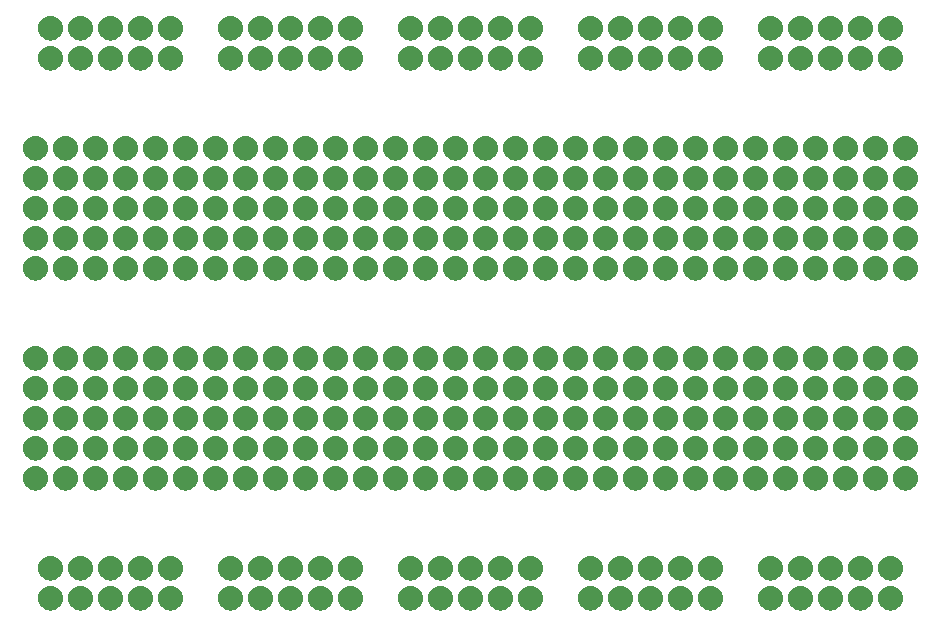
<source format=gbr>
G04 #@! TF.GenerationSoftware,KiCad,Pcbnew,(5.1.4)-1*
G04 #@! TF.CreationDate,2020-10-12T21:25:16+02:00*
G04 #@! TF.ProjectId,BreadBoard PCB 400,42726561-6442-46f6-9172-642050434220,rev?*
G04 #@! TF.SameCoordinates,Original*
G04 #@! TF.FileFunction,Soldermask,Bot*
G04 #@! TF.FilePolarity,Negative*
%FSLAX46Y46*%
G04 Gerber Fmt 4.6, Leading zero omitted, Abs format (unit mm)*
G04 Created by KiCad (PCBNEW (5.1.4)-1) date 2020-10-12 21:25:16*
%MOMM*%
%LPD*%
G04 APERTURE LIST*
%ADD10C,0.100000*%
G04 APERTURE END LIST*
D10*
G36*
X77598707Y-131037597D02*
G01*
X77675836Y-131045193D01*
X77873762Y-131105233D01*
X77873765Y-131105234D01*
X78056170Y-131202732D01*
X78216055Y-131333945D01*
X78347268Y-131493830D01*
X78444766Y-131676235D01*
X78444767Y-131676238D01*
X78504807Y-131874164D01*
X78525080Y-132080000D01*
X78504807Y-132285836D01*
X78444767Y-132483762D01*
X78444766Y-132483765D01*
X78347268Y-132666170D01*
X78216055Y-132826055D01*
X78056170Y-132957268D01*
X77873765Y-133054766D01*
X77873762Y-133054767D01*
X77675836Y-133114807D01*
X77598707Y-133122403D01*
X77521580Y-133130000D01*
X77418420Y-133130000D01*
X77341293Y-133122403D01*
X77264164Y-133114807D01*
X77066238Y-133054767D01*
X77066235Y-133054766D01*
X76883830Y-132957268D01*
X76723945Y-132826055D01*
X76592732Y-132666170D01*
X76495234Y-132483765D01*
X76495233Y-132483762D01*
X76435193Y-132285836D01*
X76414920Y-132080000D01*
X76435193Y-131874164D01*
X76495233Y-131676238D01*
X76495234Y-131676235D01*
X76592732Y-131493830D01*
X76723945Y-131333945D01*
X76883830Y-131202732D01*
X77066235Y-131105234D01*
X77066238Y-131105233D01*
X77264164Y-131045193D01*
X77341293Y-131037597D01*
X77418420Y-131030000D01*
X77521580Y-131030000D01*
X77598707Y-131037597D01*
X77598707Y-131037597D01*
G37*
G36*
X100458707Y-131037597D02*
G01*
X100535836Y-131045193D01*
X100733762Y-131105233D01*
X100733765Y-131105234D01*
X100916170Y-131202732D01*
X101076055Y-131333945D01*
X101207268Y-131493830D01*
X101304766Y-131676235D01*
X101304767Y-131676238D01*
X101364807Y-131874164D01*
X101385080Y-132080000D01*
X101364807Y-132285836D01*
X101304767Y-132483762D01*
X101304766Y-132483765D01*
X101207268Y-132666170D01*
X101076055Y-132826055D01*
X100916170Y-132957268D01*
X100733765Y-133054766D01*
X100733762Y-133054767D01*
X100535836Y-133114807D01*
X100458707Y-133122403D01*
X100381580Y-133130000D01*
X100278420Y-133130000D01*
X100201293Y-133122403D01*
X100124164Y-133114807D01*
X99926238Y-133054767D01*
X99926235Y-133054766D01*
X99743830Y-132957268D01*
X99583945Y-132826055D01*
X99452732Y-132666170D01*
X99355234Y-132483765D01*
X99355233Y-132483762D01*
X99295193Y-132285836D01*
X99274920Y-132080000D01*
X99295193Y-131874164D01*
X99355233Y-131676238D01*
X99355234Y-131676235D01*
X99452732Y-131493830D01*
X99583945Y-131333945D01*
X99743830Y-131202732D01*
X99926235Y-131105234D01*
X99926238Y-131105233D01*
X100124164Y-131045193D01*
X100201293Y-131037597D01*
X100278420Y-131030000D01*
X100381580Y-131030000D01*
X100458707Y-131037597D01*
X100458707Y-131037597D01*
G37*
G36*
X80138707Y-131037597D02*
G01*
X80215836Y-131045193D01*
X80413762Y-131105233D01*
X80413765Y-131105234D01*
X80596170Y-131202732D01*
X80756055Y-131333945D01*
X80887268Y-131493830D01*
X80984766Y-131676235D01*
X80984767Y-131676238D01*
X81044807Y-131874164D01*
X81065080Y-132080000D01*
X81044807Y-132285836D01*
X80984767Y-132483762D01*
X80984766Y-132483765D01*
X80887268Y-132666170D01*
X80756055Y-132826055D01*
X80596170Y-132957268D01*
X80413765Y-133054766D01*
X80413762Y-133054767D01*
X80215836Y-133114807D01*
X80138707Y-133122403D01*
X80061580Y-133130000D01*
X79958420Y-133130000D01*
X79881293Y-133122403D01*
X79804164Y-133114807D01*
X79606238Y-133054767D01*
X79606235Y-133054766D01*
X79423830Y-132957268D01*
X79263945Y-132826055D01*
X79132732Y-132666170D01*
X79035234Y-132483765D01*
X79035233Y-132483762D01*
X78975193Y-132285836D01*
X78954920Y-132080000D01*
X78975193Y-131874164D01*
X79035233Y-131676238D01*
X79035234Y-131676235D01*
X79132732Y-131493830D01*
X79263945Y-131333945D01*
X79423830Y-131202732D01*
X79606235Y-131105234D01*
X79606238Y-131105233D01*
X79804164Y-131045193D01*
X79881293Y-131037597D01*
X79958420Y-131030000D01*
X80061580Y-131030000D01*
X80138707Y-131037597D01*
X80138707Y-131037597D01*
G37*
G36*
X125858707Y-131037597D02*
G01*
X125935836Y-131045193D01*
X126133762Y-131105233D01*
X126133765Y-131105234D01*
X126316170Y-131202732D01*
X126476055Y-131333945D01*
X126607268Y-131493830D01*
X126704766Y-131676235D01*
X126704767Y-131676238D01*
X126764807Y-131874164D01*
X126785080Y-132080000D01*
X126764807Y-132285836D01*
X126704767Y-132483762D01*
X126704766Y-132483765D01*
X126607268Y-132666170D01*
X126476055Y-132826055D01*
X126316170Y-132957268D01*
X126133765Y-133054766D01*
X126133762Y-133054767D01*
X125935836Y-133114807D01*
X125858707Y-133122403D01*
X125781580Y-133130000D01*
X125678420Y-133130000D01*
X125601293Y-133122403D01*
X125524164Y-133114807D01*
X125326238Y-133054767D01*
X125326235Y-133054766D01*
X125143830Y-132957268D01*
X124983945Y-132826055D01*
X124852732Y-132666170D01*
X124755234Y-132483765D01*
X124755233Y-132483762D01*
X124695193Y-132285836D01*
X124674920Y-132080000D01*
X124695193Y-131874164D01*
X124755233Y-131676238D01*
X124755234Y-131676235D01*
X124852732Y-131493830D01*
X124983945Y-131333945D01*
X125143830Y-131202732D01*
X125326235Y-131105234D01*
X125326238Y-131105233D01*
X125524164Y-131045193D01*
X125601293Y-131037597D01*
X125678420Y-131030000D01*
X125781580Y-131030000D01*
X125858707Y-131037597D01*
X125858707Y-131037597D01*
G37*
G36*
X123318707Y-131037597D02*
G01*
X123395836Y-131045193D01*
X123593762Y-131105233D01*
X123593765Y-131105234D01*
X123776170Y-131202732D01*
X123936055Y-131333945D01*
X124067268Y-131493830D01*
X124164766Y-131676235D01*
X124164767Y-131676238D01*
X124224807Y-131874164D01*
X124245080Y-132080000D01*
X124224807Y-132285836D01*
X124164767Y-132483762D01*
X124164766Y-132483765D01*
X124067268Y-132666170D01*
X123936055Y-132826055D01*
X123776170Y-132957268D01*
X123593765Y-133054766D01*
X123593762Y-133054767D01*
X123395836Y-133114807D01*
X123318707Y-133122403D01*
X123241580Y-133130000D01*
X123138420Y-133130000D01*
X123061293Y-133122403D01*
X122984164Y-133114807D01*
X122786238Y-133054767D01*
X122786235Y-133054766D01*
X122603830Y-132957268D01*
X122443945Y-132826055D01*
X122312732Y-132666170D01*
X122215234Y-132483765D01*
X122215233Y-132483762D01*
X122155193Y-132285836D01*
X122134920Y-132080000D01*
X122155193Y-131874164D01*
X122215233Y-131676238D01*
X122215234Y-131676235D01*
X122312732Y-131493830D01*
X122443945Y-131333945D01*
X122603830Y-131202732D01*
X122786235Y-131105234D01*
X122786238Y-131105233D01*
X122984164Y-131045193D01*
X123061293Y-131037597D01*
X123138420Y-131030000D01*
X123241580Y-131030000D01*
X123318707Y-131037597D01*
X123318707Y-131037597D01*
G37*
G36*
X120778707Y-131037597D02*
G01*
X120855836Y-131045193D01*
X121053762Y-131105233D01*
X121053765Y-131105234D01*
X121236170Y-131202732D01*
X121396055Y-131333945D01*
X121527268Y-131493830D01*
X121624766Y-131676235D01*
X121624767Y-131676238D01*
X121684807Y-131874164D01*
X121705080Y-132080000D01*
X121684807Y-132285836D01*
X121624767Y-132483762D01*
X121624766Y-132483765D01*
X121527268Y-132666170D01*
X121396055Y-132826055D01*
X121236170Y-132957268D01*
X121053765Y-133054766D01*
X121053762Y-133054767D01*
X120855836Y-133114807D01*
X120778707Y-133122403D01*
X120701580Y-133130000D01*
X120598420Y-133130000D01*
X120521293Y-133122403D01*
X120444164Y-133114807D01*
X120246238Y-133054767D01*
X120246235Y-133054766D01*
X120063830Y-132957268D01*
X119903945Y-132826055D01*
X119772732Y-132666170D01*
X119675234Y-132483765D01*
X119675233Y-132483762D01*
X119615193Y-132285836D01*
X119594920Y-132080000D01*
X119615193Y-131874164D01*
X119675233Y-131676238D01*
X119675234Y-131676235D01*
X119772732Y-131493830D01*
X119903945Y-131333945D01*
X120063830Y-131202732D01*
X120246235Y-131105234D01*
X120246238Y-131105233D01*
X120444164Y-131045193D01*
X120521293Y-131037597D01*
X120598420Y-131030000D01*
X120701580Y-131030000D01*
X120778707Y-131037597D01*
X120778707Y-131037597D01*
G37*
G36*
X118238707Y-131037597D02*
G01*
X118315836Y-131045193D01*
X118513762Y-131105233D01*
X118513765Y-131105234D01*
X118696170Y-131202732D01*
X118856055Y-131333945D01*
X118987268Y-131493830D01*
X119084766Y-131676235D01*
X119084767Y-131676238D01*
X119144807Y-131874164D01*
X119165080Y-132080000D01*
X119144807Y-132285836D01*
X119084767Y-132483762D01*
X119084766Y-132483765D01*
X118987268Y-132666170D01*
X118856055Y-132826055D01*
X118696170Y-132957268D01*
X118513765Y-133054766D01*
X118513762Y-133054767D01*
X118315836Y-133114807D01*
X118238707Y-133122403D01*
X118161580Y-133130000D01*
X118058420Y-133130000D01*
X117981293Y-133122403D01*
X117904164Y-133114807D01*
X117706238Y-133054767D01*
X117706235Y-133054766D01*
X117523830Y-132957268D01*
X117363945Y-132826055D01*
X117232732Y-132666170D01*
X117135234Y-132483765D01*
X117135233Y-132483762D01*
X117075193Y-132285836D01*
X117054920Y-132080000D01*
X117075193Y-131874164D01*
X117135233Y-131676238D01*
X117135234Y-131676235D01*
X117232732Y-131493830D01*
X117363945Y-131333945D01*
X117523830Y-131202732D01*
X117706235Y-131105234D01*
X117706238Y-131105233D01*
X117904164Y-131045193D01*
X117981293Y-131037597D01*
X118058420Y-131030000D01*
X118161580Y-131030000D01*
X118238707Y-131037597D01*
X118238707Y-131037597D01*
G37*
G36*
X115698707Y-131037597D02*
G01*
X115775836Y-131045193D01*
X115973762Y-131105233D01*
X115973765Y-131105234D01*
X116156170Y-131202732D01*
X116316055Y-131333945D01*
X116447268Y-131493830D01*
X116544766Y-131676235D01*
X116544767Y-131676238D01*
X116604807Y-131874164D01*
X116625080Y-132080000D01*
X116604807Y-132285836D01*
X116544767Y-132483762D01*
X116544766Y-132483765D01*
X116447268Y-132666170D01*
X116316055Y-132826055D01*
X116156170Y-132957268D01*
X115973765Y-133054766D01*
X115973762Y-133054767D01*
X115775836Y-133114807D01*
X115698707Y-133122403D01*
X115621580Y-133130000D01*
X115518420Y-133130000D01*
X115441293Y-133122403D01*
X115364164Y-133114807D01*
X115166238Y-133054767D01*
X115166235Y-133054766D01*
X114983830Y-132957268D01*
X114823945Y-132826055D01*
X114692732Y-132666170D01*
X114595234Y-132483765D01*
X114595233Y-132483762D01*
X114535193Y-132285836D01*
X114514920Y-132080000D01*
X114535193Y-131874164D01*
X114595233Y-131676238D01*
X114595234Y-131676235D01*
X114692732Y-131493830D01*
X114823945Y-131333945D01*
X114983830Y-131202732D01*
X115166235Y-131105234D01*
X115166238Y-131105233D01*
X115364164Y-131045193D01*
X115441293Y-131037597D01*
X115518420Y-131030000D01*
X115621580Y-131030000D01*
X115698707Y-131037597D01*
X115698707Y-131037597D01*
G37*
G36*
X95378707Y-131037597D02*
G01*
X95455836Y-131045193D01*
X95653762Y-131105233D01*
X95653765Y-131105234D01*
X95836170Y-131202732D01*
X95996055Y-131333945D01*
X96127268Y-131493830D01*
X96224766Y-131676235D01*
X96224767Y-131676238D01*
X96284807Y-131874164D01*
X96305080Y-132080000D01*
X96284807Y-132285836D01*
X96224767Y-132483762D01*
X96224766Y-132483765D01*
X96127268Y-132666170D01*
X95996055Y-132826055D01*
X95836170Y-132957268D01*
X95653765Y-133054766D01*
X95653762Y-133054767D01*
X95455836Y-133114807D01*
X95378707Y-133122403D01*
X95301580Y-133130000D01*
X95198420Y-133130000D01*
X95121293Y-133122403D01*
X95044164Y-133114807D01*
X94846238Y-133054767D01*
X94846235Y-133054766D01*
X94663830Y-132957268D01*
X94503945Y-132826055D01*
X94372732Y-132666170D01*
X94275234Y-132483765D01*
X94275233Y-132483762D01*
X94215193Y-132285836D01*
X94194920Y-132080000D01*
X94215193Y-131874164D01*
X94275233Y-131676238D01*
X94275234Y-131676235D01*
X94372732Y-131493830D01*
X94503945Y-131333945D01*
X94663830Y-131202732D01*
X94846235Y-131105234D01*
X94846238Y-131105233D01*
X95044164Y-131045193D01*
X95121293Y-131037597D01*
X95198420Y-131030000D01*
X95301580Y-131030000D01*
X95378707Y-131037597D01*
X95378707Y-131037597D01*
G37*
G36*
X92838707Y-131037597D02*
G01*
X92915836Y-131045193D01*
X93113762Y-131105233D01*
X93113765Y-131105234D01*
X93296170Y-131202732D01*
X93456055Y-131333945D01*
X93587268Y-131493830D01*
X93684766Y-131676235D01*
X93684767Y-131676238D01*
X93744807Y-131874164D01*
X93765080Y-132080000D01*
X93744807Y-132285836D01*
X93684767Y-132483762D01*
X93684766Y-132483765D01*
X93587268Y-132666170D01*
X93456055Y-132826055D01*
X93296170Y-132957268D01*
X93113765Y-133054766D01*
X93113762Y-133054767D01*
X92915836Y-133114807D01*
X92838707Y-133122403D01*
X92761580Y-133130000D01*
X92658420Y-133130000D01*
X92581293Y-133122403D01*
X92504164Y-133114807D01*
X92306238Y-133054767D01*
X92306235Y-133054766D01*
X92123830Y-132957268D01*
X91963945Y-132826055D01*
X91832732Y-132666170D01*
X91735234Y-132483765D01*
X91735233Y-132483762D01*
X91675193Y-132285836D01*
X91654920Y-132080000D01*
X91675193Y-131874164D01*
X91735233Y-131676238D01*
X91735234Y-131676235D01*
X91832732Y-131493830D01*
X91963945Y-131333945D01*
X92123830Y-131202732D01*
X92306235Y-131105234D01*
X92306238Y-131105233D01*
X92504164Y-131045193D01*
X92581293Y-131037597D01*
X92658420Y-131030000D01*
X92761580Y-131030000D01*
X92838707Y-131037597D01*
X92838707Y-131037597D01*
G37*
G36*
X90298707Y-131037597D02*
G01*
X90375836Y-131045193D01*
X90573762Y-131105233D01*
X90573765Y-131105234D01*
X90756170Y-131202732D01*
X90916055Y-131333945D01*
X91047268Y-131493830D01*
X91144766Y-131676235D01*
X91144767Y-131676238D01*
X91204807Y-131874164D01*
X91225080Y-132080000D01*
X91204807Y-132285836D01*
X91144767Y-132483762D01*
X91144766Y-132483765D01*
X91047268Y-132666170D01*
X90916055Y-132826055D01*
X90756170Y-132957268D01*
X90573765Y-133054766D01*
X90573762Y-133054767D01*
X90375836Y-133114807D01*
X90298707Y-133122403D01*
X90221580Y-133130000D01*
X90118420Y-133130000D01*
X90041293Y-133122403D01*
X89964164Y-133114807D01*
X89766238Y-133054767D01*
X89766235Y-133054766D01*
X89583830Y-132957268D01*
X89423945Y-132826055D01*
X89292732Y-132666170D01*
X89195234Y-132483765D01*
X89195233Y-132483762D01*
X89135193Y-132285836D01*
X89114920Y-132080000D01*
X89135193Y-131874164D01*
X89195233Y-131676238D01*
X89195234Y-131676235D01*
X89292732Y-131493830D01*
X89423945Y-131333945D01*
X89583830Y-131202732D01*
X89766235Y-131105234D01*
X89766238Y-131105233D01*
X89964164Y-131045193D01*
X90041293Y-131037597D01*
X90118420Y-131030000D01*
X90221580Y-131030000D01*
X90298707Y-131037597D01*
X90298707Y-131037597D01*
G37*
G36*
X87758707Y-131037597D02*
G01*
X87835836Y-131045193D01*
X88033762Y-131105233D01*
X88033765Y-131105234D01*
X88216170Y-131202732D01*
X88376055Y-131333945D01*
X88507268Y-131493830D01*
X88604766Y-131676235D01*
X88604767Y-131676238D01*
X88664807Y-131874164D01*
X88685080Y-132080000D01*
X88664807Y-132285836D01*
X88604767Y-132483762D01*
X88604766Y-132483765D01*
X88507268Y-132666170D01*
X88376055Y-132826055D01*
X88216170Y-132957268D01*
X88033765Y-133054766D01*
X88033762Y-133054767D01*
X87835836Y-133114807D01*
X87758707Y-133122403D01*
X87681580Y-133130000D01*
X87578420Y-133130000D01*
X87501293Y-133122403D01*
X87424164Y-133114807D01*
X87226238Y-133054767D01*
X87226235Y-133054766D01*
X87043830Y-132957268D01*
X86883945Y-132826055D01*
X86752732Y-132666170D01*
X86655234Y-132483765D01*
X86655233Y-132483762D01*
X86595193Y-132285836D01*
X86574920Y-132080000D01*
X86595193Y-131874164D01*
X86655233Y-131676238D01*
X86655234Y-131676235D01*
X86752732Y-131493830D01*
X86883945Y-131333945D01*
X87043830Y-131202732D01*
X87226235Y-131105234D01*
X87226238Y-131105233D01*
X87424164Y-131045193D01*
X87501293Y-131037597D01*
X87578420Y-131030000D01*
X87681580Y-131030000D01*
X87758707Y-131037597D01*
X87758707Y-131037597D01*
G37*
G36*
X85218707Y-131037597D02*
G01*
X85295836Y-131045193D01*
X85493762Y-131105233D01*
X85493765Y-131105234D01*
X85676170Y-131202732D01*
X85836055Y-131333945D01*
X85967268Y-131493830D01*
X86064766Y-131676235D01*
X86064767Y-131676238D01*
X86124807Y-131874164D01*
X86145080Y-132080000D01*
X86124807Y-132285836D01*
X86064767Y-132483762D01*
X86064766Y-132483765D01*
X85967268Y-132666170D01*
X85836055Y-132826055D01*
X85676170Y-132957268D01*
X85493765Y-133054766D01*
X85493762Y-133054767D01*
X85295836Y-133114807D01*
X85218707Y-133122403D01*
X85141580Y-133130000D01*
X85038420Y-133130000D01*
X84961293Y-133122403D01*
X84884164Y-133114807D01*
X84686238Y-133054767D01*
X84686235Y-133054766D01*
X84503830Y-132957268D01*
X84343945Y-132826055D01*
X84212732Y-132666170D01*
X84115234Y-132483765D01*
X84115233Y-132483762D01*
X84055193Y-132285836D01*
X84034920Y-132080000D01*
X84055193Y-131874164D01*
X84115233Y-131676238D01*
X84115234Y-131676235D01*
X84212732Y-131493830D01*
X84343945Y-131333945D01*
X84503830Y-131202732D01*
X84686235Y-131105234D01*
X84686238Y-131105233D01*
X84884164Y-131045193D01*
X84961293Y-131037597D01*
X85038420Y-131030000D01*
X85141580Y-131030000D01*
X85218707Y-131037597D01*
X85218707Y-131037597D01*
G37*
G36*
X102998707Y-131037597D02*
G01*
X103075836Y-131045193D01*
X103273762Y-131105233D01*
X103273765Y-131105234D01*
X103456170Y-131202732D01*
X103616055Y-131333945D01*
X103747268Y-131493830D01*
X103844766Y-131676235D01*
X103844767Y-131676238D01*
X103904807Y-131874164D01*
X103925080Y-132080000D01*
X103904807Y-132285836D01*
X103844767Y-132483762D01*
X103844766Y-132483765D01*
X103747268Y-132666170D01*
X103616055Y-132826055D01*
X103456170Y-132957268D01*
X103273765Y-133054766D01*
X103273762Y-133054767D01*
X103075836Y-133114807D01*
X102998707Y-133122403D01*
X102921580Y-133130000D01*
X102818420Y-133130000D01*
X102741293Y-133122403D01*
X102664164Y-133114807D01*
X102466238Y-133054767D01*
X102466235Y-133054766D01*
X102283830Y-132957268D01*
X102123945Y-132826055D01*
X101992732Y-132666170D01*
X101895234Y-132483765D01*
X101895233Y-132483762D01*
X101835193Y-132285836D01*
X101814920Y-132080000D01*
X101835193Y-131874164D01*
X101895233Y-131676238D01*
X101895234Y-131676235D01*
X101992732Y-131493830D01*
X102123945Y-131333945D01*
X102283830Y-131202732D01*
X102466235Y-131105234D01*
X102466238Y-131105233D01*
X102664164Y-131045193D01*
X102741293Y-131037597D01*
X102818420Y-131030000D01*
X102921580Y-131030000D01*
X102998707Y-131037597D01*
X102998707Y-131037597D01*
G37*
G36*
X59818707Y-131037597D02*
G01*
X59895836Y-131045193D01*
X60093762Y-131105233D01*
X60093765Y-131105234D01*
X60276170Y-131202732D01*
X60436055Y-131333945D01*
X60567268Y-131493830D01*
X60664766Y-131676235D01*
X60664767Y-131676238D01*
X60724807Y-131874164D01*
X60745080Y-132080000D01*
X60724807Y-132285836D01*
X60664767Y-132483762D01*
X60664766Y-132483765D01*
X60567268Y-132666170D01*
X60436055Y-132826055D01*
X60276170Y-132957268D01*
X60093765Y-133054766D01*
X60093762Y-133054767D01*
X59895836Y-133114807D01*
X59818707Y-133122403D01*
X59741580Y-133130000D01*
X59638420Y-133130000D01*
X59561293Y-133122403D01*
X59484164Y-133114807D01*
X59286238Y-133054767D01*
X59286235Y-133054766D01*
X59103830Y-132957268D01*
X58943945Y-132826055D01*
X58812732Y-132666170D01*
X58715234Y-132483765D01*
X58715233Y-132483762D01*
X58655193Y-132285836D01*
X58634920Y-132080000D01*
X58655193Y-131874164D01*
X58715233Y-131676238D01*
X58715234Y-131676235D01*
X58812732Y-131493830D01*
X58943945Y-131333945D01*
X59103830Y-131202732D01*
X59286235Y-131105234D01*
X59286238Y-131105233D01*
X59484164Y-131045193D01*
X59561293Y-131037597D01*
X59638420Y-131030000D01*
X59741580Y-131030000D01*
X59818707Y-131037597D01*
X59818707Y-131037597D01*
G37*
G36*
X75058707Y-131037597D02*
G01*
X75135836Y-131045193D01*
X75333762Y-131105233D01*
X75333765Y-131105234D01*
X75516170Y-131202732D01*
X75676055Y-131333945D01*
X75807268Y-131493830D01*
X75904766Y-131676235D01*
X75904767Y-131676238D01*
X75964807Y-131874164D01*
X75985080Y-132080000D01*
X75964807Y-132285836D01*
X75904767Y-132483762D01*
X75904766Y-132483765D01*
X75807268Y-132666170D01*
X75676055Y-132826055D01*
X75516170Y-132957268D01*
X75333765Y-133054766D01*
X75333762Y-133054767D01*
X75135836Y-133114807D01*
X75058707Y-133122403D01*
X74981580Y-133130000D01*
X74878420Y-133130000D01*
X74801293Y-133122403D01*
X74724164Y-133114807D01*
X74526238Y-133054767D01*
X74526235Y-133054766D01*
X74343830Y-132957268D01*
X74183945Y-132826055D01*
X74052732Y-132666170D01*
X73955234Y-132483765D01*
X73955233Y-132483762D01*
X73895193Y-132285836D01*
X73874920Y-132080000D01*
X73895193Y-131874164D01*
X73955233Y-131676238D01*
X73955234Y-131676235D01*
X74052732Y-131493830D01*
X74183945Y-131333945D01*
X74343830Y-131202732D01*
X74526235Y-131105234D01*
X74526238Y-131105233D01*
X74724164Y-131045193D01*
X74801293Y-131037597D01*
X74878420Y-131030000D01*
X74981580Y-131030000D01*
X75058707Y-131037597D01*
X75058707Y-131037597D01*
G37*
G36*
X72518707Y-131037597D02*
G01*
X72595836Y-131045193D01*
X72793762Y-131105233D01*
X72793765Y-131105234D01*
X72976170Y-131202732D01*
X73136055Y-131333945D01*
X73267268Y-131493830D01*
X73364766Y-131676235D01*
X73364767Y-131676238D01*
X73424807Y-131874164D01*
X73445080Y-132080000D01*
X73424807Y-132285836D01*
X73364767Y-132483762D01*
X73364766Y-132483765D01*
X73267268Y-132666170D01*
X73136055Y-132826055D01*
X72976170Y-132957268D01*
X72793765Y-133054766D01*
X72793762Y-133054767D01*
X72595836Y-133114807D01*
X72518707Y-133122403D01*
X72441580Y-133130000D01*
X72338420Y-133130000D01*
X72261293Y-133122403D01*
X72184164Y-133114807D01*
X71986238Y-133054767D01*
X71986235Y-133054766D01*
X71803830Y-132957268D01*
X71643945Y-132826055D01*
X71512732Y-132666170D01*
X71415234Y-132483765D01*
X71415233Y-132483762D01*
X71355193Y-132285836D01*
X71334920Y-132080000D01*
X71355193Y-131874164D01*
X71415233Y-131676238D01*
X71415234Y-131676235D01*
X71512732Y-131493830D01*
X71643945Y-131333945D01*
X71803830Y-131202732D01*
X71986235Y-131105234D01*
X71986238Y-131105233D01*
X72184164Y-131045193D01*
X72261293Y-131037597D01*
X72338420Y-131030000D01*
X72441580Y-131030000D01*
X72518707Y-131037597D01*
X72518707Y-131037597D01*
G37*
G36*
X69978707Y-131037597D02*
G01*
X70055836Y-131045193D01*
X70253762Y-131105233D01*
X70253765Y-131105234D01*
X70436170Y-131202732D01*
X70596055Y-131333945D01*
X70727268Y-131493830D01*
X70824766Y-131676235D01*
X70824767Y-131676238D01*
X70884807Y-131874164D01*
X70905080Y-132080000D01*
X70884807Y-132285836D01*
X70824767Y-132483762D01*
X70824766Y-132483765D01*
X70727268Y-132666170D01*
X70596055Y-132826055D01*
X70436170Y-132957268D01*
X70253765Y-133054766D01*
X70253762Y-133054767D01*
X70055836Y-133114807D01*
X69978707Y-133122403D01*
X69901580Y-133130000D01*
X69798420Y-133130000D01*
X69721293Y-133122403D01*
X69644164Y-133114807D01*
X69446238Y-133054767D01*
X69446235Y-133054766D01*
X69263830Y-132957268D01*
X69103945Y-132826055D01*
X68972732Y-132666170D01*
X68875234Y-132483765D01*
X68875233Y-132483762D01*
X68815193Y-132285836D01*
X68794920Y-132080000D01*
X68815193Y-131874164D01*
X68875233Y-131676238D01*
X68875234Y-131676235D01*
X68972732Y-131493830D01*
X69103945Y-131333945D01*
X69263830Y-131202732D01*
X69446235Y-131105234D01*
X69446238Y-131105233D01*
X69644164Y-131045193D01*
X69721293Y-131037597D01*
X69798420Y-131030000D01*
X69901580Y-131030000D01*
X69978707Y-131037597D01*
X69978707Y-131037597D01*
G37*
G36*
X54738707Y-131037597D02*
G01*
X54815836Y-131045193D01*
X55013762Y-131105233D01*
X55013765Y-131105234D01*
X55196170Y-131202732D01*
X55356055Y-131333945D01*
X55487268Y-131493830D01*
X55584766Y-131676235D01*
X55584767Y-131676238D01*
X55644807Y-131874164D01*
X55665080Y-132080000D01*
X55644807Y-132285836D01*
X55584767Y-132483762D01*
X55584766Y-132483765D01*
X55487268Y-132666170D01*
X55356055Y-132826055D01*
X55196170Y-132957268D01*
X55013765Y-133054766D01*
X55013762Y-133054767D01*
X54815836Y-133114807D01*
X54738707Y-133122403D01*
X54661580Y-133130000D01*
X54558420Y-133130000D01*
X54481293Y-133122403D01*
X54404164Y-133114807D01*
X54206238Y-133054767D01*
X54206235Y-133054766D01*
X54023830Y-132957268D01*
X53863945Y-132826055D01*
X53732732Y-132666170D01*
X53635234Y-132483765D01*
X53635233Y-132483762D01*
X53575193Y-132285836D01*
X53554920Y-132080000D01*
X53575193Y-131874164D01*
X53635233Y-131676238D01*
X53635234Y-131676235D01*
X53732732Y-131493830D01*
X53863945Y-131333945D01*
X54023830Y-131202732D01*
X54206235Y-131105234D01*
X54206238Y-131105233D01*
X54404164Y-131045193D01*
X54481293Y-131037597D01*
X54558420Y-131030000D01*
X54661580Y-131030000D01*
X54738707Y-131037597D01*
X54738707Y-131037597D01*
G37*
G36*
X57278707Y-131037597D02*
G01*
X57355836Y-131045193D01*
X57553762Y-131105233D01*
X57553765Y-131105234D01*
X57736170Y-131202732D01*
X57896055Y-131333945D01*
X58027268Y-131493830D01*
X58124766Y-131676235D01*
X58124767Y-131676238D01*
X58184807Y-131874164D01*
X58205080Y-132080000D01*
X58184807Y-132285836D01*
X58124767Y-132483762D01*
X58124766Y-132483765D01*
X58027268Y-132666170D01*
X57896055Y-132826055D01*
X57736170Y-132957268D01*
X57553765Y-133054766D01*
X57553762Y-133054767D01*
X57355836Y-133114807D01*
X57278707Y-133122403D01*
X57201580Y-133130000D01*
X57098420Y-133130000D01*
X57021293Y-133122403D01*
X56944164Y-133114807D01*
X56746238Y-133054767D01*
X56746235Y-133054766D01*
X56563830Y-132957268D01*
X56403945Y-132826055D01*
X56272732Y-132666170D01*
X56175234Y-132483765D01*
X56175233Y-132483762D01*
X56115193Y-132285836D01*
X56094920Y-132080000D01*
X56115193Y-131874164D01*
X56175233Y-131676238D01*
X56175234Y-131676235D01*
X56272732Y-131493830D01*
X56403945Y-131333945D01*
X56563830Y-131202732D01*
X56746235Y-131105234D01*
X56746238Y-131105233D01*
X56944164Y-131045193D01*
X57021293Y-131037597D01*
X57098420Y-131030000D01*
X57201580Y-131030000D01*
X57278707Y-131037597D01*
X57278707Y-131037597D01*
G37*
G36*
X62358707Y-131037597D02*
G01*
X62435836Y-131045193D01*
X62633762Y-131105233D01*
X62633765Y-131105234D01*
X62816170Y-131202732D01*
X62976055Y-131333945D01*
X63107268Y-131493830D01*
X63204766Y-131676235D01*
X63204767Y-131676238D01*
X63264807Y-131874164D01*
X63285080Y-132080000D01*
X63264807Y-132285836D01*
X63204767Y-132483762D01*
X63204766Y-132483765D01*
X63107268Y-132666170D01*
X62976055Y-132826055D01*
X62816170Y-132957268D01*
X62633765Y-133054766D01*
X62633762Y-133054767D01*
X62435836Y-133114807D01*
X62358707Y-133122403D01*
X62281580Y-133130000D01*
X62178420Y-133130000D01*
X62101293Y-133122403D01*
X62024164Y-133114807D01*
X61826238Y-133054767D01*
X61826235Y-133054766D01*
X61643830Y-132957268D01*
X61483945Y-132826055D01*
X61352732Y-132666170D01*
X61255234Y-132483765D01*
X61255233Y-132483762D01*
X61195193Y-132285836D01*
X61174920Y-132080000D01*
X61195193Y-131874164D01*
X61255233Y-131676238D01*
X61255234Y-131676235D01*
X61352732Y-131493830D01*
X61483945Y-131333945D01*
X61643830Y-131202732D01*
X61826235Y-131105234D01*
X61826238Y-131105233D01*
X62024164Y-131045193D01*
X62101293Y-131037597D01*
X62178420Y-131030000D01*
X62281580Y-131030000D01*
X62358707Y-131037597D01*
X62358707Y-131037597D01*
G37*
G36*
X64898707Y-131037597D02*
G01*
X64975836Y-131045193D01*
X65173762Y-131105233D01*
X65173765Y-131105234D01*
X65356170Y-131202732D01*
X65516055Y-131333945D01*
X65647268Y-131493830D01*
X65744766Y-131676235D01*
X65744767Y-131676238D01*
X65804807Y-131874164D01*
X65825080Y-132080000D01*
X65804807Y-132285836D01*
X65744767Y-132483762D01*
X65744766Y-132483765D01*
X65647268Y-132666170D01*
X65516055Y-132826055D01*
X65356170Y-132957268D01*
X65173765Y-133054766D01*
X65173762Y-133054767D01*
X64975836Y-133114807D01*
X64898707Y-133122403D01*
X64821580Y-133130000D01*
X64718420Y-133130000D01*
X64641293Y-133122403D01*
X64564164Y-133114807D01*
X64366238Y-133054767D01*
X64366235Y-133054766D01*
X64183830Y-132957268D01*
X64023945Y-132826055D01*
X63892732Y-132666170D01*
X63795234Y-132483765D01*
X63795233Y-132483762D01*
X63735193Y-132285836D01*
X63714920Y-132080000D01*
X63735193Y-131874164D01*
X63795233Y-131676238D01*
X63795234Y-131676235D01*
X63892732Y-131493830D01*
X64023945Y-131333945D01*
X64183830Y-131202732D01*
X64366235Y-131105234D01*
X64366238Y-131105233D01*
X64564164Y-131045193D01*
X64641293Y-131037597D01*
X64718420Y-131030000D01*
X64821580Y-131030000D01*
X64898707Y-131037597D01*
X64898707Y-131037597D01*
G37*
G36*
X110618707Y-131037597D02*
G01*
X110695836Y-131045193D01*
X110893762Y-131105233D01*
X110893765Y-131105234D01*
X111076170Y-131202732D01*
X111236055Y-131333945D01*
X111367268Y-131493830D01*
X111464766Y-131676235D01*
X111464767Y-131676238D01*
X111524807Y-131874164D01*
X111545080Y-132080000D01*
X111524807Y-132285836D01*
X111464767Y-132483762D01*
X111464766Y-132483765D01*
X111367268Y-132666170D01*
X111236055Y-132826055D01*
X111076170Y-132957268D01*
X110893765Y-133054766D01*
X110893762Y-133054767D01*
X110695836Y-133114807D01*
X110618707Y-133122403D01*
X110541580Y-133130000D01*
X110438420Y-133130000D01*
X110361293Y-133122403D01*
X110284164Y-133114807D01*
X110086238Y-133054767D01*
X110086235Y-133054766D01*
X109903830Y-132957268D01*
X109743945Y-132826055D01*
X109612732Y-132666170D01*
X109515234Y-132483765D01*
X109515233Y-132483762D01*
X109455193Y-132285836D01*
X109434920Y-132080000D01*
X109455193Y-131874164D01*
X109515233Y-131676238D01*
X109515234Y-131676235D01*
X109612732Y-131493830D01*
X109743945Y-131333945D01*
X109903830Y-131202732D01*
X110086235Y-131105234D01*
X110086238Y-131105233D01*
X110284164Y-131045193D01*
X110361293Y-131037597D01*
X110438420Y-131030000D01*
X110541580Y-131030000D01*
X110618707Y-131037597D01*
X110618707Y-131037597D01*
G37*
G36*
X108078707Y-131037597D02*
G01*
X108155836Y-131045193D01*
X108353762Y-131105233D01*
X108353765Y-131105234D01*
X108536170Y-131202732D01*
X108696055Y-131333945D01*
X108827268Y-131493830D01*
X108924766Y-131676235D01*
X108924767Y-131676238D01*
X108984807Y-131874164D01*
X109005080Y-132080000D01*
X108984807Y-132285836D01*
X108924767Y-132483762D01*
X108924766Y-132483765D01*
X108827268Y-132666170D01*
X108696055Y-132826055D01*
X108536170Y-132957268D01*
X108353765Y-133054766D01*
X108353762Y-133054767D01*
X108155836Y-133114807D01*
X108078707Y-133122403D01*
X108001580Y-133130000D01*
X107898420Y-133130000D01*
X107821293Y-133122403D01*
X107744164Y-133114807D01*
X107546238Y-133054767D01*
X107546235Y-133054766D01*
X107363830Y-132957268D01*
X107203945Y-132826055D01*
X107072732Y-132666170D01*
X106975234Y-132483765D01*
X106975233Y-132483762D01*
X106915193Y-132285836D01*
X106894920Y-132080000D01*
X106915193Y-131874164D01*
X106975233Y-131676238D01*
X106975234Y-131676235D01*
X107072732Y-131493830D01*
X107203945Y-131333945D01*
X107363830Y-131202732D01*
X107546235Y-131105234D01*
X107546238Y-131105233D01*
X107744164Y-131045193D01*
X107821293Y-131037597D01*
X107898420Y-131030000D01*
X108001580Y-131030000D01*
X108078707Y-131037597D01*
X108078707Y-131037597D01*
G37*
G36*
X105538707Y-131037597D02*
G01*
X105615836Y-131045193D01*
X105813762Y-131105233D01*
X105813765Y-131105234D01*
X105996170Y-131202732D01*
X106156055Y-131333945D01*
X106287268Y-131493830D01*
X106384766Y-131676235D01*
X106384767Y-131676238D01*
X106444807Y-131874164D01*
X106465080Y-132080000D01*
X106444807Y-132285836D01*
X106384767Y-132483762D01*
X106384766Y-132483765D01*
X106287268Y-132666170D01*
X106156055Y-132826055D01*
X105996170Y-132957268D01*
X105813765Y-133054766D01*
X105813762Y-133054767D01*
X105615836Y-133114807D01*
X105538707Y-133122403D01*
X105461580Y-133130000D01*
X105358420Y-133130000D01*
X105281293Y-133122403D01*
X105204164Y-133114807D01*
X105006238Y-133054767D01*
X105006235Y-133054766D01*
X104823830Y-132957268D01*
X104663945Y-132826055D01*
X104532732Y-132666170D01*
X104435234Y-132483765D01*
X104435233Y-132483762D01*
X104375193Y-132285836D01*
X104354920Y-132080000D01*
X104375193Y-131874164D01*
X104435233Y-131676238D01*
X104435234Y-131676235D01*
X104532732Y-131493830D01*
X104663945Y-131333945D01*
X104823830Y-131202732D01*
X105006235Y-131105234D01*
X105006238Y-131105233D01*
X105204164Y-131045193D01*
X105281293Y-131037597D01*
X105358420Y-131030000D01*
X105461580Y-131030000D01*
X105538707Y-131037597D01*
X105538707Y-131037597D01*
G37*
G36*
X92838707Y-128497597D02*
G01*
X92915836Y-128505193D01*
X93113762Y-128565233D01*
X93113765Y-128565234D01*
X93296170Y-128662732D01*
X93456055Y-128793945D01*
X93587268Y-128953830D01*
X93684766Y-129136235D01*
X93684767Y-129136238D01*
X93744807Y-129334164D01*
X93765080Y-129540000D01*
X93744807Y-129745836D01*
X93684767Y-129943762D01*
X93684766Y-129943765D01*
X93587268Y-130126170D01*
X93456055Y-130286055D01*
X93296170Y-130417268D01*
X93113765Y-130514766D01*
X93113762Y-130514767D01*
X92915836Y-130574807D01*
X92838707Y-130582403D01*
X92761580Y-130590000D01*
X92658420Y-130590000D01*
X92581293Y-130582403D01*
X92504164Y-130574807D01*
X92306238Y-130514767D01*
X92306235Y-130514766D01*
X92123830Y-130417268D01*
X91963945Y-130286055D01*
X91832732Y-130126170D01*
X91735234Y-129943765D01*
X91735233Y-129943762D01*
X91675193Y-129745836D01*
X91654920Y-129540000D01*
X91675193Y-129334164D01*
X91735233Y-129136238D01*
X91735234Y-129136235D01*
X91832732Y-128953830D01*
X91963945Y-128793945D01*
X92123830Y-128662732D01*
X92306235Y-128565234D01*
X92306238Y-128565233D01*
X92504164Y-128505193D01*
X92581293Y-128497597D01*
X92658420Y-128490000D01*
X92761580Y-128490000D01*
X92838707Y-128497597D01*
X92838707Y-128497597D01*
G37*
G36*
X95378707Y-128497597D02*
G01*
X95455836Y-128505193D01*
X95653762Y-128565233D01*
X95653765Y-128565234D01*
X95836170Y-128662732D01*
X95996055Y-128793945D01*
X96127268Y-128953830D01*
X96224766Y-129136235D01*
X96224767Y-129136238D01*
X96284807Y-129334164D01*
X96305080Y-129540000D01*
X96284807Y-129745836D01*
X96224767Y-129943762D01*
X96224766Y-129943765D01*
X96127268Y-130126170D01*
X95996055Y-130286055D01*
X95836170Y-130417268D01*
X95653765Y-130514766D01*
X95653762Y-130514767D01*
X95455836Y-130574807D01*
X95378707Y-130582403D01*
X95301580Y-130590000D01*
X95198420Y-130590000D01*
X95121293Y-130582403D01*
X95044164Y-130574807D01*
X94846238Y-130514767D01*
X94846235Y-130514766D01*
X94663830Y-130417268D01*
X94503945Y-130286055D01*
X94372732Y-130126170D01*
X94275234Y-129943765D01*
X94275233Y-129943762D01*
X94215193Y-129745836D01*
X94194920Y-129540000D01*
X94215193Y-129334164D01*
X94275233Y-129136238D01*
X94275234Y-129136235D01*
X94372732Y-128953830D01*
X94503945Y-128793945D01*
X94663830Y-128662732D01*
X94846235Y-128565234D01*
X94846238Y-128565233D01*
X95044164Y-128505193D01*
X95121293Y-128497597D01*
X95198420Y-128490000D01*
X95301580Y-128490000D01*
X95378707Y-128497597D01*
X95378707Y-128497597D01*
G37*
G36*
X115698707Y-128497597D02*
G01*
X115775836Y-128505193D01*
X115973762Y-128565233D01*
X115973765Y-128565234D01*
X116156170Y-128662732D01*
X116316055Y-128793945D01*
X116447268Y-128953830D01*
X116544766Y-129136235D01*
X116544767Y-129136238D01*
X116604807Y-129334164D01*
X116625080Y-129540000D01*
X116604807Y-129745836D01*
X116544767Y-129943762D01*
X116544766Y-129943765D01*
X116447268Y-130126170D01*
X116316055Y-130286055D01*
X116156170Y-130417268D01*
X115973765Y-130514766D01*
X115973762Y-130514767D01*
X115775836Y-130574807D01*
X115698707Y-130582403D01*
X115621580Y-130590000D01*
X115518420Y-130590000D01*
X115441293Y-130582403D01*
X115364164Y-130574807D01*
X115166238Y-130514767D01*
X115166235Y-130514766D01*
X114983830Y-130417268D01*
X114823945Y-130286055D01*
X114692732Y-130126170D01*
X114595234Y-129943765D01*
X114595233Y-129943762D01*
X114535193Y-129745836D01*
X114514920Y-129540000D01*
X114535193Y-129334164D01*
X114595233Y-129136238D01*
X114595234Y-129136235D01*
X114692732Y-128953830D01*
X114823945Y-128793945D01*
X114983830Y-128662732D01*
X115166235Y-128565234D01*
X115166238Y-128565233D01*
X115364164Y-128505193D01*
X115441293Y-128497597D01*
X115518420Y-128490000D01*
X115621580Y-128490000D01*
X115698707Y-128497597D01*
X115698707Y-128497597D01*
G37*
G36*
X64898707Y-128497597D02*
G01*
X64975836Y-128505193D01*
X65173762Y-128565233D01*
X65173765Y-128565234D01*
X65356170Y-128662732D01*
X65516055Y-128793945D01*
X65647268Y-128953830D01*
X65744766Y-129136235D01*
X65744767Y-129136238D01*
X65804807Y-129334164D01*
X65825080Y-129540000D01*
X65804807Y-129745836D01*
X65744767Y-129943762D01*
X65744766Y-129943765D01*
X65647268Y-130126170D01*
X65516055Y-130286055D01*
X65356170Y-130417268D01*
X65173765Y-130514766D01*
X65173762Y-130514767D01*
X64975836Y-130574807D01*
X64898707Y-130582403D01*
X64821580Y-130590000D01*
X64718420Y-130590000D01*
X64641293Y-130582403D01*
X64564164Y-130574807D01*
X64366238Y-130514767D01*
X64366235Y-130514766D01*
X64183830Y-130417268D01*
X64023945Y-130286055D01*
X63892732Y-130126170D01*
X63795234Y-129943765D01*
X63795233Y-129943762D01*
X63735193Y-129745836D01*
X63714920Y-129540000D01*
X63735193Y-129334164D01*
X63795233Y-129136238D01*
X63795234Y-129136235D01*
X63892732Y-128953830D01*
X64023945Y-128793945D01*
X64183830Y-128662732D01*
X64366235Y-128565234D01*
X64366238Y-128565233D01*
X64564164Y-128505193D01*
X64641293Y-128497597D01*
X64718420Y-128490000D01*
X64821580Y-128490000D01*
X64898707Y-128497597D01*
X64898707Y-128497597D01*
G37*
G36*
X62358707Y-128497597D02*
G01*
X62435836Y-128505193D01*
X62633762Y-128565233D01*
X62633765Y-128565234D01*
X62816170Y-128662732D01*
X62976055Y-128793945D01*
X63107268Y-128953830D01*
X63204766Y-129136235D01*
X63204767Y-129136238D01*
X63264807Y-129334164D01*
X63285080Y-129540000D01*
X63264807Y-129745836D01*
X63204767Y-129943762D01*
X63204766Y-129943765D01*
X63107268Y-130126170D01*
X62976055Y-130286055D01*
X62816170Y-130417268D01*
X62633765Y-130514766D01*
X62633762Y-130514767D01*
X62435836Y-130574807D01*
X62358707Y-130582403D01*
X62281580Y-130590000D01*
X62178420Y-130590000D01*
X62101293Y-130582403D01*
X62024164Y-130574807D01*
X61826238Y-130514767D01*
X61826235Y-130514766D01*
X61643830Y-130417268D01*
X61483945Y-130286055D01*
X61352732Y-130126170D01*
X61255234Y-129943765D01*
X61255233Y-129943762D01*
X61195193Y-129745836D01*
X61174920Y-129540000D01*
X61195193Y-129334164D01*
X61255233Y-129136238D01*
X61255234Y-129136235D01*
X61352732Y-128953830D01*
X61483945Y-128793945D01*
X61643830Y-128662732D01*
X61826235Y-128565234D01*
X61826238Y-128565233D01*
X62024164Y-128505193D01*
X62101293Y-128497597D01*
X62178420Y-128490000D01*
X62281580Y-128490000D01*
X62358707Y-128497597D01*
X62358707Y-128497597D01*
G37*
G36*
X110618707Y-128497597D02*
G01*
X110695836Y-128505193D01*
X110893762Y-128565233D01*
X110893765Y-128565234D01*
X111076170Y-128662732D01*
X111236055Y-128793945D01*
X111367268Y-128953830D01*
X111464766Y-129136235D01*
X111464767Y-129136238D01*
X111524807Y-129334164D01*
X111545080Y-129540000D01*
X111524807Y-129745836D01*
X111464767Y-129943762D01*
X111464766Y-129943765D01*
X111367268Y-130126170D01*
X111236055Y-130286055D01*
X111076170Y-130417268D01*
X110893765Y-130514766D01*
X110893762Y-130514767D01*
X110695836Y-130574807D01*
X110618707Y-130582403D01*
X110541580Y-130590000D01*
X110438420Y-130590000D01*
X110361293Y-130582403D01*
X110284164Y-130574807D01*
X110086238Y-130514767D01*
X110086235Y-130514766D01*
X109903830Y-130417268D01*
X109743945Y-130286055D01*
X109612732Y-130126170D01*
X109515234Y-129943765D01*
X109515233Y-129943762D01*
X109455193Y-129745836D01*
X109434920Y-129540000D01*
X109455193Y-129334164D01*
X109515233Y-129136238D01*
X109515234Y-129136235D01*
X109612732Y-128953830D01*
X109743945Y-128793945D01*
X109903830Y-128662732D01*
X110086235Y-128565234D01*
X110086238Y-128565233D01*
X110284164Y-128505193D01*
X110361293Y-128497597D01*
X110438420Y-128490000D01*
X110541580Y-128490000D01*
X110618707Y-128497597D01*
X110618707Y-128497597D01*
G37*
G36*
X108078707Y-128497597D02*
G01*
X108155836Y-128505193D01*
X108353762Y-128565233D01*
X108353765Y-128565234D01*
X108536170Y-128662732D01*
X108696055Y-128793945D01*
X108827268Y-128953830D01*
X108924766Y-129136235D01*
X108924767Y-129136238D01*
X108984807Y-129334164D01*
X109005080Y-129540000D01*
X108984807Y-129745836D01*
X108924767Y-129943762D01*
X108924766Y-129943765D01*
X108827268Y-130126170D01*
X108696055Y-130286055D01*
X108536170Y-130417268D01*
X108353765Y-130514766D01*
X108353762Y-130514767D01*
X108155836Y-130574807D01*
X108078707Y-130582403D01*
X108001580Y-130590000D01*
X107898420Y-130590000D01*
X107821293Y-130582403D01*
X107744164Y-130574807D01*
X107546238Y-130514767D01*
X107546235Y-130514766D01*
X107363830Y-130417268D01*
X107203945Y-130286055D01*
X107072732Y-130126170D01*
X106975234Y-129943765D01*
X106975233Y-129943762D01*
X106915193Y-129745836D01*
X106894920Y-129540000D01*
X106915193Y-129334164D01*
X106975233Y-129136238D01*
X106975234Y-129136235D01*
X107072732Y-128953830D01*
X107203945Y-128793945D01*
X107363830Y-128662732D01*
X107546235Y-128565234D01*
X107546238Y-128565233D01*
X107744164Y-128505193D01*
X107821293Y-128497597D01*
X107898420Y-128490000D01*
X108001580Y-128490000D01*
X108078707Y-128497597D01*
X108078707Y-128497597D01*
G37*
G36*
X105538707Y-128497597D02*
G01*
X105615836Y-128505193D01*
X105813762Y-128565233D01*
X105813765Y-128565234D01*
X105996170Y-128662732D01*
X106156055Y-128793945D01*
X106287268Y-128953830D01*
X106384766Y-129136235D01*
X106384767Y-129136238D01*
X106444807Y-129334164D01*
X106465080Y-129540000D01*
X106444807Y-129745836D01*
X106384767Y-129943762D01*
X106384766Y-129943765D01*
X106287268Y-130126170D01*
X106156055Y-130286055D01*
X105996170Y-130417268D01*
X105813765Y-130514766D01*
X105813762Y-130514767D01*
X105615836Y-130574807D01*
X105538707Y-130582403D01*
X105461580Y-130590000D01*
X105358420Y-130590000D01*
X105281293Y-130582403D01*
X105204164Y-130574807D01*
X105006238Y-130514767D01*
X105006235Y-130514766D01*
X104823830Y-130417268D01*
X104663945Y-130286055D01*
X104532732Y-130126170D01*
X104435234Y-129943765D01*
X104435233Y-129943762D01*
X104375193Y-129745836D01*
X104354920Y-129540000D01*
X104375193Y-129334164D01*
X104435233Y-129136238D01*
X104435234Y-129136235D01*
X104532732Y-128953830D01*
X104663945Y-128793945D01*
X104823830Y-128662732D01*
X105006235Y-128565234D01*
X105006238Y-128565233D01*
X105204164Y-128505193D01*
X105281293Y-128497597D01*
X105358420Y-128490000D01*
X105461580Y-128490000D01*
X105538707Y-128497597D01*
X105538707Y-128497597D01*
G37*
G36*
X102998707Y-128497597D02*
G01*
X103075836Y-128505193D01*
X103273762Y-128565233D01*
X103273765Y-128565234D01*
X103456170Y-128662732D01*
X103616055Y-128793945D01*
X103747268Y-128953830D01*
X103844766Y-129136235D01*
X103844767Y-129136238D01*
X103904807Y-129334164D01*
X103925080Y-129540000D01*
X103904807Y-129745836D01*
X103844767Y-129943762D01*
X103844766Y-129943765D01*
X103747268Y-130126170D01*
X103616055Y-130286055D01*
X103456170Y-130417268D01*
X103273765Y-130514766D01*
X103273762Y-130514767D01*
X103075836Y-130574807D01*
X102998707Y-130582403D01*
X102921580Y-130590000D01*
X102818420Y-130590000D01*
X102741293Y-130582403D01*
X102664164Y-130574807D01*
X102466238Y-130514767D01*
X102466235Y-130514766D01*
X102283830Y-130417268D01*
X102123945Y-130286055D01*
X101992732Y-130126170D01*
X101895234Y-129943765D01*
X101895233Y-129943762D01*
X101835193Y-129745836D01*
X101814920Y-129540000D01*
X101835193Y-129334164D01*
X101895233Y-129136238D01*
X101895234Y-129136235D01*
X101992732Y-128953830D01*
X102123945Y-128793945D01*
X102283830Y-128662732D01*
X102466235Y-128565234D01*
X102466238Y-128565233D01*
X102664164Y-128505193D01*
X102741293Y-128497597D01*
X102818420Y-128490000D01*
X102921580Y-128490000D01*
X102998707Y-128497597D01*
X102998707Y-128497597D01*
G37*
G36*
X54738707Y-128497597D02*
G01*
X54815836Y-128505193D01*
X55013762Y-128565233D01*
X55013765Y-128565234D01*
X55196170Y-128662732D01*
X55356055Y-128793945D01*
X55487268Y-128953830D01*
X55584766Y-129136235D01*
X55584767Y-129136238D01*
X55644807Y-129334164D01*
X55665080Y-129540000D01*
X55644807Y-129745836D01*
X55584767Y-129943762D01*
X55584766Y-129943765D01*
X55487268Y-130126170D01*
X55356055Y-130286055D01*
X55196170Y-130417268D01*
X55013765Y-130514766D01*
X55013762Y-130514767D01*
X54815836Y-130574807D01*
X54738707Y-130582403D01*
X54661580Y-130590000D01*
X54558420Y-130590000D01*
X54481293Y-130582403D01*
X54404164Y-130574807D01*
X54206238Y-130514767D01*
X54206235Y-130514766D01*
X54023830Y-130417268D01*
X53863945Y-130286055D01*
X53732732Y-130126170D01*
X53635234Y-129943765D01*
X53635233Y-129943762D01*
X53575193Y-129745836D01*
X53554920Y-129540000D01*
X53575193Y-129334164D01*
X53635233Y-129136238D01*
X53635234Y-129136235D01*
X53732732Y-128953830D01*
X53863945Y-128793945D01*
X54023830Y-128662732D01*
X54206235Y-128565234D01*
X54206238Y-128565233D01*
X54404164Y-128505193D01*
X54481293Y-128497597D01*
X54558420Y-128490000D01*
X54661580Y-128490000D01*
X54738707Y-128497597D01*
X54738707Y-128497597D01*
G37*
G36*
X57278707Y-128497597D02*
G01*
X57355836Y-128505193D01*
X57553762Y-128565233D01*
X57553765Y-128565234D01*
X57736170Y-128662732D01*
X57896055Y-128793945D01*
X58027268Y-128953830D01*
X58124766Y-129136235D01*
X58124767Y-129136238D01*
X58184807Y-129334164D01*
X58205080Y-129540000D01*
X58184807Y-129745836D01*
X58124767Y-129943762D01*
X58124766Y-129943765D01*
X58027268Y-130126170D01*
X57896055Y-130286055D01*
X57736170Y-130417268D01*
X57553765Y-130514766D01*
X57553762Y-130514767D01*
X57355836Y-130574807D01*
X57278707Y-130582403D01*
X57201580Y-130590000D01*
X57098420Y-130590000D01*
X57021293Y-130582403D01*
X56944164Y-130574807D01*
X56746238Y-130514767D01*
X56746235Y-130514766D01*
X56563830Y-130417268D01*
X56403945Y-130286055D01*
X56272732Y-130126170D01*
X56175234Y-129943765D01*
X56175233Y-129943762D01*
X56115193Y-129745836D01*
X56094920Y-129540000D01*
X56115193Y-129334164D01*
X56175233Y-129136238D01*
X56175234Y-129136235D01*
X56272732Y-128953830D01*
X56403945Y-128793945D01*
X56563830Y-128662732D01*
X56746235Y-128565234D01*
X56746238Y-128565233D01*
X56944164Y-128505193D01*
X57021293Y-128497597D01*
X57098420Y-128490000D01*
X57201580Y-128490000D01*
X57278707Y-128497597D01*
X57278707Y-128497597D01*
G37*
G36*
X100458707Y-128497597D02*
G01*
X100535836Y-128505193D01*
X100733762Y-128565233D01*
X100733765Y-128565234D01*
X100916170Y-128662732D01*
X101076055Y-128793945D01*
X101207268Y-128953830D01*
X101304766Y-129136235D01*
X101304767Y-129136238D01*
X101364807Y-129334164D01*
X101385080Y-129540000D01*
X101364807Y-129745836D01*
X101304767Y-129943762D01*
X101304766Y-129943765D01*
X101207268Y-130126170D01*
X101076055Y-130286055D01*
X100916170Y-130417268D01*
X100733765Y-130514766D01*
X100733762Y-130514767D01*
X100535836Y-130574807D01*
X100458707Y-130582403D01*
X100381580Y-130590000D01*
X100278420Y-130590000D01*
X100201293Y-130582403D01*
X100124164Y-130574807D01*
X99926238Y-130514767D01*
X99926235Y-130514766D01*
X99743830Y-130417268D01*
X99583945Y-130286055D01*
X99452732Y-130126170D01*
X99355234Y-129943765D01*
X99355233Y-129943762D01*
X99295193Y-129745836D01*
X99274920Y-129540000D01*
X99295193Y-129334164D01*
X99355233Y-129136238D01*
X99355234Y-129136235D01*
X99452732Y-128953830D01*
X99583945Y-128793945D01*
X99743830Y-128662732D01*
X99926235Y-128565234D01*
X99926238Y-128565233D01*
X100124164Y-128505193D01*
X100201293Y-128497597D01*
X100278420Y-128490000D01*
X100381580Y-128490000D01*
X100458707Y-128497597D01*
X100458707Y-128497597D01*
G37*
G36*
X59818707Y-128497597D02*
G01*
X59895836Y-128505193D01*
X60093762Y-128565233D01*
X60093765Y-128565234D01*
X60276170Y-128662732D01*
X60436055Y-128793945D01*
X60567268Y-128953830D01*
X60664766Y-129136235D01*
X60664767Y-129136238D01*
X60724807Y-129334164D01*
X60745080Y-129540000D01*
X60724807Y-129745836D01*
X60664767Y-129943762D01*
X60664766Y-129943765D01*
X60567268Y-130126170D01*
X60436055Y-130286055D01*
X60276170Y-130417268D01*
X60093765Y-130514766D01*
X60093762Y-130514767D01*
X59895836Y-130574807D01*
X59818707Y-130582403D01*
X59741580Y-130590000D01*
X59638420Y-130590000D01*
X59561293Y-130582403D01*
X59484164Y-130574807D01*
X59286238Y-130514767D01*
X59286235Y-130514766D01*
X59103830Y-130417268D01*
X58943945Y-130286055D01*
X58812732Y-130126170D01*
X58715234Y-129943765D01*
X58715233Y-129943762D01*
X58655193Y-129745836D01*
X58634920Y-129540000D01*
X58655193Y-129334164D01*
X58715233Y-129136238D01*
X58715234Y-129136235D01*
X58812732Y-128953830D01*
X58943945Y-128793945D01*
X59103830Y-128662732D01*
X59286235Y-128565234D01*
X59286238Y-128565233D01*
X59484164Y-128505193D01*
X59561293Y-128497597D01*
X59638420Y-128490000D01*
X59741580Y-128490000D01*
X59818707Y-128497597D01*
X59818707Y-128497597D01*
G37*
G36*
X90298707Y-128497597D02*
G01*
X90375836Y-128505193D01*
X90573762Y-128565233D01*
X90573765Y-128565234D01*
X90756170Y-128662732D01*
X90916055Y-128793945D01*
X91047268Y-128953830D01*
X91144766Y-129136235D01*
X91144767Y-129136238D01*
X91204807Y-129334164D01*
X91225080Y-129540000D01*
X91204807Y-129745836D01*
X91144767Y-129943762D01*
X91144766Y-129943765D01*
X91047268Y-130126170D01*
X90916055Y-130286055D01*
X90756170Y-130417268D01*
X90573765Y-130514766D01*
X90573762Y-130514767D01*
X90375836Y-130574807D01*
X90298707Y-130582403D01*
X90221580Y-130590000D01*
X90118420Y-130590000D01*
X90041293Y-130582403D01*
X89964164Y-130574807D01*
X89766238Y-130514767D01*
X89766235Y-130514766D01*
X89583830Y-130417268D01*
X89423945Y-130286055D01*
X89292732Y-130126170D01*
X89195234Y-129943765D01*
X89195233Y-129943762D01*
X89135193Y-129745836D01*
X89114920Y-129540000D01*
X89135193Y-129334164D01*
X89195233Y-129136238D01*
X89195234Y-129136235D01*
X89292732Y-128953830D01*
X89423945Y-128793945D01*
X89583830Y-128662732D01*
X89766235Y-128565234D01*
X89766238Y-128565233D01*
X89964164Y-128505193D01*
X90041293Y-128497597D01*
X90118420Y-128490000D01*
X90221580Y-128490000D01*
X90298707Y-128497597D01*
X90298707Y-128497597D01*
G37*
G36*
X69978707Y-128497597D02*
G01*
X70055836Y-128505193D01*
X70253762Y-128565233D01*
X70253765Y-128565234D01*
X70436170Y-128662732D01*
X70596055Y-128793945D01*
X70727268Y-128953830D01*
X70824766Y-129136235D01*
X70824767Y-129136238D01*
X70884807Y-129334164D01*
X70905080Y-129540000D01*
X70884807Y-129745836D01*
X70824767Y-129943762D01*
X70824766Y-129943765D01*
X70727268Y-130126170D01*
X70596055Y-130286055D01*
X70436170Y-130417268D01*
X70253765Y-130514766D01*
X70253762Y-130514767D01*
X70055836Y-130574807D01*
X69978707Y-130582403D01*
X69901580Y-130590000D01*
X69798420Y-130590000D01*
X69721293Y-130582403D01*
X69644164Y-130574807D01*
X69446238Y-130514767D01*
X69446235Y-130514766D01*
X69263830Y-130417268D01*
X69103945Y-130286055D01*
X68972732Y-130126170D01*
X68875234Y-129943765D01*
X68875233Y-129943762D01*
X68815193Y-129745836D01*
X68794920Y-129540000D01*
X68815193Y-129334164D01*
X68875233Y-129136238D01*
X68875234Y-129136235D01*
X68972732Y-128953830D01*
X69103945Y-128793945D01*
X69263830Y-128662732D01*
X69446235Y-128565234D01*
X69446238Y-128565233D01*
X69644164Y-128505193D01*
X69721293Y-128497597D01*
X69798420Y-128490000D01*
X69901580Y-128490000D01*
X69978707Y-128497597D01*
X69978707Y-128497597D01*
G37*
G36*
X123318707Y-128497597D02*
G01*
X123395836Y-128505193D01*
X123593762Y-128565233D01*
X123593765Y-128565234D01*
X123776170Y-128662732D01*
X123936055Y-128793945D01*
X124067268Y-128953830D01*
X124164766Y-129136235D01*
X124164767Y-129136238D01*
X124224807Y-129334164D01*
X124245080Y-129540000D01*
X124224807Y-129745836D01*
X124164767Y-129943762D01*
X124164766Y-129943765D01*
X124067268Y-130126170D01*
X123936055Y-130286055D01*
X123776170Y-130417268D01*
X123593765Y-130514766D01*
X123593762Y-130514767D01*
X123395836Y-130574807D01*
X123318707Y-130582403D01*
X123241580Y-130590000D01*
X123138420Y-130590000D01*
X123061293Y-130582403D01*
X122984164Y-130574807D01*
X122786238Y-130514767D01*
X122786235Y-130514766D01*
X122603830Y-130417268D01*
X122443945Y-130286055D01*
X122312732Y-130126170D01*
X122215234Y-129943765D01*
X122215233Y-129943762D01*
X122155193Y-129745836D01*
X122134920Y-129540000D01*
X122155193Y-129334164D01*
X122215233Y-129136238D01*
X122215234Y-129136235D01*
X122312732Y-128953830D01*
X122443945Y-128793945D01*
X122603830Y-128662732D01*
X122786235Y-128565234D01*
X122786238Y-128565233D01*
X122984164Y-128505193D01*
X123061293Y-128497597D01*
X123138420Y-128490000D01*
X123241580Y-128490000D01*
X123318707Y-128497597D01*
X123318707Y-128497597D01*
G37*
G36*
X125858707Y-128497597D02*
G01*
X125935836Y-128505193D01*
X126133762Y-128565233D01*
X126133765Y-128565234D01*
X126316170Y-128662732D01*
X126476055Y-128793945D01*
X126607268Y-128953830D01*
X126704766Y-129136235D01*
X126704767Y-129136238D01*
X126764807Y-129334164D01*
X126785080Y-129540000D01*
X126764807Y-129745836D01*
X126704767Y-129943762D01*
X126704766Y-129943765D01*
X126607268Y-130126170D01*
X126476055Y-130286055D01*
X126316170Y-130417268D01*
X126133765Y-130514766D01*
X126133762Y-130514767D01*
X125935836Y-130574807D01*
X125858707Y-130582403D01*
X125781580Y-130590000D01*
X125678420Y-130590000D01*
X125601293Y-130582403D01*
X125524164Y-130574807D01*
X125326238Y-130514767D01*
X125326235Y-130514766D01*
X125143830Y-130417268D01*
X124983945Y-130286055D01*
X124852732Y-130126170D01*
X124755234Y-129943765D01*
X124755233Y-129943762D01*
X124695193Y-129745836D01*
X124674920Y-129540000D01*
X124695193Y-129334164D01*
X124755233Y-129136238D01*
X124755234Y-129136235D01*
X124852732Y-128953830D01*
X124983945Y-128793945D01*
X125143830Y-128662732D01*
X125326235Y-128565234D01*
X125326238Y-128565233D01*
X125524164Y-128505193D01*
X125601293Y-128497597D01*
X125678420Y-128490000D01*
X125781580Y-128490000D01*
X125858707Y-128497597D01*
X125858707Y-128497597D01*
G37*
G36*
X120778707Y-128497597D02*
G01*
X120855836Y-128505193D01*
X121053762Y-128565233D01*
X121053765Y-128565234D01*
X121236170Y-128662732D01*
X121396055Y-128793945D01*
X121527268Y-128953830D01*
X121624766Y-129136235D01*
X121624767Y-129136238D01*
X121684807Y-129334164D01*
X121705080Y-129540000D01*
X121684807Y-129745836D01*
X121624767Y-129943762D01*
X121624766Y-129943765D01*
X121527268Y-130126170D01*
X121396055Y-130286055D01*
X121236170Y-130417268D01*
X121053765Y-130514766D01*
X121053762Y-130514767D01*
X120855836Y-130574807D01*
X120778707Y-130582403D01*
X120701580Y-130590000D01*
X120598420Y-130590000D01*
X120521293Y-130582403D01*
X120444164Y-130574807D01*
X120246238Y-130514767D01*
X120246235Y-130514766D01*
X120063830Y-130417268D01*
X119903945Y-130286055D01*
X119772732Y-130126170D01*
X119675234Y-129943765D01*
X119675233Y-129943762D01*
X119615193Y-129745836D01*
X119594920Y-129540000D01*
X119615193Y-129334164D01*
X119675233Y-129136238D01*
X119675234Y-129136235D01*
X119772732Y-128953830D01*
X119903945Y-128793945D01*
X120063830Y-128662732D01*
X120246235Y-128565234D01*
X120246238Y-128565233D01*
X120444164Y-128505193D01*
X120521293Y-128497597D01*
X120598420Y-128490000D01*
X120701580Y-128490000D01*
X120778707Y-128497597D01*
X120778707Y-128497597D01*
G37*
G36*
X72518707Y-128497597D02*
G01*
X72595836Y-128505193D01*
X72793762Y-128565233D01*
X72793765Y-128565234D01*
X72976170Y-128662732D01*
X73136055Y-128793945D01*
X73267268Y-128953830D01*
X73364766Y-129136235D01*
X73364767Y-129136238D01*
X73424807Y-129334164D01*
X73445080Y-129540000D01*
X73424807Y-129745836D01*
X73364767Y-129943762D01*
X73364766Y-129943765D01*
X73267268Y-130126170D01*
X73136055Y-130286055D01*
X72976170Y-130417268D01*
X72793765Y-130514766D01*
X72793762Y-130514767D01*
X72595836Y-130574807D01*
X72518707Y-130582403D01*
X72441580Y-130590000D01*
X72338420Y-130590000D01*
X72261293Y-130582403D01*
X72184164Y-130574807D01*
X71986238Y-130514767D01*
X71986235Y-130514766D01*
X71803830Y-130417268D01*
X71643945Y-130286055D01*
X71512732Y-130126170D01*
X71415234Y-129943765D01*
X71415233Y-129943762D01*
X71355193Y-129745836D01*
X71334920Y-129540000D01*
X71355193Y-129334164D01*
X71415233Y-129136238D01*
X71415234Y-129136235D01*
X71512732Y-128953830D01*
X71643945Y-128793945D01*
X71803830Y-128662732D01*
X71986235Y-128565234D01*
X71986238Y-128565233D01*
X72184164Y-128505193D01*
X72261293Y-128497597D01*
X72338420Y-128490000D01*
X72441580Y-128490000D01*
X72518707Y-128497597D01*
X72518707Y-128497597D01*
G37*
G36*
X75058707Y-128497597D02*
G01*
X75135836Y-128505193D01*
X75333762Y-128565233D01*
X75333765Y-128565234D01*
X75516170Y-128662732D01*
X75676055Y-128793945D01*
X75807268Y-128953830D01*
X75904766Y-129136235D01*
X75904767Y-129136238D01*
X75964807Y-129334164D01*
X75985080Y-129540000D01*
X75964807Y-129745836D01*
X75904767Y-129943762D01*
X75904766Y-129943765D01*
X75807268Y-130126170D01*
X75676055Y-130286055D01*
X75516170Y-130417268D01*
X75333765Y-130514766D01*
X75333762Y-130514767D01*
X75135836Y-130574807D01*
X75058707Y-130582403D01*
X74981580Y-130590000D01*
X74878420Y-130590000D01*
X74801293Y-130582403D01*
X74724164Y-130574807D01*
X74526238Y-130514767D01*
X74526235Y-130514766D01*
X74343830Y-130417268D01*
X74183945Y-130286055D01*
X74052732Y-130126170D01*
X73955234Y-129943765D01*
X73955233Y-129943762D01*
X73895193Y-129745836D01*
X73874920Y-129540000D01*
X73895193Y-129334164D01*
X73955233Y-129136238D01*
X73955234Y-129136235D01*
X74052732Y-128953830D01*
X74183945Y-128793945D01*
X74343830Y-128662732D01*
X74526235Y-128565234D01*
X74526238Y-128565233D01*
X74724164Y-128505193D01*
X74801293Y-128497597D01*
X74878420Y-128490000D01*
X74981580Y-128490000D01*
X75058707Y-128497597D01*
X75058707Y-128497597D01*
G37*
G36*
X77598707Y-128497597D02*
G01*
X77675836Y-128505193D01*
X77873762Y-128565233D01*
X77873765Y-128565234D01*
X78056170Y-128662732D01*
X78216055Y-128793945D01*
X78347268Y-128953830D01*
X78444766Y-129136235D01*
X78444767Y-129136238D01*
X78504807Y-129334164D01*
X78525080Y-129540000D01*
X78504807Y-129745836D01*
X78444767Y-129943762D01*
X78444766Y-129943765D01*
X78347268Y-130126170D01*
X78216055Y-130286055D01*
X78056170Y-130417268D01*
X77873765Y-130514766D01*
X77873762Y-130514767D01*
X77675836Y-130574807D01*
X77598707Y-130582403D01*
X77521580Y-130590000D01*
X77418420Y-130590000D01*
X77341293Y-130582403D01*
X77264164Y-130574807D01*
X77066238Y-130514767D01*
X77066235Y-130514766D01*
X76883830Y-130417268D01*
X76723945Y-130286055D01*
X76592732Y-130126170D01*
X76495234Y-129943765D01*
X76495233Y-129943762D01*
X76435193Y-129745836D01*
X76414920Y-129540000D01*
X76435193Y-129334164D01*
X76495233Y-129136238D01*
X76495234Y-129136235D01*
X76592732Y-128953830D01*
X76723945Y-128793945D01*
X76883830Y-128662732D01*
X77066235Y-128565234D01*
X77066238Y-128565233D01*
X77264164Y-128505193D01*
X77341293Y-128497597D01*
X77418420Y-128490000D01*
X77521580Y-128490000D01*
X77598707Y-128497597D01*
X77598707Y-128497597D01*
G37*
G36*
X80138707Y-128497597D02*
G01*
X80215836Y-128505193D01*
X80413762Y-128565233D01*
X80413765Y-128565234D01*
X80596170Y-128662732D01*
X80756055Y-128793945D01*
X80887268Y-128953830D01*
X80984766Y-129136235D01*
X80984767Y-129136238D01*
X81044807Y-129334164D01*
X81065080Y-129540000D01*
X81044807Y-129745836D01*
X80984767Y-129943762D01*
X80984766Y-129943765D01*
X80887268Y-130126170D01*
X80756055Y-130286055D01*
X80596170Y-130417268D01*
X80413765Y-130514766D01*
X80413762Y-130514767D01*
X80215836Y-130574807D01*
X80138707Y-130582403D01*
X80061580Y-130590000D01*
X79958420Y-130590000D01*
X79881293Y-130582403D01*
X79804164Y-130574807D01*
X79606238Y-130514767D01*
X79606235Y-130514766D01*
X79423830Y-130417268D01*
X79263945Y-130286055D01*
X79132732Y-130126170D01*
X79035234Y-129943765D01*
X79035233Y-129943762D01*
X78975193Y-129745836D01*
X78954920Y-129540000D01*
X78975193Y-129334164D01*
X79035233Y-129136238D01*
X79035234Y-129136235D01*
X79132732Y-128953830D01*
X79263945Y-128793945D01*
X79423830Y-128662732D01*
X79606235Y-128565234D01*
X79606238Y-128565233D01*
X79804164Y-128505193D01*
X79881293Y-128497597D01*
X79958420Y-128490000D01*
X80061580Y-128490000D01*
X80138707Y-128497597D01*
X80138707Y-128497597D01*
G37*
G36*
X118238707Y-128497597D02*
G01*
X118315836Y-128505193D01*
X118513762Y-128565233D01*
X118513765Y-128565234D01*
X118696170Y-128662732D01*
X118856055Y-128793945D01*
X118987268Y-128953830D01*
X119084766Y-129136235D01*
X119084767Y-129136238D01*
X119144807Y-129334164D01*
X119165080Y-129540000D01*
X119144807Y-129745836D01*
X119084767Y-129943762D01*
X119084766Y-129943765D01*
X118987268Y-130126170D01*
X118856055Y-130286055D01*
X118696170Y-130417268D01*
X118513765Y-130514766D01*
X118513762Y-130514767D01*
X118315836Y-130574807D01*
X118238707Y-130582403D01*
X118161580Y-130590000D01*
X118058420Y-130590000D01*
X117981293Y-130582403D01*
X117904164Y-130574807D01*
X117706238Y-130514767D01*
X117706235Y-130514766D01*
X117523830Y-130417268D01*
X117363945Y-130286055D01*
X117232732Y-130126170D01*
X117135234Y-129943765D01*
X117135233Y-129943762D01*
X117075193Y-129745836D01*
X117054920Y-129540000D01*
X117075193Y-129334164D01*
X117135233Y-129136238D01*
X117135234Y-129136235D01*
X117232732Y-128953830D01*
X117363945Y-128793945D01*
X117523830Y-128662732D01*
X117706235Y-128565234D01*
X117706238Y-128565233D01*
X117904164Y-128505193D01*
X117981293Y-128497597D01*
X118058420Y-128490000D01*
X118161580Y-128490000D01*
X118238707Y-128497597D01*
X118238707Y-128497597D01*
G37*
G36*
X87758707Y-128497597D02*
G01*
X87835836Y-128505193D01*
X88033762Y-128565233D01*
X88033765Y-128565234D01*
X88216170Y-128662732D01*
X88376055Y-128793945D01*
X88507268Y-128953830D01*
X88604766Y-129136235D01*
X88604767Y-129136238D01*
X88664807Y-129334164D01*
X88685080Y-129540000D01*
X88664807Y-129745836D01*
X88604767Y-129943762D01*
X88604766Y-129943765D01*
X88507268Y-130126170D01*
X88376055Y-130286055D01*
X88216170Y-130417268D01*
X88033765Y-130514766D01*
X88033762Y-130514767D01*
X87835836Y-130574807D01*
X87758707Y-130582403D01*
X87681580Y-130590000D01*
X87578420Y-130590000D01*
X87501293Y-130582403D01*
X87424164Y-130574807D01*
X87226238Y-130514767D01*
X87226235Y-130514766D01*
X87043830Y-130417268D01*
X86883945Y-130286055D01*
X86752732Y-130126170D01*
X86655234Y-129943765D01*
X86655233Y-129943762D01*
X86595193Y-129745836D01*
X86574920Y-129540000D01*
X86595193Y-129334164D01*
X86655233Y-129136238D01*
X86655234Y-129136235D01*
X86752732Y-128953830D01*
X86883945Y-128793945D01*
X87043830Y-128662732D01*
X87226235Y-128565234D01*
X87226238Y-128565233D01*
X87424164Y-128505193D01*
X87501293Y-128497597D01*
X87578420Y-128490000D01*
X87681580Y-128490000D01*
X87758707Y-128497597D01*
X87758707Y-128497597D01*
G37*
G36*
X85218707Y-128497597D02*
G01*
X85295836Y-128505193D01*
X85493762Y-128565233D01*
X85493765Y-128565234D01*
X85676170Y-128662732D01*
X85836055Y-128793945D01*
X85967268Y-128953830D01*
X86064766Y-129136235D01*
X86064767Y-129136238D01*
X86124807Y-129334164D01*
X86145080Y-129540000D01*
X86124807Y-129745836D01*
X86064767Y-129943762D01*
X86064766Y-129943765D01*
X85967268Y-130126170D01*
X85836055Y-130286055D01*
X85676170Y-130417268D01*
X85493765Y-130514766D01*
X85493762Y-130514767D01*
X85295836Y-130574807D01*
X85218707Y-130582403D01*
X85141580Y-130590000D01*
X85038420Y-130590000D01*
X84961293Y-130582403D01*
X84884164Y-130574807D01*
X84686238Y-130514767D01*
X84686235Y-130514766D01*
X84503830Y-130417268D01*
X84343945Y-130286055D01*
X84212732Y-130126170D01*
X84115234Y-129943765D01*
X84115233Y-129943762D01*
X84055193Y-129745836D01*
X84034920Y-129540000D01*
X84055193Y-129334164D01*
X84115233Y-129136238D01*
X84115234Y-129136235D01*
X84212732Y-128953830D01*
X84343945Y-128793945D01*
X84503830Y-128662732D01*
X84686235Y-128565234D01*
X84686238Y-128565233D01*
X84884164Y-128505193D01*
X84961293Y-128497597D01*
X85038420Y-128490000D01*
X85141580Y-128490000D01*
X85218707Y-128497597D01*
X85218707Y-128497597D01*
G37*
G36*
X101728707Y-120877596D02*
G01*
X101805836Y-120885193D01*
X102003762Y-120945233D01*
X102003765Y-120945234D01*
X102186170Y-121042732D01*
X102346055Y-121173945D01*
X102477268Y-121333830D01*
X102574766Y-121516235D01*
X102574767Y-121516238D01*
X102634807Y-121714164D01*
X102655080Y-121920000D01*
X102634807Y-122125836D01*
X102574767Y-122323762D01*
X102574766Y-122323765D01*
X102477268Y-122506170D01*
X102346055Y-122666055D01*
X102186170Y-122797268D01*
X102003765Y-122894766D01*
X102003762Y-122894767D01*
X101805836Y-122954807D01*
X101728707Y-122962403D01*
X101651580Y-122970000D01*
X101548420Y-122970000D01*
X101471293Y-122962403D01*
X101394164Y-122954807D01*
X101196238Y-122894767D01*
X101196235Y-122894766D01*
X101013830Y-122797268D01*
X100853945Y-122666055D01*
X100722732Y-122506170D01*
X100625234Y-122323765D01*
X100625233Y-122323762D01*
X100565193Y-122125836D01*
X100544920Y-121920000D01*
X100565193Y-121714164D01*
X100625233Y-121516238D01*
X100625234Y-121516235D01*
X100722732Y-121333830D01*
X100853945Y-121173945D01*
X101013830Y-121042732D01*
X101196235Y-120945234D01*
X101196238Y-120945233D01*
X101394164Y-120885193D01*
X101471293Y-120877596D01*
X101548420Y-120870000D01*
X101651580Y-120870000D01*
X101728707Y-120877596D01*
X101728707Y-120877596D01*
G37*
G36*
X99188707Y-120877596D02*
G01*
X99265836Y-120885193D01*
X99463762Y-120945233D01*
X99463765Y-120945234D01*
X99646170Y-121042732D01*
X99806055Y-121173945D01*
X99937268Y-121333830D01*
X100034766Y-121516235D01*
X100034767Y-121516238D01*
X100094807Y-121714164D01*
X100115080Y-121920000D01*
X100094807Y-122125836D01*
X100034767Y-122323762D01*
X100034766Y-122323765D01*
X99937268Y-122506170D01*
X99806055Y-122666055D01*
X99646170Y-122797268D01*
X99463765Y-122894766D01*
X99463762Y-122894767D01*
X99265836Y-122954807D01*
X99188707Y-122962403D01*
X99111580Y-122970000D01*
X99008420Y-122970000D01*
X98931293Y-122962403D01*
X98854164Y-122954807D01*
X98656238Y-122894767D01*
X98656235Y-122894766D01*
X98473830Y-122797268D01*
X98313945Y-122666055D01*
X98182732Y-122506170D01*
X98085234Y-122323765D01*
X98085233Y-122323762D01*
X98025193Y-122125836D01*
X98004920Y-121920000D01*
X98025193Y-121714164D01*
X98085233Y-121516238D01*
X98085234Y-121516235D01*
X98182732Y-121333830D01*
X98313945Y-121173945D01*
X98473830Y-121042732D01*
X98656235Y-120945234D01*
X98656238Y-120945233D01*
X98854164Y-120885193D01*
X98931293Y-120877596D01*
X99008420Y-120870000D01*
X99111580Y-120870000D01*
X99188707Y-120877596D01*
X99188707Y-120877596D01*
G37*
G36*
X104268707Y-120877596D02*
G01*
X104345836Y-120885193D01*
X104543762Y-120945233D01*
X104543765Y-120945234D01*
X104726170Y-121042732D01*
X104886055Y-121173945D01*
X105017268Y-121333830D01*
X105114766Y-121516235D01*
X105114767Y-121516238D01*
X105174807Y-121714164D01*
X105195080Y-121920000D01*
X105174807Y-122125836D01*
X105114767Y-122323762D01*
X105114766Y-122323765D01*
X105017268Y-122506170D01*
X104886055Y-122666055D01*
X104726170Y-122797268D01*
X104543765Y-122894766D01*
X104543762Y-122894767D01*
X104345836Y-122954807D01*
X104268707Y-122962403D01*
X104191580Y-122970000D01*
X104088420Y-122970000D01*
X104011293Y-122962403D01*
X103934164Y-122954807D01*
X103736238Y-122894767D01*
X103736235Y-122894766D01*
X103553830Y-122797268D01*
X103393945Y-122666055D01*
X103262732Y-122506170D01*
X103165234Y-122323765D01*
X103165233Y-122323762D01*
X103105193Y-122125836D01*
X103084920Y-121920000D01*
X103105193Y-121714164D01*
X103165233Y-121516238D01*
X103165234Y-121516235D01*
X103262732Y-121333830D01*
X103393945Y-121173945D01*
X103553830Y-121042732D01*
X103736235Y-120945234D01*
X103736238Y-120945233D01*
X103934164Y-120885193D01*
X104011293Y-120877596D01*
X104088420Y-120870000D01*
X104191580Y-120870000D01*
X104268707Y-120877596D01*
X104268707Y-120877596D01*
G37*
G36*
X106808707Y-120877596D02*
G01*
X106885836Y-120885193D01*
X107083762Y-120945233D01*
X107083765Y-120945234D01*
X107266170Y-121042732D01*
X107426055Y-121173945D01*
X107557268Y-121333830D01*
X107654766Y-121516235D01*
X107654767Y-121516238D01*
X107714807Y-121714164D01*
X107735080Y-121920000D01*
X107714807Y-122125836D01*
X107654767Y-122323762D01*
X107654766Y-122323765D01*
X107557268Y-122506170D01*
X107426055Y-122666055D01*
X107266170Y-122797268D01*
X107083765Y-122894766D01*
X107083762Y-122894767D01*
X106885836Y-122954807D01*
X106808707Y-122962403D01*
X106731580Y-122970000D01*
X106628420Y-122970000D01*
X106551293Y-122962403D01*
X106474164Y-122954807D01*
X106276238Y-122894767D01*
X106276235Y-122894766D01*
X106093830Y-122797268D01*
X105933945Y-122666055D01*
X105802732Y-122506170D01*
X105705234Y-122323765D01*
X105705233Y-122323762D01*
X105645193Y-122125836D01*
X105624920Y-121920000D01*
X105645193Y-121714164D01*
X105705233Y-121516238D01*
X105705234Y-121516235D01*
X105802732Y-121333830D01*
X105933945Y-121173945D01*
X106093830Y-121042732D01*
X106276235Y-120945234D01*
X106276238Y-120945233D01*
X106474164Y-120885193D01*
X106551293Y-120877596D01*
X106628420Y-120870000D01*
X106731580Y-120870000D01*
X106808707Y-120877596D01*
X106808707Y-120877596D01*
G37*
G36*
X109348707Y-120877596D02*
G01*
X109425836Y-120885193D01*
X109623762Y-120945233D01*
X109623765Y-120945234D01*
X109806170Y-121042732D01*
X109966055Y-121173945D01*
X110097268Y-121333830D01*
X110194766Y-121516235D01*
X110194767Y-121516238D01*
X110254807Y-121714164D01*
X110275080Y-121920000D01*
X110254807Y-122125836D01*
X110194767Y-122323762D01*
X110194766Y-122323765D01*
X110097268Y-122506170D01*
X109966055Y-122666055D01*
X109806170Y-122797268D01*
X109623765Y-122894766D01*
X109623762Y-122894767D01*
X109425836Y-122954807D01*
X109348707Y-122962403D01*
X109271580Y-122970000D01*
X109168420Y-122970000D01*
X109091293Y-122962403D01*
X109014164Y-122954807D01*
X108816238Y-122894767D01*
X108816235Y-122894766D01*
X108633830Y-122797268D01*
X108473945Y-122666055D01*
X108342732Y-122506170D01*
X108245234Y-122323765D01*
X108245233Y-122323762D01*
X108185193Y-122125836D01*
X108164920Y-121920000D01*
X108185193Y-121714164D01*
X108245233Y-121516238D01*
X108245234Y-121516235D01*
X108342732Y-121333830D01*
X108473945Y-121173945D01*
X108633830Y-121042732D01*
X108816235Y-120945234D01*
X108816238Y-120945233D01*
X109014164Y-120885193D01*
X109091293Y-120877596D01*
X109168420Y-120870000D01*
X109271580Y-120870000D01*
X109348707Y-120877596D01*
X109348707Y-120877596D01*
G37*
G36*
X111888707Y-120877596D02*
G01*
X111965836Y-120885193D01*
X112163762Y-120945233D01*
X112163765Y-120945234D01*
X112346170Y-121042732D01*
X112506055Y-121173945D01*
X112637268Y-121333830D01*
X112734766Y-121516235D01*
X112734767Y-121516238D01*
X112794807Y-121714164D01*
X112815080Y-121920000D01*
X112794807Y-122125836D01*
X112734767Y-122323762D01*
X112734766Y-122323765D01*
X112637268Y-122506170D01*
X112506055Y-122666055D01*
X112346170Y-122797268D01*
X112163765Y-122894766D01*
X112163762Y-122894767D01*
X111965836Y-122954807D01*
X111888707Y-122962403D01*
X111811580Y-122970000D01*
X111708420Y-122970000D01*
X111631293Y-122962403D01*
X111554164Y-122954807D01*
X111356238Y-122894767D01*
X111356235Y-122894766D01*
X111173830Y-122797268D01*
X111013945Y-122666055D01*
X110882732Y-122506170D01*
X110785234Y-122323765D01*
X110785233Y-122323762D01*
X110725193Y-122125836D01*
X110704920Y-121920000D01*
X110725193Y-121714164D01*
X110785233Y-121516238D01*
X110785234Y-121516235D01*
X110882732Y-121333830D01*
X111013945Y-121173945D01*
X111173830Y-121042732D01*
X111356235Y-120945234D01*
X111356238Y-120945233D01*
X111554164Y-120885193D01*
X111631293Y-120877596D01*
X111708420Y-120870000D01*
X111811580Y-120870000D01*
X111888707Y-120877596D01*
X111888707Y-120877596D01*
G37*
G36*
X114428707Y-120877596D02*
G01*
X114505836Y-120885193D01*
X114703762Y-120945233D01*
X114703765Y-120945234D01*
X114886170Y-121042732D01*
X115046055Y-121173945D01*
X115177268Y-121333830D01*
X115274766Y-121516235D01*
X115274767Y-121516238D01*
X115334807Y-121714164D01*
X115355080Y-121920000D01*
X115334807Y-122125836D01*
X115274767Y-122323762D01*
X115274766Y-122323765D01*
X115177268Y-122506170D01*
X115046055Y-122666055D01*
X114886170Y-122797268D01*
X114703765Y-122894766D01*
X114703762Y-122894767D01*
X114505836Y-122954807D01*
X114428707Y-122962403D01*
X114351580Y-122970000D01*
X114248420Y-122970000D01*
X114171293Y-122962403D01*
X114094164Y-122954807D01*
X113896238Y-122894767D01*
X113896235Y-122894766D01*
X113713830Y-122797268D01*
X113553945Y-122666055D01*
X113422732Y-122506170D01*
X113325234Y-122323765D01*
X113325233Y-122323762D01*
X113265193Y-122125836D01*
X113244920Y-121920000D01*
X113265193Y-121714164D01*
X113325233Y-121516238D01*
X113325234Y-121516235D01*
X113422732Y-121333830D01*
X113553945Y-121173945D01*
X113713830Y-121042732D01*
X113896235Y-120945234D01*
X113896238Y-120945233D01*
X114094164Y-120885193D01*
X114171293Y-120877596D01*
X114248420Y-120870000D01*
X114351580Y-120870000D01*
X114428707Y-120877596D01*
X114428707Y-120877596D01*
G37*
G36*
X116968707Y-120877596D02*
G01*
X117045836Y-120885193D01*
X117243762Y-120945233D01*
X117243765Y-120945234D01*
X117426170Y-121042732D01*
X117586055Y-121173945D01*
X117717268Y-121333830D01*
X117814766Y-121516235D01*
X117814767Y-121516238D01*
X117874807Y-121714164D01*
X117895080Y-121920000D01*
X117874807Y-122125836D01*
X117814767Y-122323762D01*
X117814766Y-122323765D01*
X117717268Y-122506170D01*
X117586055Y-122666055D01*
X117426170Y-122797268D01*
X117243765Y-122894766D01*
X117243762Y-122894767D01*
X117045836Y-122954807D01*
X116968707Y-122962403D01*
X116891580Y-122970000D01*
X116788420Y-122970000D01*
X116711293Y-122962403D01*
X116634164Y-122954807D01*
X116436238Y-122894767D01*
X116436235Y-122894766D01*
X116253830Y-122797268D01*
X116093945Y-122666055D01*
X115962732Y-122506170D01*
X115865234Y-122323765D01*
X115865233Y-122323762D01*
X115805193Y-122125836D01*
X115784920Y-121920000D01*
X115805193Y-121714164D01*
X115865233Y-121516238D01*
X115865234Y-121516235D01*
X115962732Y-121333830D01*
X116093945Y-121173945D01*
X116253830Y-121042732D01*
X116436235Y-120945234D01*
X116436238Y-120945233D01*
X116634164Y-120885193D01*
X116711293Y-120877596D01*
X116788420Y-120870000D01*
X116891580Y-120870000D01*
X116968707Y-120877596D01*
X116968707Y-120877596D01*
G37*
G36*
X119508707Y-120877596D02*
G01*
X119585836Y-120885193D01*
X119783762Y-120945233D01*
X119783765Y-120945234D01*
X119966170Y-121042732D01*
X120126055Y-121173945D01*
X120257268Y-121333830D01*
X120354766Y-121516235D01*
X120354767Y-121516238D01*
X120414807Y-121714164D01*
X120435080Y-121920000D01*
X120414807Y-122125836D01*
X120354767Y-122323762D01*
X120354766Y-122323765D01*
X120257268Y-122506170D01*
X120126055Y-122666055D01*
X119966170Y-122797268D01*
X119783765Y-122894766D01*
X119783762Y-122894767D01*
X119585836Y-122954807D01*
X119508707Y-122962403D01*
X119431580Y-122970000D01*
X119328420Y-122970000D01*
X119251293Y-122962403D01*
X119174164Y-122954807D01*
X118976238Y-122894767D01*
X118976235Y-122894766D01*
X118793830Y-122797268D01*
X118633945Y-122666055D01*
X118502732Y-122506170D01*
X118405234Y-122323765D01*
X118405233Y-122323762D01*
X118345193Y-122125836D01*
X118324920Y-121920000D01*
X118345193Y-121714164D01*
X118405233Y-121516238D01*
X118405234Y-121516235D01*
X118502732Y-121333830D01*
X118633945Y-121173945D01*
X118793830Y-121042732D01*
X118976235Y-120945234D01*
X118976238Y-120945233D01*
X119174164Y-120885193D01*
X119251293Y-120877596D01*
X119328420Y-120870000D01*
X119431580Y-120870000D01*
X119508707Y-120877596D01*
X119508707Y-120877596D01*
G37*
G36*
X122048707Y-120877596D02*
G01*
X122125836Y-120885193D01*
X122323762Y-120945233D01*
X122323765Y-120945234D01*
X122506170Y-121042732D01*
X122666055Y-121173945D01*
X122797268Y-121333830D01*
X122894766Y-121516235D01*
X122894767Y-121516238D01*
X122954807Y-121714164D01*
X122975080Y-121920000D01*
X122954807Y-122125836D01*
X122894767Y-122323762D01*
X122894766Y-122323765D01*
X122797268Y-122506170D01*
X122666055Y-122666055D01*
X122506170Y-122797268D01*
X122323765Y-122894766D01*
X122323762Y-122894767D01*
X122125836Y-122954807D01*
X122048707Y-122962403D01*
X121971580Y-122970000D01*
X121868420Y-122970000D01*
X121791293Y-122962403D01*
X121714164Y-122954807D01*
X121516238Y-122894767D01*
X121516235Y-122894766D01*
X121333830Y-122797268D01*
X121173945Y-122666055D01*
X121042732Y-122506170D01*
X120945234Y-122323765D01*
X120945233Y-122323762D01*
X120885193Y-122125836D01*
X120864920Y-121920000D01*
X120885193Y-121714164D01*
X120945233Y-121516238D01*
X120945234Y-121516235D01*
X121042732Y-121333830D01*
X121173945Y-121173945D01*
X121333830Y-121042732D01*
X121516235Y-120945234D01*
X121516238Y-120945233D01*
X121714164Y-120885193D01*
X121791293Y-120877596D01*
X121868420Y-120870000D01*
X121971580Y-120870000D01*
X122048707Y-120877596D01*
X122048707Y-120877596D01*
G37*
G36*
X124588707Y-120877596D02*
G01*
X124665836Y-120885193D01*
X124863762Y-120945233D01*
X124863765Y-120945234D01*
X125046170Y-121042732D01*
X125206055Y-121173945D01*
X125337268Y-121333830D01*
X125434766Y-121516235D01*
X125434767Y-121516238D01*
X125494807Y-121714164D01*
X125515080Y-121920000D01*
X125494807Y-122125836D01*
X125434767Y-122323762D01*
X125434766Y-122323765D01*
X125337268Y-122506170D01*
X125206055Y-122666055D01*
X125046170Y-122797268D01*
X124863765Y-122894766D01*
X124863762Y-122894767D01*
X124665836Y-122954807D01*
X124588707Y-122962403D01*
X124511580Y-122970000D01*
X124408420Y-122970000D01*
X124331293Y-122962403D01*
X124254164Y-122954807D01*
X124056238Y-122894767D01*
X124056235Y-122894766D01*
X123873830Y-122797268D01*
X123713945Y-122666055D01*
X123582732Y-122506170D01*
X123485234Y-122323765D01*
X123485233Y-122323762D01*
X123425193Y-122125836D01*
X123404920Y-121920000D01*
X123425193Y-121714164D01*
X123485233Y-121516238D01*
X123485234Y-121516235D01*
X123582732Y-121333830D01*
X123713945Y-121173945D01*
X123873830Y-121042732D01*
X124056235Y-120945234D01*
X124056238Y-120945233D01*
X124254164Y-120885193D01*
X124331293Y-120877596D01*
X124408420Y-120870000D01*
X124511580Y-120870000D01*
X124588707Y-120877596D01*
X124588707Y-120877596D01*
G37*
G36*
X63628707Y-120877596D02*
G01*
X63705836Y-120885193D01*
X63903762Y-120945233D01*
X63903765Y-120945234D01*
X64086170Y-121042732D01*
X64246055Y-121173945D01*
X64377268Y-121333830D01*
X64474766Y-121516235D01*
X64474767Y-121516238D01*
X64534807Y-121714164D01*
X64555080Y-121920000D01*
X64534807Y-122125836D01*
X64474767Y-122323762D01*
X64474766Y-122323765D01*
X64377268Y-122506170D01*
X64246055Y-122666055D01*
X64086170Y-122797268D01*
X63903765Y-122894766D01*
X63903762Y-122894767D01*
X63705836Y-122954807D01*
X63628707Y-122962403D01*
X63551580Y-122970000D01*
X63448420Y-122970000D01*
X63371293Y-122962403D01*
X63294164Y-122954807D01*
X63096238Y-122894767D01*
X63096235Y-122894766D01*
X62913830Y-122797268D01*
X62753945Y-122666055D01*
X62622732Y-122506170D01*
X62525234Y-122323765D01*
X62525233Y-122323762D01*
X62465193Y-122125836D01*
X62444920Y-121920000D01*
X62465193Y-121714164D01*
X62525233Y-121516238D01*
X62525234Y-121516235D01*
X62622732Y-121333830D01*
X62753945Y-121173945D01*
X62913830Y-121042732D01*
X63096235Y-120945234D01*
X63096238Y-120945233D01*
X63294164Y-120885193D01*
X63371293Y-120877596D01*
X63448420Y-120870000D01*
X63551580Y-120870000D01*
X63628707Y-120877596D01*
X63628707Y-120877596D01*
G37*
G36*
X53468707Y-120877596D02*
G01*
X53545836Y-120885193D01*
X53743762Y-120945233D01*
X53743765Y-120945234D01*
X53926170Y-121042732D01*
X54086055Y-121173945D01*
X54217268Y-121333830D01*
X54314766Y-121516235D01*
X54314767Y-121516238D01*
X54374807Y-121714164D01*
X54395080Y-121920000D01*
X54374807Y-122125836D01*
X54314767Y-122323762D01*
X54314766Y-122323765D01*
X54217268Y-122506170D01*
X54086055Y-122666055D01*
X53926170Y-122797268D01*
X53743765Y-122894766D01*
X53743762Y-122894767D01*
X53545836Y-122954807D01*
X53468707Y-122962403D01*
X53391580Y-122970000D01*
X53288420Y-122970000D01*
X53211293Y-122962403D01*
X53134164Y-122954807D01*
X52936238Y-122894767D01*
X52936235Y-122894766D01*
X52753830Y-122797268D01*
X52593945Y-122666055D01*
X52462732Y-122506170D01*
X52365234Y-122323765D01*
X52365233Y-122323762D01*
X52305193Y-122125836D01*
X52284920Y-121920000D01*
X52305193Y-121714164D01*
X52365233Y-121516238D01*
X52365234Y-121516235D01*
X52462732Y-121333830D01*
X52593945Y-121173945D01*
X52753830Y-121042732D01*
X52936235Y-120945234D01*
X52936238Y-120945233D01*
X53134164Y-120885193D01*
X53211293Y-120877596D01*
X53288420Y-120870000D01*
X53391580Y-120870000D01*
X53468707Y-120877596D01*
X53468707Y-120877596D01*
G37*
G36*
X56008707Y-120877596D02*
G01*
X56085836Y-120885193D01*
X56283762Y-120945233D01*
X56283765Y-120945234D01*
X56466170Y-121042732D01*
X56626055Y-121173945D01*
X56757268Y-121333830D01*
X56854766Y-121516235D01*
X56854767Y-121516238D01*
X56914807Y-121714164D01*
X56935080Y-121920000D01*
X56914807Y-122125836D01*
X56854767Y-122323762D01*
X56854766Y-122323765D01*
X56757268Y-122506170D01*
X56626055Y-122666055D01*
X56466170Y-122797268D01*
X56283765Y-122894766D01*
X56283762Y-122894767D01*
X56085836Y-122954807D01*
X56008707Y-122962403D01*
X55931580Y-122970000D01*
X55828420Y-122970000D01*
X55751293Y-122962403D01*
X55674164Y-122954807D01*
X55476238Y-122894767D01*
X55476235Y-122894766D01*
X55293830Y-122797268D01*
X55133945Y-122666055D01*
X55002732Y-122506170D01*
X54905234Y-122323765D01*
X54905233Y-122323762D01*
X54845193Y-122125836D01*
X54824920Y-121920000D01*
X54845193Y-121714164D01*
X54905233Y-121516238D01*
X54905234Y-121516235D01*
X55002732Y-121333830D01*
X55133945Y-121173945D01*
X55293830Y-121042732D01*
X55476235Y-120945234D01*
X55476238Y-120945233D01*
X55674164Y-120885193D01*
X55751293Y-120877596D01*
X55828420Y-120870000D01*
X55931580Y-120870000D01*
X56008707Y-120877596D01*
X56008707Y-120877596D01*
G37*
G36*
X58548707Y-120877596D02*
G01*
X58625836Y-120885193D01*
X58823762Y-120945233D01*
X58823765Y-120945234D01*
X59006170Y-121042732D01*
X59166055Y-121173945D01*
X59297268Y-121333830D01*
X59394766Y-121516235D01*
X59394767Y-121516238D01*
X59454807Y-121714164D01*
X59475080Y-121920000D01*
X59454807Y-122125836D01*
X59394767Y-122323762D01*
X59394766Y-122323765D01*
X59297268Y-122506170D01*
X59166055Y-122666055D01*
X59006170Y-122797268D01*
X58823765Y-122894766D01*
X58823762Y-122894767D01*
X58625836Y-122954807D01*
X58548707Y-122962403D01*
X58471580Y-122970000D01*
X58368420Y-122970000D01*
X58291293Y-122962403D01*
X58214164Y-122954807D01*
X58016238Y-122894767D01*
X58016235Y-122894766D01*
X57833830Y-122797268D01*
X57673945Y-122666055D01*
X57542732Y-122506170D01*
X57445234Y-122323765D01*
X57445233Y-122323762D01*
X57385193Y-122125836D01*
X57364920Y-121920000D01*
X57385193Y-121714164D01*
X57445233Y-121516238D01*
X57445234Y-121516235D01*
X57542732Y-121333830D01*
X57673945Y-121173945D01*
X57833830Y-121042732D01*
X58016235Y-120945234D01*
X58016238Y-120945233D01*
X58214164Y-120885193D01*
X58291293Y-120877596D01*
X58368420Y-120870000D01*
X58471580Y-120870000D01*
X58548707Y-120877596D01*
X58548707Y-120877596D01*
G37*
G36*
X94108707Y-120877596D02*
G01*
X94185836Y-120885193D01*
X94383762Y-120945233D01*
X94383765Y-120945234D01*
X94566170Y-121042732D01*
X94726055Y-121173945D01*
X94857268Y-121333830D01*
X94954766Y-121516235D01*
X94954767Y-121516238D01*
X95014807Y-121714164D01*
X95035080Y-121920000D01*
X95014807Y-122125836D01*
X94954767Y-122323762D01*
X94954766Y-122323765D01*
X94857268Y-122506170D01*
X94726055Y-122666055D01*
X94566170Y-122797268D01*
X94383765Y-122894766D01*
X94383762Y-122894767D01*
X94185836Y-122954807D01*
X94108707Y-122962403D01*
X94031580Y-122970000D01*
X93928420Y-122970000D01*
X93851293Y-122962403D01*
X93774164Y-122954807D01*
X93576238Y-122894767D01*
X93576235Y-122894766D01*
X93393830Y-122797268D01*
X93233945Y-122666055D01*
X93102732Y-122506170D01*
X93005234Y-122323765D01*
X93005233Y-122323762D01*
X92945193Y-122125836D01*
X92924920Y-121920000D01*
X92945193Y-121714164D01*
X93005233Y-121516238D01*
X93005234Y-121516235D01*
X93102732Y-121333830D01*
X93233945Y-121173945D01*
X93393830Y-121042732D01*
X93576235Y-120945234D01*
X93576238Y-120945233D01*
X93774164Y-120885193D01*
X93851293Y-120877596D01*
X93928420Y-120870000D01*
X94031580Y-120870000D01*
X94108707Y-120877596D01*
X94108707Y-120877596D01*
G37*
G36*
X66168707Y-120877596D02*
G01*
X66245836Y-120885193D01*
X66443762Y-120945233D01*
X66443765Y-120945234D01*
X66626170Y-121042732D01*
X66786055Y-121173945D01*
X66917268Y-121333830D01*
X67014766Y-121516235D01*
X67014767Y-121516238D01*
X67074807Y-121714164D01*
X67095080Y-121920000D01*
X67074807Y-122125836D01*
X67014767Y-122323762D01*
X67014766Y-122323765D01*
X66917268Y-122506170D01*
X66786055Y-122666055D01*
X66626170Y-122797268D01*
X66443765Y-122894766D01*
X66443762Y-122894767D01*
X66245836Y-122954807D01*
X66168707Y-122962403D01*
X66091580Y-122970000D01*
X65988420Y-122970000D01*
X65911293Y-122962403D01*
X65834164Y-122954807D01*
X65636238Y-122894767D01*
X65636235Y-122894766D01*
X65453830Y-122797268D01*
X65293945Y-122666055D01*
X65162732Y-122506170D01*
X65065234Y-122323765D01*
X65065233Y-122323762D01*
X65005193Y-122125836D01*
X64984920Y-121920000D01*
X65005193Y-121714164D01*
X65065233Y-121516238D01*
X65065234Y-121516235D01*
X65162732Y-121333830D01*
X65293945Y-121173945D01*
X65453830Y-121042732D01*
X65636235Y-120945234D01*
X65636238Y-120945233D01*
X65834164Y-120885193D01*
X65911293Y-120877596D01*
X65988420Y-120870000D01*
X66091580Y-120870000D01*
X66168707Y-120877596D01*
X66168707Y-120877596D01*
G37*
G36*
X127128707Y-120877596D02*
G01*
X127205836Y-120885193D01*
X127403762Y-120945233D01*
X127403765Y-120945234D01*
X127586170Y-121042732D01*
X127746055Y-121173945D01*
X127877268Y-121333830D01*
X127974766Y-121516235D01*
X127974767Y-121516238D01*
X128034807Y-121714164D01*
X128055080Y-121920000D01*
X128034807Y-122125836D01*
X127974767Y-122323762D01*
X127974766Y-122323765D01*
X127877268Y-122506170D01*
X127746055Y-122666055D01*
X127586170Y-122797268D01*
X127403765Y-122894766D01*
X127403762Y-122894767D01*
X127205836Y-122954807D01*
X127128707Y-122962403D01*
X127051580Y-122970000D01*
X126948420Y-122970000D01*
X126871293Y-122962403D01*
X126794164Y-122954807D01*
X126596238Y-122894767D01*
X126596235Y-122894766D01*
X126413830Y-122797268D01*
X126253945Y-122666055D01*
X126122732Y-122506170D01*
X126025234Y-122323765D01*
X126025233Y-122323762D01*
X125965193Y-122125836D01*
X125944920Y-121920000D01*
X125965193Y-121714164D01*
X126025233Y-121516238D01*
X126025234Y-121516235D01*
X126122732Y-121333830D01*
X126253945Y-121173945D01*
X126413830Y-121042732D01*
X126596235Y-120945234D01*
X126596238Y-120945233D01*
X126794164Y-120885193D01*
X126871293Y-120877596D01*
X126948420Y-120870000D01*
X127051580Y-120870000D01*
X127128707Y-120877596D01*
X127128707Y-120877596D01*
G37*
G36*
X96648707Y-120877596D02*
G01*
X96725836Y-120885193D01*
X96923762Y-120945233D01*
X96923765Y-120945234D01*
X97106170Y-121042732D01*
X97266055Y-121173945D01*
X97397268Y-121333830D01*
X97494766Y-121516235D01*
X97494767Y-121516238D01*
X97554807Y-121714164D01*
X97575080Y-121920000D01*
X97554807Y-122125836D01*
X97494767Y-122323762D01*
X97494766Y-122323765D01*
X97397268Y-122506170D01*
X97266055Y-122666055D01*
X97106170Y-122797268D01*
X96923765Y-122894766D01*
X96923762Y-122894767D01*
X96725836Y-122954807D01*
X96648707Y-122962403D01*
X96571580Y-122970000D01*
X96468420Y-122970000D01*
X96391293Y-122962403D01*
X96314164Y-122954807D01*
X96116238Y-122894767D01*
X96116235Y-122894766D01*
X95933830Y-122797268D01*
X95773945Y-122666055D01*
X95642732Y-122506170D01*
X95545234Y-122323765D01*
X95545233Y-122323762D01*
X95485193Y-122125836D01*
X95464920Y-121920000D01*
X95485193Y-121714164D01*
X95545233Y-121516238D01*
X95545234Y-121516235D01*
X95642732Y-121333830D01*
X95773945Y-121173945D01*
X95933830Y-121042732D01*
X96116235Y-120945234D01*
X96116238Y-120945233D01*
X96314164Y-120885193D01*
X96391293Y-120877596D01*
X96468420Y-120870000D01*
X96571580Y-120870000D01*
X96648707Y-120877596D01*
X96648707Y-120877596D01*
G37*
G36*
X61088707Y-120877596D02*
G01*
X61165836Y-120885193D01*
X61363762Y-120945233D01*
X61363765Y-120945234D01*
X61546170Y-121042732D01*
X61706055Y-121173945D01*
X61837268Y-121333830D01*
X61934766Y-121516235D01*
X61934767Y-121516238D01*
X61994807Y-121714164D01*
X62015080Y-121920000D01*
X61994807Y-122125836D01*
X61934767Y-122323762D01*
X61934766Y-122323765D01*
X61837268Y-122506170D01*
X61706055Y-122666055D01*
X61546170Y-122797268D01*
X61363765Y-122894766D01*
X61363762Y-122894767D01*
X61165836Y-122954807D01*
X61088707Y-122962403D01*
X61011580Y-122970000D01*
X60908420Y-122970000D01*
X60831293Y-122962403D01*
X60754164Y-122954807D01*
X60556238Y-122894767D01*
X60556235Y-122894766D01*
X60373830Y-122797268D01*
X60213945Y-122666055D01*
X60082732Y-122506170D01*
X59985234Y-122323765D01*
X59985233Y-122323762D01*
X59925193Y-122125836D01*
X59904920Y-121920000D01*
X59925193Y-121714164D01*
X59985233Y-121516238D01*
X59985234Y-121516235D01*
X60082732Y-121333830D01*
X60213945Y-121173945D01*
X60373830Y-121042732D01*
X60556235Y-120945234D01*
X60556238Y-120945233D01*
X60754164Y-120885193D01*
X60831293Y-120877596D01*
X60908420Y-120870000D01*
X61011580Y-120870000D01*
X61088707Y-120877596D01*
X61088707Y-120877596D01*
G37*
G36*
X68708707Y-120877596D02*
G01*
X68785836Y-120885193D01*
X68983762Y-120945233D01*
X68983765Y-120945234D01*
X69166170Y-121042732D01*
X69326055Y-121173945D01*
X69457268Y-121333830D01*
X69554766Y-121516235D01*
X69554767Y-121516238D01*
X69614807Y-121714164D01*
X69635080Y-121920000D01*
X69614807Y-122125836D01*
X69554767Y-122323762D01*
X69554766Y-122323765D01*
X69457268Y-122506170D01*
X69326055Y-122666055D01*
X69166170Y-122797268D01*
X68983765Y-122894766D01*
X68983762Y-122894767D01*
X68785836Y-122954807D01*
X68708707Y-122962403D01*
X68631580Y-122970000D01*
X68528420Y-122970000D01*
X68451293Y-122962403D01*
X68374164Y-122954807D01*
X68176238Y-122894767D01*
X68176235Y-122894766D01*
X67993830Y-122797268D01*
X67833945Y-122666055D01*
X67702732Y-122506170D01*
X67605234Y-122323765D01*
X67605233Y-122323762D01*
X67545193Y-122125836D01*
X67524920Y-121920000D01*
X67545193Y-121714164D01*
X67605233Y-121516238D01*
X67605234Y-121516235D01*
X67702732Y-121333830D01*
X67833945Y-121173945D01*
X67993830Y-121042732D01*
X68176235Y-120945234D01*
X68176238Y-120945233D01*
X68374164Y-120885193D01*
X68451293Y-120877596D01*
X68528420Y-120870000D01*
X68631580Y-120870000D01*
X68708707Y-120877596D01*
X68708707Y-120877596D01*
G37*
G36*
X71248707Y-120877596D02*
G01*
X71325836Y-120885193D01*
X71523762Y-120945233D01*
X71523765Y-120945234D01*
X71706170Y-121042732D01*
X71866055Y-121173945D01*
X71997268Y-121333830D01*
X72094766Y-121516235D01*
X72094767Y-121516238D01*
X72154807Y-121714164D01*
X72175080Y-121920000D01*
X72154807Y-122125836D01*
X72094767Y-122323762D01*
X72094766Y-122323765D01*
X71997268Y-122506170D01*
X71866055Y-122666055D01*
X71706170Y-122797268D01*
X71523765Y-122894766D01*
X71523762Y-122894767D01*
X71325836Y-122954807D01*
X71248707Y-122962403D01*
X71171580Y-122970000D01*
X71068420Y-122970000D01*
X70991293Y-122962403D01*
X70914164Y-122954807D01*
X70716238Y-122894767D01*
X70716235Y-122894766D01*
X70533830Y-122797268D01*
X70373945Y-122666055D01*
X70242732Y-122506170D01*
X70145234Y-122323765D01*
X70145233Y-122323762D01*
X70085193Y-122125836D01*
X70064920Y-121920000D01*
X70085193Y-121714164D01*
X70145233Y-121516238D01*
X70145234Y-121516235D01*
X70242732Y-121333830D01*
X70373945Y-121173945D01*
X70533830Y-121042732D01*
X70716235Y-120945234D01*
X70716238Y-120945233D01*
X70914164Y-120885193D01*
X70991293Y-120877596D01*
X71068420Y-120870000D01*
X71171580Y-120870000D01*
X71248707Y-120877596D01*
X71248707Y-120877596D01*
G37*
G36*
X73788707Y-120877596D02*
G01*
X73865836Y-120885193D01*
X74063762Y-120945233D01*
X74063765Y-120945234D01*
X74246170Y-121042732D01*
X74406055Y-121173945D01*
X74537268Y-121333830D01*
X74634766Y-121516235D01*
X74634767Y-121516238D01*
X74694807Y-121714164D01*
X74715080Y-121920000D01*
X74694807Y-122125836D01*
X74634767Y-122323762D01*
X74634766Y-122323765D01*
X74537268Y-122506170D01*
X74406055Y-122666055D01*
X74246170Y-122797268D01*
X74063765Y-122894766D01*
X74063762Y-122894767D01*
X73865836Y-122954807D01*
X73788707Y-122962403D01*
X73711580Y-122970000D01*
X73608420Y-122970000D01*
X73531293Y-122962403D01*
X73454164Y-122954807D01*
X73256238Y-122894767D01*
X73256235Y-122894766D01*
X73073830Y-122797268D01*
X72913945Y-122666055D01*
X72782732Y-122506170D01*
X72685234Y-122323765D01*
X72685233Y-122323762D01*
X72625193Y-122125836D01*
X72604920Y-121920000D01*
X72625193Y-121714164D01*
X72685233Y-121516238D01*
X72685234Y-121516235D01*
X72782732Y-121333830D01*
X72913945Y-121173945D01*
X73073830Y-121042732D01*
X73256235Y-120945234D01*
X73256238Y-120945233D01*
X73454164Y-120885193D01*
X73531293Y-120877596D01*
X73608420Y-120870000D01*
X73711580Y-120870000D01*
X73788707Y-120877596D01*
X73788707Y-120877596D01*
G37*
G36*
X76328707Y-120877596D02*
G01*
X76405836Y-120885193D01*
X76603762Y-120945233D01*
X76603765Y-120945234D01*
X76786170Y-121042732D01*
X76946055Y-121173945D01*
X77077268Y-121333830D01*
X77174766Y-121516235D01*
X77174767Y-121516238D01*
X77234807Y-121714164D01*
X77255080Y-121920000D01*
X77234807Y-122125836D01*
X77174767Y-122323762D01*
X77174766Y-122323765D01*
X77077268Y-122506170D01*
X76946055Y-122666055D01*
X76786170Y-122797268D01*
X76603765Y-122894766D01*
X76603762Y-122894767D01*
X76405836Y-122954807D01*
X76328707Y-122962403D01*
X76251580Y-122970000D01*
X76148420Y-122970000D01*
X76071293Y-122962403D01*
X75994164Y-122954807D01*
X75796238Y-122894767D01*
X75796235Y-122894766D01*
X75613830Y-122797268D01*
X75453945Y-122666055D01*
X75322732Y-122506170D01*
X75225234Y-122323765D01*
X75225233Y-122323762D01*
X75165193Y-122125836D01*
X75144920Y-121920000D01*
X75165193Y-121714164D01*
X75225233Y-121516238D01*
X75225234Y-121516235D01*
X75322732Y-121333830D01*
X75453945Y-121173945D01*
X75613830Y-121042732D01*
X75796235Y-120945234D01*
X75796238Y-120945233D01*
X75994164Y-120885193D01*
X76071293Y-120877596D01*
X76148420Y-120870000D01*
X76251580Y-120870000D01*
X76328707Y-120877596D01*
X76328707Y-120877596D01*
G37*
G36*
X78868707Y-120877596D02*
G01*
X78945836Y-120885193D01*
X79143762Y-120945233D01*
X79143765Y-120945234D01*
X79326170Y-121042732D01*
X79486055Y-121173945D01*
X79617268Y-121333830D01*
X79714766Y-121516235D01*
X79714767Y-121516238D01*
X79774807Y-121714164D01*
X79795080Y-121920000D01*
X79774807Y-122125836D01*
X79714767Y-122323762D01*
X79714766Y-122323765D01*
X79617268Y-122506170D01*
X79486055Y-122666055D01*
X79326170Y-122797268D01*
X79143765Y-122894766D01*
X79143762Y-122894767D01*
X78945836Y-122954807D01*
X78868707Y-122962403D01*
X78791580Y-122970000D01*
X78688420Y-122970000D01*
X78611293Y-122962403D01*
X78534164Y-122954807D01*
X78336238Y-122894767D01*
X78336235Y-122894766D01*
X78153830Y-122797268D01*
X77993945Y-122666055D01*
X77862732Y-122506170D01*
X77765234Y-122323765D01*
X77765233Y-122323762D01*
X77705193Y-122125836D01*
X77684920Y-121920000D01*
X77705193Y-121714164D01*
X77765233Y-121516238D01*
X77765234Y-121516235D01*
X77862732Y-121333830D01*
X77993945Y-121173945D01*
X78153830Y-121042732D01*
X78336235Y-120945234D01*
X78336238Y-120945233D01*
X78534164Y-120885193D01*
X78611293Y-120877596D01*
X78688420Y-120870000D01*
X78791580Y-120870000D01*
X78868707Y-120877596D01*
X78868707Y-120877596D01*
G37*
G36*
X81408707Y-120877596D02*
G01*
X81485836Y-120885193D01*
X81683762Y-120945233D01*
X81683765Y-120945234D01*
X81866170Y-121042732D01*
X82026055Y-121173945D01*
X82157268Y-121333830D01*
X82254766Y-121516235D01*
X82254767Y-121516238D01*
X82314807Y-121714164D01*
X82335080Y-121920000D01*
X82314807Y-122125836D01*
X82254767Y-122323762D01*
X82254766Y-122323765D01*
X82157268Y-122506170D01*
X82026055Y-122666055D01*
X81866170Y-122797268D01*
X81683765Y-122894766D01*
X81683762Y-122894767D01*
X81485836Y-122954807D01*
X81408707Y-122962403D01*
X81331580Y-122970000D01*
X81228420Y-122970000D01*
X81151293Y-122962403D01*
X81074164Y-122954807D01*
X80876238Y-122894767D01*
X80876235Y-122894766D01*
X80693830Y-122797268D01*
X80533945Y-122666055D01*
X80402732Y-122506170D01*
X80305234Y-122323765D01*
X80305233Y-122323762D01*
X80245193Y-122125836D01*
X80224920Y-121920000D01*
X80245193Y-121714164D01*
X80305233Y-121516238D01*
X80305234Y-121516235D01*
X80402732Y-121333830D01*
X80533945Y-121173945D01*
X80693830Y-121042732D01*
X80876235Y-120945234D01*
X80876238Y-120945233D01*
X81074164Y-120885193D01*
X81151293Y-120877596D01*
X81228420Y-120870000D01*
X81331580Y-120870000D01*
X81408707Y-120877596D01*
X81408707Y-120877596D01*
G37*
G36*
X83948707Y-120877596D02*
G01*
X84025836Y-120885193D01*
X84223762Y-120945233D01*
X84223765Y-120945234D01*
X84406170Y-121042732D01*
X84566055Y-121173945D01*
X84697268Y-121333830D01*
X84794766Y-121516235D01*
X84794767Y-121516238D01*
X84854807Y-121714164D01*
X84875080Y-121920000D01*
X84854807Y-122125836D01*
X84794767Y-122323762D01*
X84794766Y-122323765D01*
X84697268Y-122506170D01*
X84566055Y-122666055D01*
X84406170Y-122797268D01*
X84223765Y-122894766D01*
X84223762Y-122894767D01*
X84025836Y-122954807D01*
X83948707Y-122962403D01*
X83871580Y-122970000D01*
X83768420Y-122970000D01*
X83691293Y-122962403D01*
X83614164Y-122954807D01*
X83416238Y-122894767D01*
X83416235Y-122894766D01*
X83233830Y-122797268D01*
X83073945Y-122666055D01*
X82942732Y-122506170D01*
X82845234Y-122323765D01*
X82845233Y-122323762D01*
X82785193Y-122125836D01*
X82764920Y-121920000D01*
X82785193Y-121714164D01*
X82845233Y-121516238D01*
X82845234Y-121516235D01*
X82942732Y-121333830D01*
X83073945Y-121173945D01*
X83233830Y-121042732D01*
X83416235Y-120945234D01*
X83416238Y-120945233D01*
X83614164Y-120885193D01*
X83691293Y-120877596D01*
X83768420Y-120870000D01*
X83871580Y-120870000D01*
X83948707Y-120877596D01*
X83948707Y-120877596D01*
G37*
G36*
X86488707Y-120877596D02*
G01*
X86565836Y-120885193D01*
X86763762Y-120945233D01*
X86763765Y-120945234D01*
X86946170Y-121042732D01*
X87106055Y-121173945D01*
X87237268Y-121333830D01*
X87334766Y-121516235D01*
X87334767Y-121516238D01*
X87394807Y-121714164D01*
X87415080Y-121920000D01*
X87394807Y-122125836D01*
X87334767Y-122323762D01*
X87334766Y-122323765D01*
X87237268Y-122506170D01*
X87106055Y-122666055D01*
X86946170Y-122797268D01*
X86763765Y-122894766D01*
X86763762Y-122894767D01*
X86565836Y-122954807D01*
X86488707Y-122962403D01*
X86411580Y-122970000D01*
X86308420Y-122970000D01*
X86231293Y-122962403D01*
X86154164Y-122954807D01*
X85956238Y-122894767D01*
X85956235Y-122894766D01*
X85773830Y-122797268D01*
X85613945Y-122666055D01*
X85482732Y-122506170D01*
X85385234Y-122323765D01*
X85385233Y-122323762D01*
X85325193Y-122125836D01*
X85304920Y-121920000D01*
X85325193Y-121714164D01*
X85385233Y-121516238D01*
X85385234Y-121516235D01*
X85482732Y-121333830D01*
X85613945Y-121173945D01*
X85773830Y-121042732D01*
X85956235Y-120945234D01*
X85956238Y-120945233D01*
X86154164Y-120885193D01*
X86231293Y-120877596D01*
X86308420Y-120870000D01*
X86411580Y-120870000D01*
X86488707Y-120877596D01*
X86488707Y-120877596D01*
G37*
G36*
X89028707Y-120877596D02*
G01*
X89105836Y-120885193D01*
X89303762Y-120945233D01*
X89303765Y-120945234D01*
X89486170Y-121042732D01*
X89646055Y-121173945D01*
X89777268Y-121333830D01*
X89874766Y-121516235D01*
X89874767Y-121516238D01*
X89934807Y-121714164D01*
X89955080Y-121920000D01*
X89934807Y-122125836D01*
X89874767Y-122323762D01*
X89874766Y-122323765D01*
X89777268Y-122506170D01*
X89646055Y-122666055D01*
X89486170Y-122797268D01*
X89303765Y-122894766D01*
X89303762Y-122894767D01*
X89105836Y-122954807D01*
X89028707Y-122962403D01*
X88951580Y-122970000D01*
X88848420Y-122970000D01*
X88771293Y-122962403D01*
X88694164Y-122954807D01*
X88496238Y-122894767D01*
X88496235Y-122894766D01*
X88313830Y-122797268D01*
X88153945Y-122666055D01*
X88022732Y-122506170D01*
X87925234Y-122323765D01*
X87925233Y-122323762D01*
X87865193Y-122125836D01*
X87844920Y-121920000D01*
X87865193Y-121714164D01*
X87925233Y-121516238D01*
X87925234Y-121516235D01*
X88022732Y-121333830D01*
X88153945Y-121173945D01*
X88313830Y-121042732D01*
X88496235Y-120945234D01*
X88496238Y-120945233D01*
X88694164Y-120885193D01*
X88771293Y-120877596D01*
X88848420Y-120870000D01*
X88951580Y-120870000D01*
X89028707Y-120877596D01*
X89028707Y-120877596D01*
G37*
G36*
X91568707Y-120877596D02*
G01*
X91645836Y-120885193D01*
X91843762Y-120945233D01*
X91843765Y-120945234D01*
X92026170Y-121042732D01*
X92186055Y-121173945D01*
X92317268Y-121333830D01*
X92414766Y-121516235D01*
X92414767Y-121516238D01*
X92474807Y-121714164D01*
X92495080Y-121920000D01*
X92474807Y-122125836D01*
X92414767Y-122323762D01*
X92414766Y-122323765D01*
X92317268Y-122506170D01*
X92186055Y-122666055D01*
X92026170Y-122797268D01*
X91843765Y-122894766D01*
X91843762Y-122894767D01*
X91645836Y-122954807D01*
X91568707Y-122962403D01*
X91491580Y-122970000D01*
X91388420Y-122970000D01*
X91311293Y-122962403D01*
X91234164Y-122954807D01*
X91036238Y-122894767D01*
X91036235Y-122894766D01*
X90853830Y-122797268D01*
X90693945Y-122666055D01*
X90562732Y-122506170D01*
X90465234Y-122323765D01*
X90465233Y-122323762D01*
X90405193Y-122125836D01*
X90384920Y-121920000D01*
X90405193Y-121714164D01*
X90465233Y-121516238D01*
X90465234Y-121516235D01*
X90562732Y-121333830D01*
X90693945Y-121173945D01*
X90853830Y-121042732D01*
X91036235Y-120945234D01*
X91036238Y-120945233D01*
X91234164Y-120885193D01*
X91311293Y-120877596D01*
X91388420Y-120870000D01*
X91491580Y-120870000D01*
X91568707Y-120877596D01*
X91568707Y-120877596D01*
G37*
G36*
X96648707Y-118337596D02*
G01*
X96725836Y-118345193D01*
X96923762Y-118405233D01*
X96923765Y-118405234D01*
X97106170Y-118502732D01*
X97266055Y-118633945D01*
X97397268Y-118793830D01*
X97494766Y-118976235D01*
X97494767Y-118976238D01*
X97554807Y-119174164D01*
X97575080Y-119380000D01*
X97554807Y-119585836D01*
X97494767Y-119783762D01*
X97494766Y-119783765D01*
X97397268Y-119966170D01*
X97266055Y-120126055D01*
X97106170Y-120257268D01*
X96923765Y-120354766D01*
X96923762Y-120354767D01*
X96725836Y-120414807D01*
X96648707Y-120422404D01*
X96571580Y-120430000D01*
X96468420Y-120430000D01*
X96391293Y-120422404D01*
X96314164Y-120414807D01*
X96116238Y-120354767D01*
X96116235Y-120354766D01*
X95933830Y-120257268D01*
X95773945Y-120126055D01*
X95642732Y-119966170D01*
X95545234Y-119783765D01*
X95545233Y-119783762D01*
X95485193Y-119585836D01*
X95464920Y-119380000D01*
X95485193Y-119174164D01*
X95545233Y-118976238D01*
X95545234Y-118976235D01*
X95642732Y-118793830D01*
X95773945Y-118633945D01*
X95933830Y-118502732D01*
X96116235Y-118405234D01*
X96116238Y-118405233D01*
X96314164Y-118345193D01*
X96391293Y-118337596D01*
X96468420Y-118330000D01*
X96571580Y-118330000D01*
X96648707Y-118337596D01*
X96648707Y-118337596D01*
G37*
G36*
X114428707Y-118337596D02*
G01*
X114505836Y-118345193D01*
X114703762Y-118405233D01*
X114703765Y-118405234D01*
X114886170Y-118502732D01*
X115046055Y-118633945D01*
X115177268Y-118793830D01*
X115274766Y-118976235D01*
X115274767Y-118976238D01*
X115334807Y-119174164D01*
X115355080Y-119380000D01*
X115334807Y-119585836D01*
X115274767Y-119783762D01*
X115274766Y-119783765D01*
X115177268Y-119966170D01*
X115046055Y-120126055D01*
X114886170Y-120257268D01*
X114703765Y-120354766D01*
X114703762Y-120354767D01*
X114505836Y-120414807D01*
X114428707Y-120422404D01*
X114351580Y-120430000D01*
X114248420Y-120430000D01*
X114171293Y-120422404D01*
X114094164Y-120414807D01*
X113896238Y-120354767D01*
X113896235Y-120354766D01*
X113713830Y-120257268D01*
X113553945Y-120126055D01*
X113422732Y-119966170D01*
X113325234Y-119783765D01*
X113325233Y-119783762D01*
X113265193Y-119585836D01*
X113244920Y-119380000D01*
X113265193Y-119174164D01*
X113325233Y-118976238D01*
X113325234Y-118976235D01*
X113422732Y-118793830D01*
X113553945Y-118633945D01*
X113713830Y-118502732D01*
X113896235Y-118405234D01*
X113896238Y-118405233D01*
X114094164Y-118345193D01*
X114171293Y-118337596D01*
X114248420Y-118330000D01*
X114351580Y-118330000D01*
X114428707Y-118337596D01*
X114428707Y-118337596D01*
G37*
G36*
X94108707Y-118337596D02*
G01*
X94185836Y-118345193D01*
X94383762Y-118405233D01*
X94383765Y-118405234D01*
X94566170Y-118502732D01*
X94726055Y-118633945D01*
X94857268Y-118793830D01*
X94954766Y-118976235D01*
X94954767Y-118976238D01*
X95014807Y-119174164D01*
X95035080Y-119380000D01*
X95014807Y-119585836D01*
X94954767Y-119783762D01*
X94954766Y-119783765D01*
X94857268Y-119966170D01*
X94726055Y-120126055D01*
X94566170Y-120257268D01*
X94383765Y-120354766D01*
X94383762Y-120354767D01*
X94185836Y-120414807D01*
X94108707Y-120422404D01*
X94031580Y-120430000D01*
X93928420Y-120430000D01*
X93851293Y-120422404D01*
X93774164Y-120414807D01*
X93576238Y-120354767D01*
X93576235Y-120354766D01*
X93393830Y-120257268D01*
X93233945Y-120126055D01*
X93102732Y-119966170D01*
X93005234Y-119783765D01*
X93005233Y-119783762D01*
X92945193Y-119585836D01*
X92924920Y-119380000D01*
X92945193Y-119174164D01*
X93005233Y-118976238D01*
X93005234Y-118976235D01*
X93102732Y-118793830D01*
X93233945Y-118633945D01*
X93393830Y-118502732D01*
X93576235Y-118405234D01*
X93576238Y-118405233D01*
X93774164Y-118345193D01*
X93851293Y-118337596D01*
X93928420Y-118330000D01*
X94031580Y-118330000D01*
X94108707Y-118337596D01*
X94108707Y-118337596D01*
G37*
G36*
X116968707Y-118337596D02*
G01*
X117045836Y-118345193D01*
X117243762Y-118405233D01*
X117243765Y-118405234D01*
X117426170Y-118502732D01*
X117586055Y-118633945D01*
X117717268Y-118793830D01*
X117814766Y-118976235D01*
X117814767Y-118976238D01*
X117874807Y-119174164D01*
X117895080Y-119380000D01*
X117874807Y-119585836D01*
X117814767Y-119783762D01*
X117814766Y-119783765D01*
X117717268Y-119966170D01*
X117586055Y-120126055D01*
X117426170Y-120257268D01*
X117243765Y-120354766D01*
X117243762Y-120354767D01*
X117045836Y-120414807D01*
X116968707Y-120422404D01*
X116891580Y-120430000D01*
X116788420Y-120430000D01*
X116711293Y-120422404D01*
X116634164Y-120414807D01*
X116436238Y-120354767D01*
X116436235Y-120354766D01*
X116253830Y-120257268D01*
X116093945Y-120126055D01*
X115962732Y-119966170D01*
X115865234Y-119783765D01*
X115865233Y-119783762D01*
X115805193Y-119585836D01*
X115784920Y-119380000D01*
X115805193Y-119174164D01*
X115865233Y-118976238D01*
X115865234Y-118976235D01*
X115962732Y-118793830D01*
X116093945Y-118633945D01*
X116253830Y-118502732D01*
X116436235Y-118405234D01*
X116436238Y-118405233D01*
X116634164Y-118345193D01*
X116711293Y-118337596D01*
X116788420Y-118330000D01*
X116891580Y-118330000D01*
X116968707Y-118337596D01*
X116968707Y-118337596D01*
G37*
G36*
X91568707Y-118337596D02*
G01*
X91645836Y-118345193D01*
X91843762Y-118405233D01*
X91843765Y-118405234D01*
X92026170Y-118502732D01*
X92186055Y-118633945D01*
X92317268Y-118793830D01*
X92414766Y-118976235D01*
X92414767Y-118976238D01*
X92474807Y-119174164D01*
X92495080Y-119380000D01*
X92474807Y-119585836D01*
X92414767Y-119783762D01*
X92414766Y-119783765D01*
X92317268Y-119966170D01*
X92186055Y-120126055D01*
X92026170Y-120257268D01*
X91843765Y-120354766D01*
X91843762Y-120354767D01*
X91645836Y-120414807D01*
X91568707Y-120422404D01*
X91491580Y-120430000D01*
X91388420Y-120430000D01*
X91311293Y-120422404D01*
X91234164Y-120414807D01*
X91036238Y-120354767D01*
X91036235Y-120354766D01*
X90853830Y-120257268D01*
X90693945Y-120126055D01*
X90562732Y-119966170D01*
X90465234Y-119783765D01*
X90465233Y-119783762D01*
X90405193Y-119585836D01*
X90384920Y-119380000D01*
X90405193Y-119174164D01*
X90465233Y-118976238D01*
X90465234Y-118976235D01*
X90562732Y-118793830D01*
X90693945Y-118633945D01*
X90853830Y-118502732D01*
X91036235Y-118405234D01*
X91036238Y-118405233D01*
X91234164Y-118345193D01*
X91311293Y-118337596D01*
X91388420Y-118330000D01*
X91491580Y-118330000D01*
X91568707Y-118337596D01*
X91568707Y-118337596D01*
G37*
G36*
X99188707Y-118337596D02*
G01*
X99265836Y-118345193D01*
X99463762Y-118405233D01*
X99463765Y-118405234D01*
X99646170Y-118502732D01*
X99806055Y-118633945D01*
X99937268Y-118793830D01*
X100034766Y-118976235D01*
X100034767Y-118976238D01*
X100094807Y-119174164D01*
X100115080Y-119380000D01*
X100094807Y-119585836D01*
X100034767Y-119783762D01*
X100034766Y-119783765D01*
X99937268Y-119966170D01*
X99806055Y-120126055D01*
X99646170Y-120257268D01*
X99463765Y-120354766D01*
X99463762Y-120354767D01*
X99265836Y-120414807D01*
X99188707Y-120422404D01*
X99111580Y-120430000D01*
X99008420Y-120430000D01*
X98931293Y-120422404D01*
X98854164Y-120414807D01*
X98656238Y-120354767D01*
X98656235Y-120354766D01*
X98473830Y-120257268D01*
X98313945Y-120126055D01*
X98182732Y-119966170D01*
X98085234Y-119783765D01*
X98085233Y-119783762D01*
X98025193Y-119585836D01*
X98004920Y-119380000D01*
X98025193Y-119174164D01*
X98085233Y-118976238D01*
X98085234Y-118976235D01*
X98182732Y-118793830D01*
X98313945Y-118633945D01*
X98473830Y-118502732D01*
X98656235Y-118405234D01*
X98656238Y-118405233D01*
X98854164Y-118345193D01*
X98931293Y-118337596D01*
X99008420Y-118330000D01*
X99111580Y-118330000D01*
X99188707Y-118337596D01*
X99188707Y-118337596D01*
G37*
G36*
X119508707Y-118337596D02*
G01*
X119585836Y-118345193D01*
X119783762Y-118405233D01*
X119783765Y-118405234D01*
X119966170Y-118502732D01*
X120126055Y-118633945D01*
X120257268Y-118793830D01*
X120354766Y-118976235D01*
X120354767Y-118976238D01*
X120414807Y-119174164D01*
X120435080Y-119380000D01*
X120414807Y-119585836D01*
X120354767Y-119783762D01*
X120354766Y-119783765D01*
X120257268Y-119966170D01*
X120126055Y-120126055D01*
X119966170Y-120257268D01*
X119783765Y-120354766D01*
X119783762Y-120354767D01*
X119585836Y-120414807D01*
X119508707Y-120422404D01*
X119431580Y-120430000D01*
X119328420Y-120430000D01*
X119251293Y-120422404D01*
X119174164Y-120414807D01*
X118976238Y-120354767D01*
X118976235Y-120354766D01*
X118793830Y-120257268D01*
X118633945Y-120126055D01*
X118502732Y-119966170D01*
X118405234Y-119783765D01*
X118405233Y-119783762D01*
X118345193Y-119585836D01*
X118324920Y-119380000D01*
X118345193Y-119174164D01*
X118405233Y-118976238D01*
X118405234Y-118976235D01*
X118502732Y-118793830D01*
X118633945Y-118633945D01*
X118793830Y-118502732D01*
X118976235Y-118405234D01*
X118976238Y-118405233D01*
X119174164Y-118345193D01*
X119251293Y-118337596D01*
X119328420Y-118330000D01*
X119431580Y-118330000D01*
X119508707Y-118337596D01*
X119508707Y-118337596D01*
G37*
G36*
X66168707Y-118337596D02*
G01*
X66245836Y-118345193D01*
X66443762Y-118405233D01*
X66443765Y-118405234D01*
X66626170Y-118502732D01*
X66786055Y-118633945D01*
X66917268Y-118793830D01*
X67014766Y-118976235D01*
X67014767Y-118976238D01*
X67074807Y-119174164D01*
X67095080Y-119380000D01*
X67074807Y-119585836D01*
X67014767Y-119783762D01*
X67014766Y-119783765D01*
X66917268Y-119966170D01*
X66786055Y-120126055D01*
X66626170Y-120257268D01*
X66443765Y-120354766D01*
X66443762Y-120354767D01*
X66245836Y-120414807D01*
X66168707Y-120422404D01*
X66091580Y-120430000D01*
X65988420Y-120430000D01*
X65911293Y-120422404D01*
X65834164Y-120414807D01*
X65636238Y-120354767D01*
X65636235Y-120354766D01*
X65453830Y-120257268D01*
X65293945Y-120126055D01*
X65162732Y-119966170D01*
X65065234Y-119783765D01*
X65065233Y-119783762D01*
X65005193Y-119585836D01*
X64984920Y-119380000D01*
X65005193Y-119174164D01*
X65065233Y-118976238D01*
X65065234Y-118976235D01*
X65162732Y-118793830D01*
X65293945Y-118633945D01*
X65453830Y-118502732D01*
X65636235Y-118405234D01*
X65636238Y-118405233D01*
X65834164Y-118345193D01*
X65911293Y-118337596D01*
X65988420Y-118330000D01*
X66091580Y-118330000D01*
X66168707Y-118337596D01*
X66168707Y-118337596D01*
G37*
G36*
X63628707Y-118337596D02*
G01*
X63705836Y-118345193D01*
X63903762Y-118405233D01*
X63903765Y-118405234D01*
X64086170Y-118502732D01*
X64246055Y-118633945D01*
X64377268Y-118793830D01*
X64474766Y-118976235D01*
X64474767Y-118976238D01*
X64534807Y-119174164D01*
X64555080Y-119380000D01*
X64534807Y-119585836D01*
X64474767Y-119783762D01*
X64474766Y-119783765D01*
X64377268Y-119966170D01*
X64246055Y-120126055D01*
X64086170Y-120257268D01*
X63903765Y-120354766D01*
X63903762Y-120354767D01*
X63705836Y-120414807D01*
X63628707Y-120422404D01*
X63551580Y-120430000D01*
X63448420Y-120430000D01*
X63371293Y-120422404D01*
X63294164Y-120414807D01*
X63096238Y-120354767D01*
X63096235Y-120354766D01*
X62913830Y-120257268D01*
X62753945Y-120126055D01*
X62622732Y-119966170D01*
X62525234Y-119783765D01*
X62525233Y-119783762D01*
X62465193Y-119585836D01*
X62444920Y-119380000D01*
X62465193Y-119174164D01*
X62525233Y-118976238D01*
X62525234Y-118976235D01*
X62622732Y-118793830D01*
X62753945Y-118633945D01*
X62913830Y-118502732D01*
X63096235Y-118405234D01*
X63096238Y-118405233D01*
X63294164Y-118345193D01*
X63371293Y-118337596D01*
X63448420Y-118330000D01*
X63551580Y-118330000D01*
X63628707Y-118337596D01*
X63628707Y-118337596D01*
G37*
G36*
X86488707Y-118337596D02*
G01*
X86565836Y-118345193D01*
X86763762Y-118405233D01*
X86763765Y-118405234D01*
X86946170Y-118502732D01*
X87106055Y-118633945D01*
X87237268Y-118793830D01*
X87334766Y-118976235D01*
X87334767Y-118976238D01*
X87394807Y-119174164D01*
X87415080Y-119380000D01*
X87394807Y-119585836D01*
X87334767Y-119783762D01*
X87334766Y-119783765D01*
X87237268Y-119966170D01*
X87106055Y-120126055D01*
X86946170Y-120257268D01*
X86763765Y-120354766D01*
X86763762Y-120354767D01*
X86565836Y-120414807D01*
X86488707Y-120422404D01*
X86411580Y-120430000D01*
X86308420Y-120430000D01*
X86231293Y-120422404D01*
X86154164Y-120414807D01*
X85956238Y-120354767D01*
X85956235Y-120354766D01*
X85773830Y-120257268D01*
X85613945Y-120126055D01*
X85482732Y-119966170D01*
X85385234Y-119783765D01*
X85385233Y-119783762D01*
X85325193Y-119585836D01*
X85304920Y-119380000D01*
X85325193Y-119174164D01*
X85385233Y-118976238D01*
X85385234Y-118976235D01*
X85482732Y-118793830D01*
X85613945Y-118633945D01*
X85773830Y-118502732D01*
X85956235Y-118405234D01*
X85956238Y-118405233D01*
X86154164Y-118345193D01*
X86231293Y-118337596D01*
X86308420Y-118330000D01*
X86411580Y-118330000D01*
X86488707Y-118337596D01*
X86488707Y-118337596D01*
G37*
G36*
X122048707Y-118337596D02*
G01*
X122125836Y-118345193D01*
X122323762Y-118405233D01*
X122323765Y-118405234D01*
X122506170Y-118502732D01*
X122666055Y-118633945D01*
X122797268Y-118793830D01*
X122894766Y-118976235D01*
X122894767Y-118976238D01*
X122954807Y-119174164D01*
X122975080Y-119380000D01*
X122954807Y-119585836D01*
X122894767Y-119783762D01*
X122894766Y-119783765D01*
X122797268Y-119966170D01*
X122666055Y-120126055D01*
X122506170Y-120257268D01*
X122323765Y-120354766D01*
X122323762Y-120354767D01*
X122125836Y-120414807D01*
X122048707Y-120422404D01*
X121971580Y-120430000D01*
X121868420Y-120430000D01*
X121791293Y-120422404D01*
X121714164Y-120414807D01*
X121516238Y-120354767D01*
X121516235Y-120354766D01*
X121333830Y-120257268D01*
X121173945Y-120126055D01*
X121042732Y-119966170D01*
X120945234Y-119783765D01*
X120945233Y-119783762D01*
X120885193Y-119585836D01*
X120864920Y-119380000D01*
X120885193Y-119174164D01*
X120945233Y-118976238D01*
X120945234Y-118976235D01*
X121042732Y-118793830D01*
X121173945Y-118633945D01*
X121333830Y-118502732D01*
X121516235Y-118405234D01*
X121516238Y-118405233D01*
X121714164Y-118345193D01*
X121791293Y-118337596D01*
X121868420Y-118330000D01*
X121971580Y-118330000D01*
X122048707Y-118337596D01*
X122048707Y-118337596D01*
G37*
G36*
X83948707Y-118337596D02*
G01*
X84025836Y-118345193D01*
X84223762Y-118405233D01*
X84223765Y-118405234D01*
X84406170Y-118502732D01*
X84566055Y-118633945D01*
X84697268Y-118793830D01*
X84794766Y-118976235D01*
X84794767Y-118976238D01*
X84854807Y-119174164D01*
X84875080Y-119380000D01*
X84854807Y-119585836D01*
X84794767Y-119783762D01*
X84794766Y-119783765D01*
X84697268Y-119966170D01*
X84566055Y-120126055D01*
X84406170Y-120257268D01*
X84223765Y-120354766D01*
X84223762Y-120354767D01*
X84025836Y-120414807D01*
X83948707Y-120422404D01*
X83871580Y-120430000D01*
X83768420Y-120430000D01*
X83691293Y-120422404D01*
X83614164Y-120414807D01*
X83416238Y-120354767D01*
X83416235Y-120354766D01*
X83233830Y-120257268D01*
X83073945Y-120126055D01*
X82942732Y-119966170D01*
X82845234Y-119783765D01*
X82845233Y-119783762D01*
X82785193Y-119585836D01*
X82764920Y-119380000D01*
X82785193Y-119174164D01*
X82845233Y-118976238D01*
X82845234Y-118976235D01*
X82942732Y-118793830D01*
X83073945Y-118633945D01*
X83233830Y-118502732D01*
X83416235Y-118405234D01*
X83416238Y-118405233D01*
X83614164Y-118345193D01*
X83691293Y-118337596D01*
X83768420Y-118330000D01*
X83871580Y-118330000D01*
X83948707Y-118337596D01*
X83948707Y-118337596D01*
G37*
G36*
X127128707Y-118337596D02*
G01*
X127205836Y-118345193D01*
X127403762Y-118405233D01*
X127403765Y-118405234D01*
X127586170Y-118502732D01*
X127746055Y-118633945D01*
X127877268Y-118793830D01*
X127974766Y-118976235D01*
X127974767Y-118976238D01*
X128034807Y-119174164D01*
X128055080Y-119380000D01*
X128034807Y-119585836D01*
X127974767Y-119783762D01*
X127974766Y-119783765D01*
X127877268Y-119966170D01*
X127746055Y-120126055D01*
X127586170Y-120257268D01*
X127403765Y-120354766D01*
X127403762Y-120354767D01*
X127205836Y-120414807D01*
X127128707Y-120422404D01*
X127051580Y-120430000D01*
X126948420Y-120430000D01*
X126871293Y-120422404D01*
X126794164Y-120414807D01*
X126596238Y-120354767D01*
X126596235Y-120354766D01*
X126413830Y-120257268D01*
X126253945Y-120126055D01*
X126122732Y-119966170D01*
X126025234Y-119783765D01*
X126025233Y-119783762D01*
X125965193Y-119585836D01*
X125944920Y-119380000D01*
X125965193Y-119174164D01*
X126025233Y-118976238D01*
X126025234Y-118976235D01*
X126122732Y-118793830D01*
X126253945Y-118633945D01*
X126413830Y-118502732D01*
X126596235Y-118405234D01*
X126596238Y-118405233D01*
X126794164Y-118345193D01*
X126871293Y-118337596D01*
X126948420Y-118330000D01*
X127051580Y-118330000D01*
X127128707Y-118337596D01*
X127128707Y-118337596D01*
G37*
G36*
X104268707Y-118337596D02*
G01*
X104345836Y-118345193D01*
X104543762Y-118405233D01*
X104543765Y-118405234D01*
X104726170Y-118502732D01*
X104886055Y-118633945D01*
X105017268Y-118793830D01*
X105114766Y-118976235D01*
X105114767Y-118976238D01*
X105174807Y-119174164D01*
X105195080Y-119380000D01*
X105174807Y-119585836D01*
X105114767Y-119783762D01*
X105114766Y-119783765D01*
X105017268Y-119966170D01*
X104886055Y-120126055D01*
X104726170Y-120257268D01*
X104543765Y-120354766D01*
X104543762Y-120354767D01*
X104345836Y-120414807D01*
X104268707Y-120422404D01*
X104191580Y-120430000D01*
X104088420Y-120430000D01*
X104011293Y-120422404D01*
X103934164Y-120414807D01*
X103736238Y-120354767D01*
X103736235Y-120354766D01*
X103553830Y-120257268D01*
X103393945Y-120126055D01*
X103262732Y-119966170D01*
X103165234Y-119783765D01*
X103165233Y-119783762D01*
X103105193Y-119585836D01*
X103084920Y-119380000D01*
X103105193Y-119174164D01*
X103165233Y-118976238D01*
X103165234Y-118976235D01*
X103262732Y-118793830D01*
X103393945Y-118633945D01*
X103553830Y-118502732D01*
X103736235Y-118405234D01*
X103736238Y-118405233D01*
X103934164Y-118345193D01*
X104011293Y-118337596D01*
X104088420Y-118330000D01*
X104191580Y-118330000D01*
X104268707Y-118337596D01*
X104268707Y-118337596D01*
G37*
G36*
X111888707Y-118337596D02*
G01*
X111965836Y-118345193D01*
X112163762Y-118405233D01*
X112163765Y-118405234D01*
X112346170Y-118502732D01*
X112506055Y-118633945D01*
X112637268Y-118793830D01*
X112734766Y-118976235D01*
X112734767Y-118976238D01*
X112794807Y-119174164D01*
X112815080Y-119380000D01*
X112794807Y-119585836D01*
X112734767Y-119783762D01*
X112734766Y-119783765D01*
X112637268Y-119966170D01*
X112506055Y-120126055D01*
X112346170Y-120257268D01*
X112163765Y-120354766D01*
X112163762Y-120354767D01*
X111965836Y-120414807D01*
X111888707Y-120422404D01*
X111811580Y-120430000D01*
X111708420Y-120430000D01*
X111631293Y-120422404D01*
X111554164Y-120414807D01*
X111356238Y-120354767D01*
X111356235Y-120354766D01*
X111173830Y-120257268D01*
X111013945Y-120126055D01*
X110882732Y-119966170D01*
X110785234Y-119783765D01*
X110785233Y-119783762D01*
X110725193Y-119585836D01*
X110704920Y-119380000D01*
X110725193Y-119174164D01*
X110785233Y-118976238D01*
X110785234Y-118976235D01*
X110882732Y-118793830D01*
X111013945Y-118633945D01*
X111173830Y-118502732D01*
X111356235Y-118405234D01*
X111356238Y-118405233D01*
X111554164Y-118345193D01*
X111631293Y-118337596D01*
X111708420Y-118330000D01*
X111811580Y-118330000D01*
X111888707Y-118337596D01*
X111888707Y-118337596D01*
G37*
G36*
X109348707Y-118337596D02*
G01*
X109425836Y-118345193D01*
X109623762Y-118405233D01*
X109623765Y-118405234D01*
X109806170Y-118502732D01*
X109966055Y-118633945D01*
X110097268Y-118793830D01*
X110194766Y-118976235D01*
X110194767Y-118976238D01*
X110254807Y-119174164D01*
X110275080Y-119380000D01*
X110254807Y-119585836D01*
X110194767Y-119783762D01*
X110194766Y-119783765D01*
X110097268Y-119966170D01*
X109966055Y-120126055D01*
X109806170Y-120257268D01*
X109623765Y-120354766D01*
X109623762Y-120354767D01*
X109425836Y-120414807D01*
X109348707Y-120422404D01*
X109271580Y-120430000D01*
X109168420Y-120430000D01*
X109091293Y-120422404D01*
X109014164Y-120414807D01*
X108816238Y-120354767D01*
X108816235Y-120354766D01*
X108633830Y-120257268D01*
X108473945Y-120126055D01*
X108342732Y-119966170D01*
X108245234Y-119783765D01*
X108245233Y-119783762D01*
X108185193Y-119585836D01*
X108164920Y-119380000D01*
X108185193Y-119174164D01*
X108245233Y-118976238D01*
X108245234Y-118976235D01*
X108342732Y-118793830D01*
X108473945Y-118633945D01*
X108633830Y-118502732D01*
X108816235Y-118405234D01*
X108816238Y-118405233D01*
X109014164Y-118345193D01*
X109091293Y-118337596D01*
X109168420Y-118330000D01*
X109271580Y-118330000D01*
X109348707Y-118337596D01*
X109348707Y-118337596D01*
G37*
G36*
X58548707Y-118337596D02*
G01*
X58625836Y-118345193D01*
X58823762Y-118405233D01*
X58823765Y-118405234D01*
X59006170Y-118502732D01*
X59166055Y-118633945D01*
X59297268Y-118793830D01*
X59394766Y-118976235D01*
X59394767Y-118976238D01*
X59454807Y-119174164D01*
X59475080Y-119380000D01*
X59454807Y-119585836D01*
X59394767Y-119783762D01*
X59394766Y-119783765D01*
X59297268Y-119966170D01*
X59166055Y-120126055D01*
X59006170Y-120257268D01*
X58823765Y-120354766D01*
X58823762Y-120354767D01*
X58625836Y-120414807D01*
X58548707Y-120422404D01*
X58471580Y-120430000D01*
X58368420Y-120430000D01*
X58291293Y-120422404D01*
X58214164Y-120414807D01*
X58016238Y-120354767D01*
X58016235Y-120354766D01*
X57833830Y-120257268D01*
X57673945Y-120126055D01*
X57542732Y-119966170D01*
X57445234Y-119783765D01*
X57445233Y-119783762D01*
X57385193Y-119585836D01*
X57364920Y-119380000D01*
X57385193Y-119174164D01*
X57445233Y-118976238D01*
X57445234Y-118976235D01*
X57542732Y-118793830D01*
X57673945Y-118633945D01*
X57833830Y-118502732D01*
X58016235Y-118405234D01*
X58016238Y-118405233D01*
X58214164Y-118345193D01*
X58291293Y-118337596D01*
X58368420Y-118330000D01*
X58471580Y-118330000D01*
X58548707Y-118337596D01*
X58548707Y-118337596D01*
G37*
G36*
X124588707Y-118337596D02*
G01*
X124665836Y-118345193D01*
X124863762Y-118405233D01*
X124863765Y-118405234D01*
X125046170Y-118502732D01*
X125206055Y-118633945D01*
X125337268Y-118793830D01*
X125434766Y-118976235D01*
X125434767Y-118976238D01*
X125494807Y-119174164D01*
X125515080Y-119380000D01*
X125494807Y-119585836D01*
X125434767Y-119783762D01*
X125434766Y-119783765D01*
X125337268Y-119966170D01*
X125206055Y-120126055D01*
X125046170Y-120257268D01*
X124863765Y-120354766D01*
X124863762Y-120354767D01*
X124665836Y-120414807D01*
X124588707Y-120422404D01*
X124511580Y-120430000D01*
X124408420Y-120430000D01*
X124331293Y-120422404D01*
X124254164Y-120414807D01*
X124056238Y-120354767D01*
X124056235Y-120354766D01*
X123873830Y-120257268D01*
X123713945Y-120126055D01*
X123582732Y-119966170D01*
X123485234Y-119783765D01*
X123485233Y-119783762D01*
X123425193Y-119585836D01*
X123404920Y-119380000D01*
X123425193Y-119174164D01*
X123485233Y-118976238D01*
X123485234Y-118976235D01*
X123582732Y-118793830D01*
X123713945Y-118633945D01*
X123873830Y-118502732D01*
X124056235Y-118405234D01*
X124056238Y-118405233D01*
X124254164Y-118345193D01*
X124331293Y-118337596D01*
X124408420Y-118330000D01*
X124511580Y-118330000D01*
X124588707Y-118337596D01*
X124588707Y-118337596D01*
G37*
G36*
X78868707Y-118337596D02*
G01*
X78945836Y-118345193D01*
X79143762Y-118405233D01*
X79143765Y-118405234D01*
X79326170Y-118502732D01*
X79486055Y-118633945D01*
X79617268Y-118793830D01*
X79714766Y-118976235D01*
X79714767Y-118976238D01*
X79774807Y-119174164D01*
X79795080Y-119380000D01*
X79774807Y-119585836D01*
X79714767Y-119783762D01*
X79714766Y-119783765D01*
X79617268Y-119966170D01*
X79486055Y-120126055D01*
X79326170Y-120257268D01*
X79143765Y-120354766D01*
X79143762Y-120354767D01*
X78945836Y-120414807D01*
X78868707Y-120422404D01*
X78791580Y-120430000D01*
X78688420Y-120430000D01*
X78611293Y-120422404D01*
X78534164Y-120414807D01*
X78336238Y-120354767D01*
X78336235Y-120354766D01*
X78153830Y-120257268D01*
X77993945Y-120126055D01*
X77862732Y-119966170D01*
X77765234Y-119783765D01*
X77765233Y-119783762D01*
X77705193Y-119585836D01*
X77684920Y-119380000D01*
X77705193Y-119174164D01*
X77765233Y-118976238D01*
X77765234Y-118976235D01*
X77862732Y-118793830D01*
X77993945Y-118633945D01*
X78153830Y-118502732D01*
X78336235Y-118405234D01*
X78336238Y-118405233D01*
X78534164Y-118345193D01*
X78611293Y-118337596D01*
X78688420Y-118330000D01*
X78791580Y-118330000D01*
X78868707Y-118337596D01*
X78868707Y-118337596D01*
G37*
G36*
X73788707Y-118337596D02*
G01*
X73865836Y-118345193D01*
X74063762Y-118405233D01*
X74063765Y-118405234D01*
X74246170Y-118502732D01*
X74406055Y-118633945D01*
X74537268Y-118793830D01*
X74634766Y-118976235D01*
X74634767Y-118976238D01*
X74694807Y-119174164D01*
X74715080Y-119380000D01*
X74694807Y-119585836D01*
X74634767Y-119783762D01*
X74634766Y-119783765D01*
X74537268Y-119966170D01*
X74406055Y-120126055D01*
X74246170Y-120257268D01*
X74063765Y-120354766D01*
X74063762Y-120354767D01*
X73865836Y-120414807D01*
X73788707Y-120422404D01*
X73711580Y-120430000D01*
X73608420Y-120430000D01*
X73531293Y-120422404D01*
X73454164Y-120414807D01*
X73256238Y-120354767D01*
X73256235Y-120354766D01*
X73073830Y-120257268D01*
X72913945Y-120126055D01*
X72782732Y-119966170D01*
X72685234Y-119783765D01*
X72685233Y-119783762D01*
X72625193Y-119585836D01*
X72604920Y-119380000D01*
X72625193Y-119174164D01*
X72685233Y-118976238D01*
X72685234Y-118976235D01*
X72782732Y-118793830D01*
X72913945Y-118633945D01*
X73073830Y-118502732D01*
X73256235Y-118405234D01*
X73256238Y-118405233D01*
X73454164Y-118345193D01*
X73531293Y-118337596D01*
X73608420Y-118330000D01*
X73711580Y-118330000D01*
X73788707Y-118337596D01*
X73788707Y-118337596D01*
G37*
G36*
X101728707Y-118337596D02*
G01*
X101805836Y-118345193D01*
X102003762Y-118405233D01*
X102003765Y-118405234D01*
X102186170Y-118502732D01*
X102346055Y-118633945D01*
X102477268Y-118793830D01*
X102574766Y-118976235D01*
X102574767Y-118976238D01*
X102634807Y-119174164D01*
X102655080Y-119380000D01*
X102634807Y-119585836D01*
X102574767Y-119783762D01*
X102574766Y-119783765D01*
X102477268Y-119966170D01*
X102346055Y-120126055D01*
X102186170Y-120257268D01*
X102003765Y-120354766D01*
X102003762Y-120354767D01*
X101805836Y-120414807D01*
X101728707Y-120422404D01*
X101651580Y-120430000D01*
X101548420Y-120430000D01*
X101471293Y-120422404D01*
X101394164Y-120414807D01*
X101196238Y-120354767D01*
X101196235Y-120354766D01*
X101013830Y-120257268D01*
X100853945Y-120126055D01*
X100722732Y-119966170D01*
X100625234Y-119783765D01*
X100625233Y-119783762D01*
X100565193Y-119585836D01*
X100544920Y-119380000D01*
X100565193Y-119174164D01*
X100625233Y-118976238D01*
X100625234Y-118976235D01*
X100722732Y-118793830D01*
X100853945Y-118633945D01*
X101013830Y-118502732D01*
X101196235Y-118405234D01*
X101196238Y-118405233D01*
X101394164Y-118345193D01*
X101471293Y-118337596D01*
X101548420Y-118330000D01*
X101651580Y-118330000D01*
X101728707Y-118337596D01*
X101728707Y-118337596D01*
G37*
G36*
X106808707Y-118337596D02*
G01*
X106885836Y-118345193D01*
X107083762Y-118405233D01*
X107083765Y-118405234D01*
X107266170Y-118502732D01*
X107426055Y-118633945D01*
X107557268Y-118793830D01*
X107654766Y-118976235D01*
X107654767Y-118976238D01*
X107714807Y-119174164D01*
X107735080Y-119380000D01*
X107714807Y-119585836D01*
X107654767Y-119783762D01*
X107654766Y-119783765D01*
X107557268Y-119966170D01*
X107426055Y-120126055D01*
X107266170Y-120257268D01*
X107083765Y-120354766D01*
X107083762Y-120354767D01*
X106885836Y-120414807D01*
X106808707Y-120422404D01*
X106731580Y-120430000D01*
X106628420Y-120430000D01*
X106551293Y-120422404D01*
X106474164Y-120414807D01*
X106276238Y-120354767D01*
X106276235Y-120354766D01*
X106093830Y-120257268D01*
X105933945Y-120126055D01*
X105802732Y-119966170D01*
X105705234Y-119783765D01*
X105705233Y-119783762D01*
X105645193Y-119585836D01*
X105624920Y-119380000D01*
X105645193Y-119174164D01*
X105705233Y-118976238D01*
X105705234Y-118976235D01*
X105802732Y-118793830D01*
X105933945Y-118633945D01*
X106093830Y-118502732D01*
X106276235Y-118405234D01*
X106276238Y-118405233D01*
X106474164Y-118345193D01*
X106551293Y-118337596D01*
X106628420Y-118330000D01*
X106731580Y-118330000D01*
X106808707Y-118337596D01*
X106808707Y-118337596D01*
G37*
G36*
X76328707Y-118337596D02*
G01*
X76405836Y-118345193D01*
X76603762Y-118405233D01*
X76603765Y-118405234D01*
X76786170Y-118502732D01*
X76946055Y-118633945D01*
X77077268Y-118793830D01*
X77174766Y-118976235D01*
X77174767Y-118976238D01*
X77234807Y-119174164D01*
X77255080Y-119380000D01*
X77234807Y-119585836D01*
X77174767Y-119783762D01*
X77174766Y-119783765D01*
X77077268Y-119966170D01*
X76946055Y-120126055D01*
X76786170Y-120257268D01*
X76603765Y-120354766D01*
X76603762Y-120354767D01*
X76405836Y-120414807D01*
X76328707Y-120422404D01*
X76251580Y-120430000D01*
X76148420Y-120430000D01*
X76071293Y-120422404D01*
X75994164Y-120414807D01*
X75796238Y-120354767D01*
X75796235Y-120354766D01*
X75613830Y-120257268D01*
X75453945Y-120126055D01*
X75322732Y-119966170D01*
X75225234Y-119783765D01*
X75225233Y-119783762D01*
X75165193Y-119585836D01*
X75144920Y-119380000D01*
X75165193Y-119174164D01*
X75225233Y-118976238D01*
X75225234Y-118976235D01*
X75322732Y-118793830D01*
X75453945Y-118633945D01*
X75613830Y-118502732D01*
X75796235Y-118405234D01*
X75796238Y-118405233D01*
X75994164Y-118345193D01*
X76071293Y-118337596D01*
X76148420Y-118330000D01*
X76251580Y-118330000D01*
X76328707Y-118337596D01*
X76328707Y-118337596D01*
G37*
G36*
X53468707Y-118337596D02*
G01*
X53545836Y-118345193D01*
X53743762Y-118405233D01*
X53743765Y-118405234D01*
X53926170Y-118502732D01*
X54086055Y-118633945D01*
X54217268Y-118793830D01*
X54314766Y-118976235D01*
X54314767Y-118976238D01*
X54374807Y-119174164D01*
X54395080Y-119380000D01*
X54374807Y-119585836D01*
X54314767Y-119783762D01*
X54314766Y-119783765D01*
X54217268Y-119966170D01*
X54086055Y-120126055D01*
X53926170Y-120257268D01*
X53743765Y-120354766D01*
X53743762Y-120354767D01*
X53545836Y-120414807D01*
X53468707Y-120422404D01*
X53391580Y-120430000D01*
X53288420Y-120430000D01*
X53211293Y-120422404D01*
X53134164Y-120414807D01*
X52936238Y-120354767D01*
X52936235Y-120354766D01*
X52753830Y-120257268D01*
X52593945Y-120126055D01*
X52462732Y-119966170D01*
X52365234Y-119783765D01*
X52365233Y-119783762D01*
X52305193Y-119585836D01*
X52284920Y-119380000D01*
X52305193Y-119174164D01*
X52365233Y-118976238D01*
X52365234Y-118976235D01*
X52462732Y-118793830D01*
X52593945Y-118633945D01*
X52753830Y-118502732D01*
X52936235Y-118405234D01*
X52936238Y-118405233D01*
X53134164Y-118345193D01*
X53211293Y-118337596D01*
X53288420Y-118330000D01*
X53391580Y-118330000D01*
X53468707Y-118337596D01*
X53468707Y-118337596D01*
G37*
G36*
X81408707Y-118337596D02*
G01*
X81485836Y-118345193D01*
X81683762Y-118405233D01*
X81683765Y-118405234D01*
X81866170Y-118502732D01*
X82026055Y-118633945D01*
X82157268Y-118793830D01*
X82254766Y-118976235D01*
X82254767Y-118976238D01*
X82314807Y-119174164D01*
X82335080Y-119380000D01*
X82314807Y-119585836D01*
X82254767Y-119783762D01*
X82254766Y-119783765D01*
X82157268Y-119966170D01*
X82026055Y-120126055D01*
X81866170Y-120257268D01*
X81683765Y-120354766D01*
X81683762Y-120354767D01*
X81485836Y-120414807D01*
X81408707Y-120422404D01*
X81331580Y-120430000D01*
X81228420Y-120430000D01*
X81151293Y-120422404D01*
X81074164Y-120414807D01*
X80876238Y-120354767D01*
X80876235Y-120354766D01*
X80693830Y-120257268D01*
X80533945Y-120126055D01*
X80402732Y-119966170D01*
X80305234Y-119783765D01*
X80305233Y-119783762D01*
X80245193Y-119585836D01*
X80224920Y-119380000D01*
X80245193Y-119174164D01*
X80305233Y-118976238D01*
X80305234Y-118976235D01*
X80402732Y-118793830D01*
X80533945Y-118633945D01*
X80693830Y-118502732D01*
X80876235Y-118405234D01*
X80876238Y-118405233D01*
X81074164Y-118345193D01*
X81151293Y-118337596D01*
X81228420Y-118330000D01*
X81331580Y-118330000D01*
X81408707Y-118337596D01*
X81408707Y-118337596D01*
G37*
G36*
X71248707Y-118337596D02*
G01*
X71325836Y-118345193D01*
X71523762Y-118405233D01*
X71523765Y-118405234D01*
X71706170Y-118502732D01*
X71866055Y-118633945D01*
X71997268Y-118793830D01*
X72094766Y-118976235D01*
X72094767Y-118976238D01*
X72154807Y-119174164D01*
X72175080Y-119380000D01*
X72154807Y-119585836D01*
X72094767Y-119783762D01*
X72094766Y-119783765D01*
X71997268Y-119966170D01*
X71866055Y-120126055D01*
X71706170Y-120257268D01*
X71523765Y-120354766D01*
X71523762Y-120354767D01*
X71325836Y-120414807D01*
X71248707Y-120422404D01*
X71171580Y-120430000D01*
X71068420Y-120430000D01*
X70991293Y-120422404D01*
X70914164Y-120414807D01*
X70716238Y-120354767D01*
X70716235Y-120354766D01*
X70533830Y-120257268D01*
X70373945Y-120126055D01*
X70242732Y-119966170D01*
X70145234Y-119783765D01*
X70145233Y-119783762D01*
X70085193Y-119585836D01*
X70064920Y-119380000D01*
X70085193Y-119174164D01*
X70145233Y-118976238D01*
X70145234Y-118976235D01*
X70242732Y-118793830D01*
X70373945Y-118633945D01*
X70533830Y-118502732D01*
X70716235Y-118405234D01*
X70716238Y-118405233D01*
X70914164Y-118345193D01*
X70991293Y-118337596D01*
X71068420Y-118330000D01*
X71171580Y-118330000D01*
X71248707Y-118337596D01*
X71248707Y-118337596D01*
G37*
G36*
X56008707Y-118337596D02*
G01*
X56085836Y-118345193D01*
X56283762Y-118405233D01*
X56283765Y-118405234D01*
X56466170Y-118502732D01*
X56626055Y-118633945D01*
X56757268Y-118793830D01*
X56854766Y-118976235D01*
X56854767Y-118976238D01*
X56914807Y-119174164D01*
X56935080Y-119380000D01*
X56914807Y-119585836D01*
X56854767Y-119783762D01*
X56854766Y-119783765D01*
X56757268Y-119966170D01*
X56626055Y-120126055D01*
X56466170Y-120257268D01*
X56283765Y-120354766D01*
X56283762Y-120354767D01*
X56085836Y-120414807D01*
X56008707Y-120422404D01*
X55931580Y-120430000D01*
X55828420Y-120430000D01*
X55751293Y-120422404D01*
X55674164Y-120414807D01*
X55476238Y-120354767D01*
X55476235Y-120354766D01*
X55293830Y-120257268D01*
X55133945Y-120126055D01*
X55002732Y-119966170D01*
X54905234Y-119783765D01*
X54905233Y-119783762D01*
X54845193Y-119585836D01*
X54824920Y-119380000D01*
X54845193Y-119174164D01*
X54905233Y-118976238D01*
X54905234Y-118976235D01*
X55002732Y-118793830D01*
X55133945Y-118633945D01*
X55293830Y-118502732D01*
X55476235Y-118405234D01*
X55476238Y-118405233D01*
X55674164Y-118345193D01*
X55751293Y-118337596D01*
X55828420Y-118330000D01*
X55931580Y-118330000D01*
X56008707Y-118337596D01*
X56008707Y-118337596D01*
G37*
G36*
X68708707Y-118337596D02*
G01*
X68785836Y-118345193D01*
X68983762Y-118405233D01*
X68983765Y-118405234D01*
X69166170Y-118502732D01*
X69326055Y-118633945D01*
X69457268Y-118793830D01*
X69554766Y-118976235D01*
X69554767Y-118976238D01*
X69614807Y-119174164D01*
X69635080Y-119380000D01*
X69614807Y-119585836D01*
X69554767Y-119783762D01*
X69554766Y-119783765D01*
X69457268Y-119966170D01*
X69326055Y-120126055D01*
X69166170Y-120257268D01*
X68983765Y-120354766D01*
X68983762Y-120354767D01*
X68785836Y-120414807D01*
X68708707Y-120422404D01*
X68631580Y-120430000D01*
X68528420Y-120430000D01*
X68451293Y-120422404D01*
X68374164Y-120414807D01*
X68176238Y-120354767D01*
X68176235Y-120354766D01*
X67993830Y-120257268D01*
X67833945Y-120126055D01*
X67702732Y-119966170D01*
X67605234Y-119783765D01*
X67605233Y-119783762D01*
X67545193Y-119585836D01*
X67524920Y-119380000D01*
X67545193Y-119174164D01*
X67605233Y-118976238D01*
X67605234Y-118976235D01*
X67702732Y-118793830D01*
X67833945Y-118633945D01*
X67993830Y-118502732D01*
X68176235Y-118405234D01*
X68176238Y-118405233D01*
X68374164Y-118345193D01*
X68451293Y-118337596D01*
X68528420Y-118330000D01*
X68631580Y-118330000D01*
X68708707Y-118337596D01*
X68708707Y-118337596D01*
G37*
G36*
X61088707Y-118337596D02*
G01*
X61165836Y-118345193D01*
X61363762Y-118405233D01*
X61363765Y-118405234D01*
X61546170Y-118502732D01*
X61706055Y-118633945D01*
X61837268Y-118793830D01*
X61934766Y-118976235D01*
X61934767Y-118976238D01*
X61994807Y-119174164D01*
X62015080Y-119380000D01*
X61994807Y-119585836D01*
X61934767Y-119783762D01*
X61934766Y-119783765D01*
X61837268Y-119966170D01*
X61706055Y-120126055D01*
X61546170Y-120257268D01*
X61363765Y-120354766D01*
X61363762Y-120354767D01*
X61165836Y-120414807D01*
X61088707Y-120422404D01*
X61011580Y-120430000D01*
X60908420Y-120430000D01*
X60831293Y-120422404D01*
X60754164Y-120414807D01*
X60556238Y-120354767D01*
X60556235Y-120354766D01*
X60373830Y-120257268D01*
X60213945Y-120126055D01*
X60082732Y-119966170D01*
X59985234Y-119783765D01*
X59985233Y-119783762D01*
X59925193Y-119585836D01*
X59904920Y-119380000D01*
X59925193Y-119174164D01*
X59985233Y-118976238D01*
X59985234Y-118976235D01*
X60082732Y-118793830D01*
X60213945Y-118633945D01*
X60373830Y-118502732D01*
X60556235Y-118405234D01*
X60556238Y-118405233D01*
X60754164Y-118345193D01*
X60831293Y-118337596D01*
X60908420Y-118330000D01*
X61011580Y-118330000D01*
X61088707Y-118337596D01*
X61088707Y-118337596D01*
G37*
G36*
X89028707Y-118337596D02*
G01*
X89105836Y-118345193D01*
X89303762Y-118405233D01*
X89303765Y-118405234D01*
X89486170Y-118502732D01*
X89646055Y-118633945D01*
X89777268Y-118793830D01*
X89874766Y-118976235D01*
X89874767Y-118976238D01*
X89934807Y-119174164D01*
X89955080Y-119380000D01*
X89934807Y-119585836D01*
X89874767Y-119783762D01*
X89874766Y-119783765D01*
X89777268Y-119966170D01*
X89646055Y-120126055D01*
X89486170Y-120257268D01*
X89303765Y-120354766D01*
X89303762Y-120354767D01*
X89105836Y-120414807D01*
X89028707Y-120422404D01*
X88951580Y-120430000D01*
X88848420Y-120430000D01*
X88771293Y-120422404D01*
X88694164Y-120414807D01*
X88496238Y-120354767D01*
X88496235Y-120354766D01*
X88313830Y-120257268D01*
X88153945Y-120126055D01*
X88022732Y-119966170D01*
X87925234Y-119783765D01*
X87925233Y-119783762D01*
X87865193Y-119585836D01*
X87844920Y-119380000D01*
X87865193Y-119174164D01*
X87925233Y-118976238D01*
X87925234Y-118976235D01*
X88022732Y-118793830D01*
X88153945Y-118633945D01*
X88313830Y-118502732D01*
X88496235Y-118405234D01*
X88496238Y-118405233D01*
X88694164Y-118345193D01*
X88771293Y-118337596D01*
X88848420Y-118330000D01*
X88951580Y-118330000D01*
X89028707Y-118337596D01*
X89028707Y-118337596D01*
G37*
G36*
X58548707Y-115797596D02*
G01*
X58625836Y-115805193D01*
X58823762Y-115865233D01*
X58823765Y-115865234D01*
X59006170Y-115962732D01*
X59166055Y-116093945D01*
X59297268Y-116253830D01*
X59394766Y-116436235D01*
X59394767Y-116436238D01*
X59454807Y-116634164D01*
X59475080Y-116840000D01*
X59454807Y-117045836D01*
X59394767Y-117243762D01*
X59394766Y-117243765D01*
X59297268Y-117426170D01*
X59166055Y-117586055D01*
X59006170Y-117717268D01*
X58823765Y-117814766D01*
X58823762Y-117814767D01*
X58625836Y-117874807D01*
X58548707Y-117882404D01*
X58471580Y-117890000D01*
X58368420Y-117890000D01*
X58291293Y-117882404D01*
X58214164Y-117874807D01*
X58016238Y-117814767D01*
X58016235Y-117814766D01*
X57833830Y-117717268D01*
X57673945Y-117586055D01*
X57542732Y-117426170D01*
X57445234Y-117243765D01*
X57445233Y-117243762D01*
X57385193Y-117045836D01*
X57364920Y-116840000D01*
X57385193Y-116634164D01*
X57445233Y-116436238D01*
X57445234Y-116436235D01*
X57542732Y-116253830D01*
X57673945Y-116093945D01*
X57833830Y-115962732D01*
X58016235Y-115865234D01*
X58016238Y-115865233D01*
X58214164Y-115805193D01*
X58291293Y-115797596D01*
X58368420Y-115790000D01*
X58471580Y-115790000D01*
X58548707Y-115797596D01*
X58548707Y-115797596D01*
G37*
G36*
X68708707Y-115797596D02*
G01*
X68785836Y-115805193D01*
X68983762Y-115865233D01*
X68983765Y-115865234D01*
X69166170Y-115962732D01*
X69326055Y-116093945D01*
X69457268Y-116253830D01*
X69554766Y-116436235D01*
X69554767Y-116436238D01*
X69614807Y-116634164D01*
X69635080Y-116840000D01*
X69614807Y-117045836D01*
X69554767Y-117243762D01*
X69554766Y-117243765D01*
X69457268Y-117426170D01*
X69326055Y-117586055D01*
X69166170Y-117717268D01*
X68983765Y-117814766D01*
X68983762Y-117814767D01*
X68785836Y-117874807D01*
X68708707Y-117882404D01*
X68631580Y-117890000D01*
X68528420Y-117890000D01*
X68451293Y-117882404D01*
X68374164Y-117874807D01*
X68176238Y-117814767D01*
X68176235Y-117814766D01*
X67993830Y-117717268D01*
X67833945Y-117586055D01*
X67702732Y-117426170D01*
X67605234Y-117243765D01*
X67605233Y-117243762D01*
X67545193Y-117045836D01*
X67524920Y-116840000D01*
X67545193Y-116634164D01*
X67605233Y-116436238D01*
X67605234Y-116436235D01*
X67702732Y-116253830D01*
X67833945Y-116093945D01*
X67993830Y-115962732D01*
X68176235Y-115865234D01*
X68176238Y-115865233D01*
X68374164Y-115805193D01*
X68451293Y-115797596D01*
X68528420Y-115790000D01*
X68631580Y-115790000D01*
X68708707Y-115797596D01*
X68708707Y-115797596D01*
G37*
G36*
X106808707Y-115797596D02*
G01*
X106885836Y-115805193D01*
X107083762Y-115865233D01*
X107083765Y-115865234D01*
X107266170Y-115962732D01*
X107426055Y-116093945D01*
X107557268Y-116253830D01*
X107654766Y-116436235D01*
X107654767Y-116436238D01*
X107714807Y-116634164D01*
X107735080Y-116840000D01*
X107714807Y-117045836D01*
X107654767Y-117243762D01*
X107654766Y-117243765D01*
X107557268Y-117426170D01*
X107426055Y-117586055D01*
X107266170Y-117717268D01*
X107083765Y-117814766D01*
X107083762Y-117814767D01*
X106885836Y-117874807D01*
X106808707Y-117882404D01*
X106731580Y-117890000D01*
X106628420Y-117890000D01*
X106551293Y-117882404D01*
X106474164Y-117874807D01*
X106276238Y-117814767D01*
X106276235Y-117814766D01*
X106093830Y-117717268D01*
X105933945Y-117586055D01*
X105802732Y-117426170D01*
X105705234Y-117243765D01*
X105705233Y-117243762D01*
X105645193Y-117045836D01*
X105624920Y-116840000D01*
X105645193Y-116634164D01*
X105705233Y-116436238D01*
X105705234Y-116436235D01*
X105802732Y-116253830D01*
X105933945Y-116093945D01*
X106093830Y-115962732D01*
X106276235Y-115865234D01*
X106276238Y-115865233D01*
X106474164Y-115805193D01*
X106551293Y-115797596D01*
X106628420Y-115790000D01*
X106731580Y-115790000D01*
X106808707Y-115797596D01*
X106808707Y-115797596D01*
G37*
G36*
X63628707Y-115797596D02*
G01*
X63705836Y-115805193D01*
X63903762Y-115865233D01*
X63903765Y-115865234D01*
X64086170Y-115962732D01*
X64246055Y-116093945D01*
X64377268Y-116253830D01*
X64474766Y-116436235D01*
X64474767Y-116436238D01*
X64534807Y-116634164D01*
X64555080Y-116840000D01*
X64534807Y-117045836D01*
X64474767Y-117243762D01*
X64474766Y-117243765D01*
X64377268Y-117426170D01*
X64246055Y-117586055D01*
X64086170Y-117717268D01*
X63903765Y-117814766D01*
X63903762Y-117814767D01*
X63705836Y-117874807D01*
X63628707Y-117882404D01*
X63551580Y-117890000D01*
X63448420Y-117890000D01*
X63371293Y-117882404D01*
X63294164Y-117874807D01*
X63096238Y-117814767D01*
X63096235Y-117814766D01*
X62913830Y-117717268D01*
X62753945Y-117586055D01*
X62622732Y-117426170D01*
X62525234Y-117243765D01*
X62525233Y-117243762D01*
X62465193Y-117045836D01*
X62444920Y-116840000D01*
X62465193Y-116634164D01*
X62525233Y-116436238D01*
X62525234Y-116436235D01*
X62622732Y-116253830D01*
X62753945Y-116093945D01*
X62913830Y-115962732D01*
X63096235Y-115865234D01*
X63096238Y-115865233D01*
X63294164Y-115805193D01*
X63371293Y-115797596D01*
X63448420Y-115790000D01*
X63551580Y-115790000D01*
X63628707Y-115797596D01*
X63628707Y-115797596D01*
G37*
G36*
X66168707Y-115797596D02*
G01*
X66245836Y-115805193D01*
X66443762Y-115865233D01*
X66443765Y-115865234D01*
X66626170Y-115962732D01*
X66786055Y-116093945D01*
X66917268Y-116253830D01*
X67014766Y-116436235D01*
X67014767Y-116436238D01*
X67074807Y-116634164D01*
X67095080Y-116840000D01*
X67074807Y-117045836D01*
X67014767Y-117243762D01*
X67014766Y-117243765D01*
X66917268Y-117426170D01*
X66786055Y-117586055D01*
X66626170Y-117717268D01*
X66443765Y-117814766D01*
X66443762Y-117814767D01*
X66245836Y-117874807D01*
X66168707Y-117882404D01*
X66091580Y-117890000D01*
X65988420Y-117890000D01*
X65911293Y-117882404D01*
X65834164Y-117874807D01*
X65636238Y-117814767D01*
X65636235Y-117814766D01*
X65453830Y-117717268D01*
X65293945Y-117586055D01*
X65162732Y-117426170D01*
X65065234Y-117243765D01*
X65065233Y-117243762D01*
X65005193Y-117045836D01*
X64984920Y-116840000D01*
X65005193Y-116634164D01*
X65065233Y-116436238D01*
X65065234Y-116436235D01*
X65162732Y-116253830D01*
X65293945Y-116093945D01*
X65453830Y-115962732D01*
X65636235Y-115865234D01*
X65636238Y-115865233D01*
X65834164Y-115805193D01*
X65911293Y-115797596D01*
X65988420Y-115790000D01*
X66091580Y-115790000D01*
X66168707Y-115797596D01*
X66168707Y-115797596D01*
G37*
G36*
X71248707Y-115797596D02*
G01*
X71325836Y-115805193D01*
X71523762Y-115865233D01*
X71523765Y-115865234D01*
X71706170Y-115962732D01*
X71866055Y-116093945D01*
X71997268Y-116253830D01*
X72094766Y-116436235D01*
X72094767Y-116436238D01*
X72154807Y-116634164D01*
X72175080Y-116840000D01*
X72154807Y-117045836D01*
X72094767Y-117243762D01*
X72094766Y-117243765D01*
X71997268Y-117426170D01*
X71866055Y-117586055D01*
X71706170Y-117717268D01*
X71523765Y-117814766D01*
X71523762Y-117814767D01*
X71325836Y-117874807D01*
X71248707Y-117882404D01*
X71171580Y-117890000D01*
X71068420Y-117890000D01*
X70991293Y-117882404D01*
X70914164Y-117874807D01*
X70716238Y-117814767D01*
X70716235Y-117814766D01*
X70533830Y-117717268D01*
X70373945Y-117586055D01*
X70242732Y-117426170D01*
X70145234Y-117243765D01*
X70145233Y-117243762D01*
X70085193Y-117045836D01*
X70064920Y-116840000D01*
X70085193Y-116634164D01*
X70145233Y-116436238D01*
X70145234Y-116436235D01*
X70242732Y-116253830D01*
X70373945Y-116093945D01*
X70533830Y-115962732D01*
X70716235Y-115865234D01*
X70716238Y-115865233D01*
X70914164Y-115805193D01*
X70991293Y-115797596D01*
X71068420Y-115790000D01*
X71171580Y-115790000D01*
X71248707Y-115797596D01*
X71248707Y-115797596D01*
G37*
G36*
X73788707Y-115797596D02*
G01*
X73865836Y-115805193D01*
X74063762Y-115865233D01*
X74063765Y-115865234D01*
X74246170Y-115962732D01*
X74406055Y-116093945D01*
X74537268Y-116253830D01*
X74634766Y-116436235D01*
X74634767Y-116436238D01*
X74694807Y-116634164D01*
X74715080Y-116840000D01*
X74694807Y-117045836D01*
X74634767Y-117243762D01*
X74634766Y-117243765D01*
X74537268Y-117426170D01*
X74406055Y-117586055D01*
X74246170Y-117717268D01*
X74063765Y-117814766D01*
X74063762Y-117814767D01*
X73865836Y-117874807D01*
X73788707Y-117882404D01*
X73711580Y-117890000D01*
X73608420Y-117890000D01*
X73531293Y-117882404D01*
X73454164Y-117874807D01*
X73256238Y-117814767D01*
X73256235Y-117814766D01*
X73073830Y-117717268D01*
X72913945Y-117586055D01*
X72782732Y-117426170D01*
X72685234Y-117243765D01*
X72685233Y-117243762D01*
X72625193Y-117045836D01*
X72604920Y-116840000D01*
X72625193Y-116634164D01*
X72685233Y-116436238D01*
X72685234Y-116436235D01*
X72782732Y-116253830D01*
X72913945Y-116093945D01*
X73073830Y-115962732D01*
X73256235Y-115865234D01*
X73256238Y-115865233D01*
X73454164Y-115805193D01*
X73531293Y-115797596D01*
X73608420Y-115790000D01*
X73711580Y-115790000D01*
X73788707Y-115797596D01*
X73788707Y-115797596D01*
G37*
G36*
X76328707Y-115797596D02*
G01*
X76405836Y-115805193D01*
X76603762Y-115865233D01*
X76603765Y-115865234D01*
X76786170Y-115962732D01*
X76946055Y-116093945D01*
X77077268Y-116253830D01*
X77174766Y-116436235D01*
X77174767Y-116436238D01*
X77234807Y-116634164D01*
X77255080Y-116840000D01*
X77234807Y-117045836D01*
X77174767Y-117243762D01*
X77174766Y-117243765D01*
X77077268Y-117426170D01*
X76946055Y-117586055D01*
X76786170Y-117717268D01*
X76603765Y-117814766D01*
X76603762Y-117814767D01*
X76405836Y-117874807D01*
X76328707Y-117882404D01*
X76251580Y-117890000D01*
X76148420Y-117890000D01*
X76071293Y-117882404D01*
X75994164Y-117874807D01*
X75796238Y-117814767D01*
X75796235Y-117814766D01*
X75613830Y-117717268D01*
X75453945Y-117586055D01*
X75322732Y-117426170D01*
X75225234Y-117243765D01*
X75225233Y-117243762D01*
X75165193Y-117045836D01*
X75144920Y-116840000D01*
X75165193Y-116634164D01*
X75225233Y-116436238D01*
X75225234Y-116436235D01*
X75322732Y-116253830D01*
X75453945Y-116093945D01*
X75613830Y-115962732D01*
X75796235Y-115865234D01*
X75796238Y-115865233D01*
X75994164Y-115805193D01*
X76071293Y-115797596D01*
X76148420Y-115790000D01*
X76251580Y-115790000D01*
X76328707Y-115797596D01*
X76328707Y-115797596D01*
G37*
G36*
X78868707Y-115797596D02*
G01*
X78945836Y-115805193D01*
X79143762Y-115865233D01*
X79143765Y-115865234D01*
X79326170Y-115962732D01*
X79486055Y-116093945D01*
X79617268Y-116253830D01*
X79714766Y-116436235D01*
X79714767Y-116436238D01*
X79774807Y-116634164D01*
X79795080Y-116840000D01*
X79774807Y-117045836D01*
X79714767Y-117243762D01*
X79714766Y-117243765D01*
X79617268Y-117426170D01*
X79486055Y-117586055D01*
X79326170Y-117717268D01*
X79143765Y-117814766D01*
X79143762Y-117814767D01*
X78945836Y-117874807D01*
X78868707Y-117882404D01*
X78791580Y-117890000D01*
X78688420Y-117890000D01*
X78611293Y-117882404D01*
X78534164Y-117874807D01*
X78336238Y-117814767D01*
X78336235Y-117814766D01*
X78153830Y-117717268D01*
X77993945Y-117586055D01*
X77862732Y-117426170D01*
X77765234Y-117243765D01*
X77765233Y-117243762D01*
X77705193Y-117045836D01*
X77684920Y-116840000D01*
X77705193Y-116634164D01*
X77765233Y-116436238D01*
X77765234Y-116436235D01*
X77862732Y-116253830D01*
X77993945Y-116093945D01*
X78153830Y-115962732D01*
X78336235Y-115865234D01*
X78336238Y-115865233D01*
X78534164Y-115805193D01*
X78611293Y-115797596D01*
X78688420Y-115790000D01*
X78791580Y-115790000D01*
X78868707Y-115797596D01*
X78868707Y-115797596D01*
G37*
G36*
X116968707Y-115797596D02*
G01*
X117045836Y-115805193D01*
X117243762Y-115865233D01*
X117243765Y-115865234D01*
X117426170Y-115962732D01*
X117586055Y-116093945D01*
X117717268Y-116253830D01*
X117814766Y-116436235D01*
X117814767Y-116436238D01*
X117874807Y-116634164D01*
X117895080Y-116840000D01*
X117874807Y-117045836D01*
X117814767Y-117243762D01*
X117814766Y-117243765D01*
X117717268Y-117426170D01*
X117586055Y-117586055D01*
X117426170Y-117717268D01*
X117243765Y-117814766D01*
X117243762Y-117814767D01*
X117045836Y-117874807D01*
X116968707Y-117882404D01*
X116891580Y-117890000D01*
X116788420Y-117890000D01*
X116711293Y-117882404D01*
X116634164Y-117874807D01*
X116436238Y-117814767D01*
X116436235Y-117814766D01*
X116253830Y-117717268D01*
X116093945Y-117586055D01*
X115962732Y-117426170D01*
X115865234Y-117243765D01*
X115865233Y-117243762D01*
X115805193Y-117045836D01*
X115784920Y-116840000D01*
X115805193Y-116634164D01*
X115865233Y-116436238D01*
X115865234Y-116436235D01*
X115962732Y-116253830D01*
X116093945Y-116093945D01*
X116253830Y-115962732D01*
X116436235Y-115865234D01*
X116436238Y-115865233D01*
X116634164Y-115805193D01*
X116711293Y-115797596D01*
X116788420Y-115790000D01*
X116891580Y-115790000D01*
X116968707Y-115797596D01*
X116968707Y-115797596D01*
G37*
G36*
X119508707Y-115797596D02*
G01*
X119585836Y-115805193D01*
X119783762Y-115865233D01*
X119783765Y-115865234D01*
X119966170Y-115962732D01*
X120126055Y-116093945D01*
X120257268Y-116253830D01*
X120354766Y-116436235D01*
X120354767Y-116436238D01*
X120414807Y-116634164D01*
X120435080Y-116840000D01*
X120414807Y-117045836D01*
X120354767Y-117243762D01*
X120354766Y-117243765D01*
X120257268Y-117426170D01*
X120126055Y-117586055D01*
X119966170Y-117717268D01*
X119783765Y-117814766D01*
X119783762Y-117814767D01*
X119585836Y-117874807D01*
X119508707Y-117882404D01*
X119431580Y-117890000D01*
X119328420Y-117890000D01*
X119251293Y-117882404D01*
X119174164Y-117874807D01*
X118976238Y-117814767D01*
X118976235Y-117814766D01*
X118793830Y-117717268D01*
X118633945Y-117586055D01*
X118502732Y-117426170D01*
X118405234Y-117243765D01*
X118405233Y-117243762D01*
X118345193Y-117045836D01*
X118324920Y-116840000D01*
X118345193Y-116634164D01*
X118405233Y-116436238D01*
X118405234Y-116436235D01*
X118502732Y-116253830D01*
X118633945Y-116093945D01*
X118793830Y-115962732D01*
X118976235Y-115865234D01*
X118976238Y-115865233D01*
X119174164Y-115805193D01*
X119251293Y-115797596D01*
X119328420Y-115790000D01*
X119431580Y-115790000D01*
X119508707Y-115797596D01*
X119508707Y-115797596D01*
G37*
G36*
X122048707Y-115797596D02*
G01*
X122125836Y-115805193D01*
X122323762Y-115865233D01*
X122323765Y-115865234D01*
X122506170Y-115962732D01*
X122666055Y-116093945D01*
X122797268Y-116253830D01*
X122894766Y-116436235D01*
X122894767Y-116436238D01*
X122954807Y-116634164D01*
X122975080Y-116840000D01*
X122954807Y-117045836D01*
X122894767Y-117243762D01*
X122894766Y-117243765D01*
X122797268Y-117426170D01*
X122666055Y-117586055D01*
X122506170Y-117717268D01*
X122323765Y-117814766D01*
X122323762Y-117814767D01*
X122125836Y-117874807D01*
X122048707Y-117882404D01*
X121971580Y-117890000D01*
X121868420Y-117890000D01*
X121791293Y-117882404D01*
X121714164Y-117874807D01*
X121516238Y-117814767D01*
X121516235Y-117814766D01*
X121333830Y-117717268D01*
X121173945Y-117586055D01*
X121042732Y-117426170D01*
X120945234Y-117243765D01*
X120945233Y-117243762D01*
X120885193Y-117045836D01*
X120864920Y-116840000D01*
X120885193Y-116634164D01*
X120945233Y-116436238D01*
X120945234Y-116436235D01*
X121042732Y-116253830D01*
X121173945Y-116093945D01*
X121333830Y-115962732D01*
X121516235Y-115865234D01*
X121516238Y-115865233D01*
X121714164Y-115805193D01*
X121791293Y-115797596D01*
X121868420Y-115790000D01*
X121971580Y-115790000D01*
X122048707Y-115797596D01*
X122048707Y-115797596D01*
G37*
G36*
X124588707Y-115797596D02*
G01*
X124665836Y-115805193D01*
X124863762Y-115865233D01*
X124863765Y-115865234D01*
X125046170Y-115962732D01*
X125206055Y-116093945D01*
X125337268Y-116253830D01*
X125434766Y-116436235D01*
X125434767Y-116436238D01*
X125494807Y-116634164D01*
X125515080Y-116840000D01*
X125494807Y-117045836D01*
X125434767Y-117243762D01*
X125434766Y-117243765D01*
X125337268Y-117426170D01*
X125206055Y-117586055D01*
X125046170Y-117717268D01*
X124863765Y-117814766D01*
X124863762Y-117814767D01*
X124665836Y-117874807D01*
X124588707Y-117882404D01*
X124511580Y-117890000D01*
X124408420Y-117890000D01*
X124331293Y-117882404D01*
X124254164Y-117874807D01*
X124056238Y-117814767D01*
X124056235Y-117814766D01*
X123873830Y-117717268D01*
X123713945Y-117586055D01*
X123582732Y-117426170D01*
X123485234Y-117243765D01*
X123485233Y-117243762D01*
X123425193Y-117045836D01*
X123404920Y-116840000D01*
X123425193Y-116634164D01*
X123485233Y-116436238D01*
X123485234Y-116436235D01*
X123582732Y-116253830D01*
X123713945Y-116093945D01*
X123873830Y-115962732D01*
X124056235Y-115865234D01*
X124056238Y-115865233D01*
X124254164Y-115805193D01*
X124331293Y-115797596D01*
X124408420Y-115790000D01*
X124511580Y-115790000D01*
X124588707Y-115797596D01*
X124588707Y-115797596D01*
G37*
G36*
X114428707Y-115797596D02*
G01*
X114505836Y-115805193D01*
X114703762Y-115865233D01*
X114703765Y-115865234D01*
X114886170Y-115962732D01*
X115046055Y-116093945D01*
X115177268Y-116253830D01*
X115274766Y-116436235D01*
X115274767Y-116436238D01*
X115334807Y-116634164D01*
X115355080Y-116840000D01*
X115334807Y-117045836D01*
X115274767Y-117243762D01*
X115274766Y-117243765D01*
X115177268Y-117426170D01*
X115046055Y-117586055D01*
X114886170Y-117717268D01*
X114703765Y-117814766D01*
X114703762Y-117814767D01*
X114505836Y-117874807D01*
X114428707Y-117882404D01*
X114351580Y-117890000D01*
X114248420Y-117890000D01*
X114171293Y-117882404D01*
X114094164Y-117874807D01*
X113896238Y-117814767D01*
X113896235Y-117814766D01*
X113713830Y-117717268D01*
X113553945Y-117586055D01*
X113422732Y-117426170D01*
X113325234Y-117243765D01*
X113325233Y-117243762D01*
X113265193Y-117045836D01*
X113244920Y-116840000D01*
X113265193Y-116634164D01*
X113325233Y-116436238D01*
X113325234Y-116436235D01*
X113422732Y-116253830D01*
X113553945Y-116093945D01*
X113713830Y-115962732D01*
X113896235Y-115865234D01*
X113896238Y-115865233D01*
X114094164Y-115805193D01*
X114171293Y-115797596D01*
X114248420Y-115790000D01*
X114351580Y-115790000D01*
X114428707Y-115797596D01*
X114428707Y-115797596D01*
G37*
G36*
X127128707Y-115797596D02*
G01*
X127205836Y-115805193D01*
X127403762Y-115865233D01*
X127403765Y-115865234D01*
X127586170Y-115962732D01*
X127746055Y-116093945D01*
X127877268Y-116253830D01*
X127974766Y-116436235D01*
X127974767Y-116436238D01*
X128034807Y-116634164D01*
X128055080Y-116840000D01*
X128034807Y-117045836D01*
X127974767Y-117243762D01*
X127974766Y-117243765D01*
X127877268Y-117426170D01*
X127746055Y-117586055D01*
X127586170Y-117717268D01*
X127403765Y-117814766D01*
X127403762Y-117814767D01*
X127205836Y-117874807D01*
X127128707Y-117882404D01*
X127051580Y-117890000D01*
X126948420Y-117890000D01*
X126871293Y-117882404D01*
X126794164Y-117874807D01*
X126596238Y-117814767D01*
X126596235Y-117814766D01*
X126413830Y-117717268D01*
X126253945Y-117586055D01*
X126122732Y-117426170D01*
X126025234Y-117243765D01*
X126025233Y-117243762D01*
X125965193Y-117045836D01*
X125944920Y-116840000D01*
X125965193Y-116634164D01*
X126025233Y-116436238D01*
X126025234Y-116436235D01*
X126122732Y-116253830D01*
X126253945Y-116093945D01*
X126413830Y-115962732D01*
X126596235Y-115865234D01*
X126596238Y-115865233D01*
X126794164Y-115805193D01*
X126871293Y-115797596D01*
X126948420Y-115790000D01*
X127051580Y-115790000D01*
X127128707Y-115797596D01*
X127128707Y-115797596D01*
G37*
G36*
X53468707Y-115797596D02*
G01*
X53545836Y-115805193D01*
X53743762Y-115865233D01*
X53743765Y-115865234D01*
X53926170Y-115962732D01*
X54086055Y-116093945D01*
X54217268Y-116253830D01*
X54314766Y-116436235D01*
X54314767Y-116436238D01*
X54374807Y-116634164D01*
X54395080Y-116840000D01*
X54374807Y-117045836D01*
X54314767Y-117243762D01*
X54314766Y-117243765D01*
X54217268Y-117426170D01*
X54086055Y-117586055D01*
X53926170Y-117717268D01*
X53743765Y-117814766D01*
X53743762Y-117814767D01*
X53545836Y-117874807D01*
X53468707Y-117882404D01*
X53391580Y-117890000D01*
X53288420Y-117890000D01*
X53211293Y-117882404D01*
X53134164Y-117874807D01*
X52936238Y-117814767D01*
X52936235Y-117814766D01*
X52753830Y-117717268D01*
X52593945Y-117586055D01*
X52462732Y-117426170D01*
X52365234Y-117243765D01*
X52365233Y-117243762D01*
X52305193Y-117045836D01*
X52284920Y-116840000D01*
X52305193Y-116634164D01*
X52365233Y-116436238D01*
X52365234Y-116436235D01*
X52462732Y-116253830D01*
X52593945Y-116093945D01*
X52753830Y-115962732D01*
X52936235Y-115865234D01*
X52936238Y-115865233D01*
X53134164Y-115805193D01*
X53211293Y-115797596D01*
X53288420Y-115790000D01*
X53391580Y-115790000D01*
X53468707Y-115797596D01*
X53468707Y-115797596D01*
G37*
G36*
X56008707Y-115797596D02*
G01*
X56085836Y-115805193D01*
X56283762Y-115865233D01*
X56283765Y-115865234D01*
X56466170Y-115962732D01*
X56626055Y-116093945D01*
X56757268Y-116253830D01*
X56854766Y-116436235D01*
X56854767Y-116436238D01*
X56914807Y-116634164D01*
X56935080Y-116840000D01*
X56914807Y-117045836D01*
X56854767Y-117243762D01*
X56854766Y-117243765D01*
X56757268Y-117426170D01*
X56626055Y-117586055D01*
X56466170Y-117717268D01*
X56283765Y-117814766D01*
X56283762Y-117814767D01*
X56085836Y-117874807D01*
X56008707Y-117882404D01*
X55931580Y-117890000D01*
X55828420Y-117890000D01*
X55751293Y-117882404D01*
X55674164Y-117874807D01*
X55476238Y-117814767D01*
X55476235Y-117814766D01*
X55293830Y-117717268D01*
X55133945Y-117586055D01*
X55002732Y-117426170D01*
X54905234Y-117243765D01*
X54905233Y-117243762D01*
X54845193Y-117045836D01*
X54824920Y-116840000D01*
X54845193Y-116634164D01*
X54905233Y-116436238D01*
X54905234Y-116436235D01*
X55002732Y-116253830D01*
X55133945Y-116093945D01*
X55293830Y-115962732D01*
X55476235Y-115865234D01*
X55476238Y-115865233D01*
X55674164Y-115805193D01*
X55751293Y-115797596D01*
X55828420Y-115790000D01*
X55931580Y-115790000D01*
X56008707Y-115797596D01*
X56008707Y-115797596D01*
G37*
G36*
X83948707Y-115797596D02*
G01*
X84025836Y-115805193D01*
X84223762Y-115865233D01*
X84223765Y-115865234D01*
X84406170Y-115962732D01*
X84566055Y-116093945D01*
X84697268Y-116253830D01*
X84794766Y-116436235D01*
X84794767Y-116436238D01*
X84854807Y-116634164D01*
X84875080Y-116840000D01*
X84854807Y-117045836D01*
X84794767Y-117243762D01*
X84794766Y-117243765D01*
X84697268Y-117426170D01*
X84566055Y-117586055D01*
X84406170Y-117717268D01*
X84223765Y-117814766D01*
X84223762Y-117814767D01*
X84025836Y-117874807D01*
X83948707Y-117882404D01*
X83871580Y-117890000D01*
X83768420Y-117890000D01*
X83691293Y-117882404D01*
X83614164Y-117874807D01*
X83416238Y-117814767D01*
X83416235Y-117814766D01*
X83233830Y-117717268D01*
X83073945Y-117586055D01*
X82942732Y-117426170D01*
X82845234Y-117243765D01*
X82845233Y-117243762D01*
X82785193Y-117045836D01*
X82764920Y-116840000D01*
X82785193Y-116634164D01*
X82845233Y-116436238D01*
X82845234Y-116436235D01*
X82942732Y-116253830D01*
X83073945Y-116093945D01*
X83233830Y-115962732D01*
X83416235Y-115865234D01*
X83416238Y-115865233D01*
X83614164Y-115805193D01*
X83691293Y-115797596D01*
X83768420Y-115790000D01*
X83871580Y-115790000D01*
X83948707Y-115797596D01*
X83948707Y-115797596D01*
G37*
G36*
X96648707Y-115797596D02*
G01*
X96725836Y-115805193D01*
X96923762Y-115865233D01*
X96923765Y-115865234D01*
X97106170Y-115962732D01*
X97266055Y-116093945D01*
X97397268Y-116253830D01*
X97494766Y-116436235D01*
X97494767Y-116436238D01*
X97554807Y-116634164D01*
X97575080Y-116840000D01*
X97554807Y-117045836D01*
X97494767Y-117243762D01*
X97494766Y-117243765D01*
X97397268Y-117426170D01*
X97266055Y-117586055D01*
X97106170Y-117717268D01*
X96923765Y-117814766D01*
X96923762Y-117814767D01*
X96725836Y-117874807D01*
X96648707Y-117882404D01*
X96571580Y-117890000D01*
X96468420Y-117890000D01*
X96391293Y-117882404D01*
X96314164Y-117874807D01*
X96116238Y-117814767D01*
X96116235Y-117814766D01*
X95933830Y-117717268D01*
X95773945Y-117586055D01*
X95642732Y-117426170D01*
X95545234Y-117243765D01*
X95545233Y-117243762D01*
X95485193Y-117045836D01*
X95464920Y-116840000D01*
X95485193Y-116634164D01*
X95545233Y-116436238D01*
X95545234Y-116436235D01*
X95642732Y-116253830D01*
X95773945Y-116093945D01*
X95933830Y-115962732D01*
X96116235Y-115865234D01*
X96116238Y-115865233D01*
X96314164Y-115805193D01*
X96391293Y-115797596D01*
X96468420Y-115790000D01*
X96571580Y-115790000D01*
X96648707Y-115797596D01*
X96648707Y-115797596D01*
G37*
G36*
X86488707Y-115797596D02*
G01*
X86565836Y-115805193D01*
X86763762Y-115865233D01*
X86763765Y-115865234D01*
X86946170Y-115962732D01*
X87106055Y-116093945D01*
X87237268Y-116253830D01*
X87334766Y-116436235D01*
X87334767Y-116436238D01*
X87394807Y-116634164D01*
X87415080Y-116840000D01*
X87394807Y-117045836D01*
X87334767Y-117243762D01*
X87334766Y-117243765D01*
X87237268Y-117426170D01*
X87106055Y-117586055D01*
X86946170Y-117717268D01*
X86763765Y-117814766D01*
X86763762Y-117814767D01*
X86565836Y-117874807D01*
X86488707Y-117882404D01*
X86411580Y-117890000D01*
X86308420Y-117890000D01*
X86231293Y-117882404D01*
X86154164Y-117874807D01*
X85956238Y-117814767D01*
X85956235Y-117814766D01*
X85773830Y-117717268D01*
X85613945Y-117586055D01*
X85482732Y-117426170D01*
X85385234Y-117243765D01*
X85385233Y-117243762D01*
X85325193Y-117045836D01*
X85304920Y-116840000D01*
X85325193Y-116634164D01*
X85385233Y-116436238D01*
X85385234Y-116436235D01*
X85482732Y-116253830D01*
X85613945Y-116093945D01*
X85773830Y-115962732D01*
X85956235Y-115865234D01*
X85956238Y-115865233D01*
X86154164Y-115805193D01*
X86231293Y-115797596D01*
X86308420Y-115790000D01*
X86411580Y-115790000D01*
X86488707Y-115797596D01*
X86488707Y-115797596D01*
G37*
G36*
X91568707Y-115797596D02*
G01*
X91645836Y-115805193D01*
X91843762Y-115865233D01*
X91843765Y-115865234D01*
X92026170Y-115962732D01*
X92186055Y-116093945D01*
X92317268Y-116253830D01*
X92414766Y-116436235D01*
X92414767Y-116436238D01*
X92474807Y-116634164D01*
X92495080Y-116840000D01*
X92474807Y-117045836D01*
X92414767Y-117243762D01*
X92414766Y-117243765D01*
X92317268Y-117426170D01*
X92186055Y-117586055D01*
X92026170Y-117717268D01*
X91843765Y-117814766D01*
X91843762Y-117814767D01*
X91645836Y-117874807D01*
X91568707Y-117882404D01*
X91491580Y-117890000D01*
X91388420Y-117890000D01*
X91311293Y-117882404D01*
X91234164Y-117874807D01*
X91036238Y-117814767D01*
X91036235Y-117814766D01*
X90853830Y-117717268D01*
X90693945Y-117586055D01*
X90562732Y-117426170D01*
X90465234Y-117243765D01*
X90465233Y-117243762D01*
X90405193Y-117045836D01*
X90384920Y-116840000D01*
X90405193Y-116634164D01*
X90465233Y-116436238D01*
X90465234Y-116436235D01*
X90562732Y-116253830D01*
X90693945Y-116093945D01*
X90853830Y-115962732D01*
X91036235Y-115865234D01*
X91036238Y-115865233D01*
X91234164Y-115805193D01*
X91311293Y-115797596D01*
X91388420Y-115790000D01*
X91491580Y-115790000D01*
X91568707Y-115797596D01*
X91568707Y-115797596D01*
G37*
G36*
X111888707Y-115797596D02*
G01*
X111965836Y-115805193D01*
X112163762Y-115865233D01*
X112163765Y-115865234D01*
X112346170Y-115962732D01*
X112506055Y-116093945D01*
X112637268Y-116253830D01*
X112734766Y-116436235D01*
X112734767Y-116436238D01*
X112794807Y-116634164D01*
X112815080Y-116840000D01*
X112794807Y-117045836D01*
X112734767Y-117243762D01*
X112734766Y-117243765D01*
X112637268Y-117426170D01*
X112506055Y-117586055D01*
X112346170Y-117717268D01*
X112163765Y-117814766D01*
X112163762Y-117814767D01*
X111965836Y-117874807D01*
X111888707Y-117882404D01*
X111811580Y-117890000D01*
X111708420Y-117890000D01*
X111631293Y-117882404D01*
X111554164Y-117874807D01*
X111356238Y-117814767D01*
X111356235Y-117814766D01*
X111173830Y-117717268D01*
X111013945Y-117586055D01*
X110882732Y-117426170D01*
X110785234Y-117243765D01*
X110785233Y-117243762D01*
X110725193Y-117045836D01*
X110704920Y-116840000D01*
X110725193Y-116634164D01*
X110785233Y-116436238D01*
X110785234Y-116436235D01*
X110882732Y-116253830D01*
X111013945Y-116093945D01*
X111173830Y-115962732D01*
X111356235Y-115865234D01*
X111356238Y-115865233D01*
X111554164Y-115805193D01*
X111631293Y-115797596D01*
X111708420Y-115790000D01*
X111811580Y-115790000D01*
X111888707Y-115797596D01*
X111888707Y-115797596D01*
G37*
G36*
X94108707Y-115797596D02*
G01*
X94185836Y-115805193D01*
X94383762Y-115865233D01*
X94383765Y-115865234D01*
X94566170Y-115962732D01*
X94726055Y-116093945D01*
X94857268Y-116253830D01*
X94954766Y-116436235D01*
X94954767Y-116436238D01*
X95014807Y-116634164D01*
X95035080Y-116840000D01*
X95014807Y-117045836D01*
X94954767Y-117243762D01*
X94954766Y-117243765D01*
X94857268Y-117426170D01*
X94726055Y-117586055D01*
X94566170Y-117717268D01*
X94383765Y-117814766D01*
X94383762Y-117814767D01*
X94185836Y-117874807D01*
X94108707Y-117882404D01*
X94031580Y-117890000D01*
X93928420Y-117890000D01*
X93851293Y-117882404D01*
X93774164Y-117874807D01*
X93576238Y-117814767D01*
X93576235Y-117814766D01*
X93393830Y-117717268D01*
X93233945Y-117586055D01*
X93102732Y-117426170D01*
X93005234Y-117243765D01*
X93005233Y-117243762D01*
X92945193Y-117045836D01*
X92924920Y-116840000D01*
X92945193Y-116634164D01*
X93005233Y-116436238D01*
X93005234Y-116436235D01*
X93102732Y-116253830D01*
X93233945Y-116093945D01*
X93393830Y-115962732D01*
X93576235Y-115865234D01*
X93576238Y-115865233D01*
X93774164Y-115805193D01*
X93851293Y-115797596D01*
X93928420Y-115790000D01*
X94031580Y-115790000D01*
X94108707Y-115797596D01*
X94108707Y-115797596D01*
G37*
G36*
X104268707Y-115797596D02*
G01*
X104345836Y-115805193D01*
X104543762Y-115865233D01*
X104543765Y-115865234D01*
X104726170Y-115962732D01*
X104886055Y-116093945D01*
X105017268Y-116253830D01*
X105114766Y-116436235D01*
X105114767Y-116436238D01*
X105174807Y-116634164D01*
X105195080Y-116840000D01*
X105174807Y-117045836D01*
X105114767Y-117243762D01*
X105114766Y-117243765D01*
X105017268Y-117426170D01*
X104886055Y-117586055D01*
X104726170Y-117717268D01*
X104543765Y-117814766D01*
X104543762Y-117814767D01*
X104345836Y-117874807D01*
X104268707Y-117882404D01*
X104191580Y-117890000D01*
X104088420Y-117890000D01*
X104011293Y-117882404D01*
X103934164Y-117874807D01*
X103736238Y-117814767D01*
X103736235Y-117814766D01*
X103553830Y-117717268D01*
X103393945Y-117586055D01*
X103262732Y-117426170D01*
X103165234Y-117243765D01*
X103165233Y-117243762D01*
X103105193Y-117045836D01*
X103084920Y-116840000D01*
X103105193Y-116634164D01*
X103165233Y-116436238D01*
X103165234Y-116436235D01*
X103262732Y-116253830D01*
X103393945Y-116093945D01*
X103553830Y-115962732D01*
X103736235Y-115865234D01*
X103736238Y-115865233D01*
X103934164Y-115805193D01*
X104011293Y-115797596D01*
X104088420Y-115790000D01*
X104191580Y-115790000D01*
X104268707Y-115797596D01*
X104268707Y-115797596D01*
G37*
G36*
X109348707Y-115797596D02*
G01*
X109425836Y-115805193D01*
X109623762Y-115865233D01*
X109623765Y-115865234D01*
X109806170Y-115962732D01*
X109966055Y-116093945D01*
X110097268Y-116253830D01*
X110194766Y-116436235D01*
X110194767Y-116436238D01*
X110254807Y-116634164D01*
X110275080Y-116840000D01*
X110254807Y-117045836D01*
X110194767Y-117243762D01*
X110194766Y-117243765D01*
X110097268Y-117426170D01*
X109966055Y-117586055D01*
X109806170Y-117717268D01*
X109623765Y-117814766D01*
X109623762Y-117814767D01*
X109425836Y-117874807D01*
X109348707Y-117882404D01*
X109271580Y-117890000D01*
X109168420Y-117890000D01*
X109091293Y-117882404D01*
X109014164Y-117874807D01*
X108816238Y-117814767D01*
X108816235Y-117814766D01*
X108633830Y-117717268D01*
X108473945Y-117586055D01*
X108342732Y-117426170D01*
X108245234Y-117243765D01*
X108245233Y-117243762D01*
X108185193Y-117045836D01*
X108164920Y-116840000D01*
X108185193Y-116634164D01*
X108245233Y-116436238D01*
X108245234Y-116436235D01*
X108342732Y-116253830D01*
X108473945Y-116093945D01*
X108633830Y-115962732D01*
X108816235Y-115865234D01*
X108816238Y-115865233D01*
X109014164Y-115805193D01*
X109091293Y-115797596D01*
X109168420Y-115790000D01*
X109271580Y-115790000D01*
X109348707Y-115797596D01*
X109348707Y-115797596D01*
G37*
G36*
X81408707Y-115797596D02*
G01*
X81485836Y-115805193D01*
X81683762Y-115865233D01*
X81683765Y-115865234D01*
X81866170Y-115962732D01*
X82026055Y-116093945D01*
X82157268Y-116253830D01*
X82254766Y-116436235D01*
X82254767Y-116436238D01*
X82314807Y-116634164D01*
X82335080Y-116840000D01*
X82314807Y-117045836D01*
X82254767Y-117243762D01*
X82254766Y-117243765D01*
X82157268Y-117426170D01*
X82026055Y-117586055D01*
X81866170Y-117717268D01*
X81683765Y-117814766D01*
X81683762Y-117814767D01*
X81485836Y-117874807D01*
X81408707Y-117882404D01*
X81331580Y-117890000D01*
X81228420Y-117890000D01*
X81151293Y-117882404D01*
X81074164Y-117874807D01*
X80876238Y-117814767D01*
X80876235Y-117814766D01*
X80693830Y-117717268D01*
X80533945Y-117586055D01*
X80402732Y-117426170D01*
X80305234Y-117243765D01*
X80305233Y-117243762D01*
X80245193Y-117045836D01*
X80224920Y-116840000D01*
X80245193Y-116634164D01*
X80305233Y-116436238D01*
X80305234Y-116436235D01*
X80402732Y-116253830D01*
X80533945Y-116093945D01*
X80693830Y-115962732D01*
X80876235Y-115865234D01*
X80876238Y-115865233D01*
X81074164Y-115805193D01*
X81151293Y-115797596D01*
X81228420Y-115790000D01*
X81331580Y-115790000D01*
X81408707Y-115797596D01*
X81408707Y-115797596D01*
G37*
G36*
X61088707Y-115797596D02*
G01*
X61165836Y-115805193D01*
X61363762Y-115865233D01*
X61363765Y-115865234D01*
X61546170Y-115962732D01*
X61706055Y-116093945D01*
X61837268Y-116253830D01*
X61934766Y-116436235D01*
X61934767Y-116436238D01*
X61994807Y-116634164D01*
X62015080Y-116840000D01*
X61994807Y-117045836D01*
X61934767Y-117243762D01*
X61934766Y-117243765D01*
X61837268Y-117426170D01*
X61706055Y-117586055D01*
X61546170Y-117717268D01*
X61363765Y-117814766D01*
X61363762Y-117814767D01*
X61165836Y-117874807D01*
X61088707Y-117882404D01*
X61011580Y-117890000D01*
X60908420Y-117890000D01*
X60831293Y-117882404D01*
X60754164Y-117874807D01*
X60556238Y-117814767D01*
X60556235Y-117814766D01*
X60373830Y-117717268D01*
X60213945Y-117586055D01*
X60082732Y-117426170D01*
X59985234Y-117243765D01*
X59985233Y-117243762D01*
X59925193Y-117045836D01*
X59904920Y-116840000D01*
X59925193Y-116634164D01*
X59985233Y-116436238D01*
X59985234Y-116436235D01*
X60082732Y-116253830D01*
X60213945Y-116093945D01*
X60373830Y-115962732D01*
X60556235Y-115865234D01*
X60556238Y-115865233D01*
X60754164Y-115805193D01*
X60831293Y-115797596D01*
X60908420Y-115790000D01*
X61011580Y-115790000D01*
X61088707Y-115797596D01*
X61088707Y-115797596D01*
G37*
G36*
X101728707Y-115797596D02*
G01*
X101805836Y-115805193D01*
X102003762Y-115865233D01*
X102003765Y-115865234D01*
X102186170Y-115962732D01*
X102346055Y-116093945D01*
X102477268Y-116253830D01*
X102574766Y-116436235D01*
X102574767Y-116436238D01*
X102634807Y-116634164D01*
X102655080Y-116840000D01*
X102634807Y-117045836D01*
X102574767Y-117243762D01*
X102574766Y-117243765D01*
X102477268Y-117426170D01*
X102346055Y-117586055D01*
X102186170Y-117717268D01*
X102003765Y-117814766D01*
X102003762Y-117814767D01*
X101805836Y-117874807D01*
X101728707Y-117882404D01*
X101651580Y-117890000D01*
X101548420Y-117890000D01*
X101471293Y-117882404D01*
X101394164Y-117874807D01*
X101196238Y-117814767D01*
X101196235Y-117814766D01*
X101013830Y-117717268D01*
X100853945Y-117586055D01*
X100722732Y-117426170D01*
X100625234Y-117243765D01*
X100625233Y-117243762D01*
X100565193Y-117045836D01*
X100544920Y-116840000D01*
X100565193Y-116634164D01*
X100625233Y-116436238D01*
X100625234Y-116436235D01*
X100722732Y-116253830D01*
X100853945Y-116093945D01*
X101013830Y-115962732D01*
X101196235Y-115865234D01*
X101196238Y-115865233D01*
X101394164Y-115805193D01*
X101471293Y-115797596D01*
X101548420Y-115790000D01*
X101651580Y-115790000D01*
X101728707Y-115797596D01*
X101728707Y-115797596D01*
G37*
G36*
X99188707Y-115797596D02*
G01*
X99265836Y-115805193D01*
X99463762Y-115865233D01*
X99463765Y-115865234D01*
X99646170Y-115962732D01*
X99806055Y-116093945D01*
X99937268Y-116253830D01*
X100034766Y-116436235D01*
X100034767Y-116436238D01*
X100094807Y-116634164D01*
X100115080Y-116840000D01*
X100094807Y-117045836D01*
X100034767Y-117243762D01*
X100034766Y-117243765D01*
X99937268Y-117426170D01*
X99806055Y-117586055D01*
X99646170Y-117717268D01*
X99463765Y-117814766D01*
X99463762Y-117814767D01*
X99265836Y-117874807D01*
X99188707Y-117882404D01*
X99111580Y-117890000D01*
X99008420Y-117890000D01*
X98931293Y-117882404D01*
X98854164Y-117874807D01*
X98656238Y-117814767D01*
X98656235Y-117814766D01*
X98473830Y-117717268D01*
X98313945Y-117586055D01*
X98182732Y-117426170D01*
X98085234Y-117243765D01*
X98085233Y-117243762D01*
X98025193Y-117045836D01*
X98004920Y-116840000D01*
X98025193Y-116634164D01*
X98085233Y-116436238D01*
X98085234Y-116436235D01*
X98182732Y-116253830D01*
X98313945Y-116093945D01*
X98473830Y-115962732D01*
X98656235Y-115865234D01*
X98656238Y-115865233D01*
X98854164Y-115805193D01*
X98931293Y-115797596D01*
X99008420Y-115790000D01*
X99111580Y-115790000D01*
X99188707Y-115797596D01*
X99188707Y-115797596D01*
G37*
G36*
X89028707Y-115797596D02*
G01*
X89105836Y-115805193D01*
X89303762Y-115865233D01*
X89303765Y-115865234D01*
X89486170Y-115962732D01*
X89646055Y-116093945D01*
X89777268Y-116253830D01*
X89874766Y-116436235D01*
X89874767Y-116436238D01*
X89934807Y-116634164D01*
X89955080Y-116840000D01*
X89934807Y-117045836D01*
X89874767Y-117243762D01*
X89874766Y-117243765D01*
X89777268Y-117426170D01*
X89646055Y-117586055D01*
X89486170Y-117717268D01*
X89303765Y-117814766D01*
X89303762Y-117814767D01*
X89105836Y-117874807D01*
X89028707Y-117882404D01*
X88951580Y-117890000D01*
X88848420Y-117890000D01*
X88771293Y-117882404D01*
X88694164Y-117874807D01*
X88496238Y-117814767D01*
X88496235Y-117814766D01*
X88313830Y-117717268D01*
X88153945Y-117586055D01*
X88022732Y-117426170D01*
X87925234Y-117243765D01*
X87925233Y-117243762D01*
X87865193Y-117045836D01*
X87844920Y-116840000D01*
X87865193Y-116634164D01*
X87925233Y-116436238D01*
X87925234Y-116436235D01*
X88022732Y-116253830D01*
X88153945Y-116093945D01*
X88313830Y-115962732D01*
X88496235Y-115865234D01*
X88496238Y-115865233D01*
X88694164Y-115805193D01*
X88771293Y-115797596D01*
X88848420Y-115790000D01*
X88951580Y-115790000D01*
X89028707Y-115797596D01*
X89028707Y-115797596D01*
G37*
G36*
X127128707Y-113257596D02*
G01*
X127205836Y-113265193D01*
X127403762Y-113325233D01*
X127403765Y-113325234D01*
X127586170Y-113422732D01*
X127746055Y-113553945D01*
X127877268Y-113713830D01*
X127974766Y-113896235D01*
X127974767Y-113896238D01*
X128034807Y-114094164D01*
X128055080Y-114300000D01*
X128034807Y-114505836D01*
X127974767Y-114703762D01*
X127974766Y-114703765D01*
X127877268Y-114886170D01*
X127746055Y-115046055D01*
X127586170Y-115177268D01*
X127403765Y-115274766D01*
X127403762Y-115274767D01*
X127205836Y-115334807D01*
X127128707Y-115342403D01*
X127051580Y-115350000D01*
X126948420Y-115350000D01*
X126871293Y-115342403D01*
X126794164Y-115334807D01*
X126596238Y-115274767D01*
X126596235Y-115274766D01*
X126413830Y-115177268D01*
X126253945Y-115046055D01*
X126122732Y-114886170D01*
X126025234Y-114703765D01*
X126025233Y-114703762D01*
X125965193Y-114505836D01*
X125944920Y-114300000D01*
X125965193Y-114094164D01*
X126025233Y-113896238D01*
X126025234Y-113896235D01*
X126122732Y-113713830D01*
X126253945Y-113553945D01*
X126413830Y-113422732D01*
X126596235Y-113325234D01*
X126596238Y-113325233D01*
X126794164Y-113265193D01*
X126871293Y-113257596D01*
X126948420Y-113250000D01*
X127051580Y-113250000D01*
X127128707Y-113257596D01*
X127128707Y-113257596D01*
G37*
G36*
X53468707Y-113257596D02*
G01*
X53545836Y-113265193D01*
X53743762Y-113325233D01*
X53743765Y-113325234D01*
X53926170Y-113422732D01*
X54086055Y-113553945D01*
X54217268Y-113713830D01*
X54314766Y-113896235D01*
X54314767Y-113896238D01*
X54374807Y-114094164D01*
X54395080Y-114300000D01*
X54374807Y-114505836D01*
X54314767Y-114703762D01*
X54314766Y-114703765D01*
X54217268Y-114886170D01*
X54086055Y-115046055D01*
X53926170Y-115177268D01*
X53743765Y-115274766D01*
X53743762Y-115274767D01*
X53545836Y-115334807D01*
X53468707Y-115342403D01*
X53391580Y-115350000D01*
X53288420Y-115350000D01*
X53211293Y-115342403D01*
X53134164Y-115334807D01*
X52936238Y-115274767D01*
X52936235Y-115274766D01*
X52753830Y-115177268D01*
X52593945Y-115046055D01*
X52462732Y-114886170D01*
X52365234Y-114703765D01*
X52365233Y-114703762D01*
X52305193Y-114505836D01*
X52284920Y-114300000D01*
X52305193Y-114094164D01*
X52365233Y-113896238D01*
X52365234Y-113896235D01*
X52462732Y-113713830D01*
X52593945Y-113553945D01*
X52753830Y-113422732D01*
X52936235Y-113325234D01*
X52936238Y-113325233D01*
X53134164Y-113265193D01*
X53211293Y-113257596D01*
X53288420Y-113250000D01*
X53391580Y-113250000D01*
X53468707Y-113257596D01*
X53468707Y-113257596D01*
G37*
G36*
X106808707Y-113257596D02*
G01*
X106885836Y-113265193D01*
X107083762Y-113325233D01*
X107083765Y-113325234D01*
X107266170Y-113422732D01*
X107426055Y-113553945D01*
X107557268Y-113713830D01*
X107654766Y-113896235D01*
X107654767Y-113896238D01*
X107714807Y-114094164D01*
X107735080Y-114300000D01*
X107714807Y-114505836D01*
X107654767Y-114703762D01*
X107654766Y-114703765D01*
X107557268Y-114886170D01*
X107426055Y-115046055D01*
X107266170Y-115177268D01*
X107083765Y-115274766D01*
X107083762Y-115274767D01*
X106885836Y-115334807D01*
X106808707Y-115342403D01*
X106731580Y-115350000D01*
X106628420Y-115350000D01*
X106551293Y-115342403D01*
X106474164Y-115334807D01*
X106276238Y-115274767D01*
X106276235Y-115274766D01*
X106093830Y-115177268D01*
X105933945Y-115046055D01*
X105802732Y-114886170D01*
X105705234Y-114703765D01*
X105705233Y-114703762D01*
X105645193Y-114505836D01*
X105624920Y-114300000D01*
X105645193Y-114094164D01*
X105705233Y-113896238D01*
X105705234Y-113896235D01*
X105802732Y-113713830D01*
X105933945Y-113553945D01*
X106093830Y-113422732D01*
X106276235Y-113325234D01*
X106276238Y-113325233D01*
X106474164Y-113265193D01*
X106551293Y-113257596D01*
X106628420Y-113250000D01*
X106731580Y-113250000D01*
X106808707Y-113257596D01*
X106808707Y-113257596D01*
G37*
G36*
X124588707Y-113257596D02*
G01*
X124665836Y-113265193D01*
X124863762Y-113325233D01*
X124863765Y-113325234D01*
X125046170Y-113422732D01*
X125206055Y-113553945D01*
X125337268Y-113713830D01*
X125434766Y-113896235D01*
X125434767Y-113896238D01*
X125494807Y-114094164D01*
X125515080Y-114300000D01*
X125494807Y-114505836D01*
X125434767Y-114703762D01*
X125434766Y-114703765D01*
X125337268Y-114886170D01*
X125206055Y-115046055D01*
X125046170Y-115177268D01*
X124863765Y-115274766D01*
X124863762Y-115274767D01*
X124665836Y-115334807D01*
X124588707Y-115342403D01*
X124511580Y-115350000D01*
X124408420Y-115350000D01*
X124331293Y-115342403D01*
X124254164Y-115334807D01*
X124056238Y-115274767D01*
X124056235Y-115274766D01*
X123873830Y-115177268D01*
X123713945Y-115046055D01*
X123582732Y-114886170D01*
X123485234Y-114703765D01*
X123485233Y-114703762D01*
X123425193Y-114505836D01*
X123404920Y-114300000D01*
X123425193Y-114094164D01*
X123485233Y-113896238D01*
X123485234Y-113896235D01*
X123582732Y-113713830D01*
X123713945Y-113553945D01*
X123873830Y-113422732D01*
X124056235Y-113325234D01*
X124056238Y-113325233D01*
X124254164Y-113265193D01*
X124331293Y-113257596D01*
X124408420Y-113250000D01*
X124511580Y-113250000D01*
X124588707Y-113257596D01*
X124588707Y-113257596D01*
G37*
G36*
X89028707Y-113257596D02*
G01*
X89105836Y-113265193D01*
X89303762Y-113325233D01*
X89303765Y-113325234D01*
X89486170Y-113422732D01*
X89646055Y-113553945D01*
X89777268Y-113713830D01*
X89874766Y-113896235D01*
X89874767Y-113896238D01*
X89934807Y-114094164D01*
X89955080Y-114300000D01*
X89934807Y-114505836D01*
X89874767Y-114703762D01*
X89874766Y-114703765D01*
X89777268Y-114886170D01*
X89646055Y-115046055D01*
X89486170Y-115177268D01*
X89303765Y-115274766D01*
X89303762Y-115274767D01*
X89105836Y-115334807D01*
X89028707Y-115342403D01*
X88951580Y-115350000D01*
X88848420Y-115350000D01*
X88771293Y-115342403D01*
X88694164Y-115334807D01*
X88496238Y-115274767D01*
X88496235Y-115274766D01*
X88313830Y-115177268D01*
X88153945Y-115046055D01*
X88022732Y-114886170D01*
X87925234Y-114703765D01*
X87925233Y-114703762D01*
X87865193Y-114505836D01*
X87844920Y-114300000D01*
X87865193Y-114094164D01*
X87925233Y-113896238D01*
X87925234Y-113896235D01*
X88022732Y-113713830D01*
X88153945Y-113553945D01*
X88313830Y-113422732D01*
X88496235Y-113325234D01*
X88496238Y-113325233D01*
X88694164Y-113265193D01*
X88771293Y-113257596D01*
X88848420Y-113250000D01*
X88951580Y-113250000D01*
X89028707Y-113257596D01*
X89028707Y-113257596D01*
G37*
G36*
X91568707Y-113257596D02*
G01*
X91645836Y-113265193D01*
X91843762Y-113325233D01*
X91843765Y-113325234D01*
X92026170Y-113422732D01*
X92186055Y-113553945D01*
X92317268Y-113713830D01*
X92414766Y-113896235D01*
X92414767Y-113896238D01*
X92474807Y-114094164D01*
X92495080Y-114300000D01*
X92474807Y-114505836D01*
X92414767Y-114703762D01*
X92414766Y-114703765D01*
X92317268Y-114886170D01*
X92186055Y-115046055D01*
X92026170Y-115177268D01*
X91843765Y-115274766D01*
X91843762Y-115274767D01*
X91645836Y-115334807D01*
X91568707Y-115342403D01*
X91491580Y-115350000D01*
X91388420Y-115350000D01*
X91311293Y-115342403D01*
X91234164Y-115334807D01*
X91036238Y-115274767D01*
X91036235Y-115274766D01*
X90853830Y-115177268D01*
X90693945Y-115046055D01*
X90562732Y-114886170D01*
X90465234Y-114703765D01*
X90465233Y-114703762D01*
X90405193Y-114505836D01*
X90384920Y-114300000D01*
X90405193Y-114094164D01*
X90465233Y-113896238D01*
X90465234Y-113896235D01*
X90562732Y-113713830D01*
X90693945Y-113553945D01*
X90853830Y-113422732D01*
X91036235Y-113325234D01*
X91036238Y-113325233D01*
X91234164Y-113265193D01*
X91311293Y-113257596D01*
X91388420Y-113250000D01*
X91491580Y-113250000D01*
X91568707Y-113257596D01*
X91568707Y-113257596D01*
G37*
G36*
X94108707Y-113257596D02*
G01*
X94185836Y-113265193D01*
X94383762Y-113325233D01*
X94383765Y-113325234D01*
X94566170Y-113422732D01*
X94726055Y-113553945D01*
X94857268Y-113713830D01*
X94954766Y-113896235D01*
X94954767Y-113896238D01*
X95014807Y-114094164D01*
X95035080Y-114300000D01*
X95014807Y-114505836D01*
X94954767Y-114703762D01*
X94954766Y-114703765D01*
X94857268Y-114886170D01*
X94726055Y-115046055D01*
X94566170Y-115177268D01*
X94383765Y-115274766D01*
X94383762Y-115274767D01*
X94185836Y-115334807D01*
X94108707Y-115342403D01*
X94031580Y-115350000D01*
X93928420Y-115350000D01*
X93851293Y-115342403D01*
X93774164Y-115334807D01*
X93576238Y-115274767D01*
X93576235Y-115274766D01*
X93393830Y-115177268D01*
X93233945Y-115046055D01*
X93102732Y-114886170D01*
X93005234Y-114703765D01*
X93005233Y-114703762D01*
X92945193Y-114505836D01*
X92924920Y-114300000D01*
X92945193Y-114094164D01*
X93005233Y-113896238D01*
X93005234Y-113896235D01*
X93102732Y-113713830D01*
X93233945Y-113553945D01*
X93393830Y-113422732D01*
X93576235Y-113325234D01*
X93576238Y-113325233D01*
X93774164Y-113265193D01*
X93851293Y-113257596D01*
X93928420Y-113250000D01*
X94031580Y-113250000D01*
X94108707Y-113257596D01*
X94108707Y-113257596D01*
G37*
G36*
X81408707Y-113257596D02*
G01*
X81485836Y-113265193D01*
X81683762Y-113325233D01*
X81683765Y-113325234D01*
X81866170Y-113422732D01*
X82026055Y-113553945D01*
X82157268Y-113713830D01*
X82254766Y-113896235D01*
X82254767Y-113896238D01*
X82314807Y-114094164D01*
X82335080Y-114300000D01*
X82314807Y-114505836D01*
X82254767Y-114703762D01*
X82254766Y-114703765D01*
X82157268Y-114886170D01*
X82026055Y-115046055D01*
X81866170Y-115177268D01*
X81683765Y-115274766D01*
X81683762Y-115274767D01*
X81485836Y-115334807D01*
X81408707Y-115342403D01*
X81331580Y-115350000D01*
X81228420Y-115350000D01*
X81151293Y-115342403D01*
X81074164Y-115334807D01*
X80876238Y-115274767D01*
X80876235Y-115274766D01*
X80693830Y-115177268D01*
X80533945Y-115046055D01*
X80402732Y-114886170D01*
X80305234Y-114703765D01*
X80305233Y-114703762D01*
X80245193Y-114505836D01*
X80224920Y-114300000D01*
X80245193Y-114094164D01*
X80305233Y-113896238D01*
X80305234Y-113896235D01*
X80402732Y-113713830D01*
X80533945Y-113553945D01*
X80693830Y-113422732D01*
X80876235Y-113325234D01*
X80876238Y-113325233D01*
X81074164Y-113265193D01*
X81151293Y-113257596D01*
X81228420Y-113250000D01*
X81331580Y-113250000D01*
X81408707Y-113257596D01*
X81408707Y-113257596D01*
G37*
G36*
X83948707Y-113257596D02*
G01*
X84025836Y-113265193D01*
X84223762Y-113325233D01*
X84223765Y-113325234D01*
X84406170Y-113422732D01*
X84566055Y-113553945D01*
X84697268Y-113713830D01*
X84794766Y-113896235D01*
X84794767Y-113896238D01*
X84854807Y-114094164D01*
X84875080Y-114300000D01*
X84854807Y-114505836D01*
X84794767Y-114703762D01*
X84794766Y-114703765D01*
X84697268Y-114886170D01*
X84566055Y-115046055D01*
X84406170Y-115177268D01*
X84223765Y-115274766D01*
X84223762Y-115274767D01*
X84025836Y-115334807D01*
X83948707Y-115342403D01*
X83871580Y-115350000D01*
X83768420Y-115350000D01*
X83691293Y-115342403D01*
X83614164Y-115334807D01*
X83416238Y-115274767D01*
X83416235Y-115274766D01*
X83233830Y-115177268D01*
X83073945Y-115046055D01*
X82942732Y-114886170D01*
X82845234Y-114703765D01*
X82845233Y-114703762D01*
X82785193Y-114505836D01*
X82764920Y-114300000D01*
X82785193Y-114094164D01*
X82845233Y-113896238D01*
X82845234Y-113896235D01*
X82942732Y-113713830D01*
X83073945Y-113553945D01*
X83233830Y-113422732D01*
X83416235Y-113325234D01*
X83416238Y-113325233D01*
X83614164Y-113265193D01*
X83691293Y-113257596D01*
X83768420Y-113250000D01*
X83871580Y-113250000D01*
X83948707Y-113257596D01*
X83948707Y-113257596D01*
G37*
G36*
X78868707Y-113257596D02*
G01*
X78945836Y-113265193D01*
X79143762Y-113325233D01*
X79143765Y-113325234D01*
X79326170Y-113422732D01*
X79486055Y-113553945D01*
X79617268Y-113713830D01*
X79714766Y-113896235D01*
X79714767Y-113896238D01*
X79774807Y-114094164D01*
X79795080Y-114300000D01*
X79774807Y-114505836D01*
X79714767Y-114703762D01*
X79714766Y-114703765D01*
X79617268Y-114886170D01*
X79486055Y-115046055D01*
X79326170Y-115177268D01*
X79143765Y-115274766D01*
X79143762Y-115274767D01*
X78945836Y-115334807D01*
X78868707Y-115342403D01*
X78791580Y-115350000D01*
X78688420Y-115350000D01*
X78611293Y-115342403D01*
X78534164Y-115334807D01*
X78336238Y-115274767D01*
X78336235Y-115274766D01*
X78153830Y-115177268D01*
X77993945Y-115046055D01*
X77862732Y-114886170D01*
X77765234Y-114703765D01*
X77765233Y-114703762D01*
X77705193Y-114505836D01*
X77684920Y-114300000D01*
X77705193Y-114094164D01*
X77765233Y-113896238D01*
X77765234Y-113896235D01*
X77862732Y-113713830D01*
X77993945Y-113553945D01*
X78153830Y-113422732D01*
X78336235Y-113325234D01*
X78336238Y-113325233D01*
X78534164Y-113265193D01*
X78611293Y-113257596D01*
X78688420Y-113250000D01*
X78791580Y-113250000D01*
X78868707Y-113257596D01*
X78868707Y-113257596D01*
G37*
G36*
X76328707Y-113257596D02*
G01*
X76405836Y-113265193D01*
X76603762Y-113325233D01*
X76603765Y-113325234D01*
X76786170Y-113422732D01*
X76946055Y-113553945D01*
X77077268Y-113713830D01*
X77174766Y-113896235D01*
X77174767Y-113896238D01*
X77234807Y-114094164D01*
X77255080Y-114300000D01*
X77234807Y-114505836D01*
X77174767Y-114703762D01*
X77174766Y-114703765D01*
X77077268Y-114886170D01*
X76946055Y-115046055D01*
X76786170Y-115177268D01*
X76603765Y-115274766D01*
X76603762Y-115274767D01*
X76405836Y-115334807D01*
X76328707Y-115342403D01*
X76251580Y-115350000D01*
X76148420Y-115350000D01*
X76071293Y-115342403D01*
X75994164Y-115334807D01*
X75796238Y-115274767D01*
X75796235Y-115274766D01*
X75613830Y-115177268D01*
X75453945Y-115046055D01*
X75322732Y-114886170D01*
X75225234Y-114703765D01*
X75225233Y-114703762D01*
X75165193Y-114505836D01*
X75144920Y-114300000D01*
X75165193Y-114094164D01*
X75225233Y-113896238D01*
X75225234Y-113896235D01*
X75322732Y-113713830D01*
X75453945Y-113553945D01*
X75613830Y-113422732D01*
X75796235Y-113325234D01*
X75796238Y-113325233D01*
X75994164Y-113265193D01*
X76071293Y-113257596D01*
X76148420Y-113250000D01*
X76251580Y-113250000D01*
X76328707Y-113257596D01*
X76328707Y-113257596D01*
G37*
G36*
X73788707Y-113257596D02*
G01*
X73865836Y-113265193D01*
X74063762Y-113325233D01*
X74063765Y-113325234D01*
X74246170Y-113422732D01*
X74406055Y-113553945D01*
X74537268Y-113713830D01*
X74634766Y-113896235D01*
X74634767Y-113896238D01*
X74694807Y-114094164D01*
X74715080Y-114300000D01*
X74694807Y-114505836D01*
X74634767Y-114703762D01*
X74634766Y-114703765D01*
X74537268Y-114886170D01*
X74406055Y-115046055D01*
X74246170Y-115177268D01*
X74063765Y-115274766D01*
X74063762Y-115274767D01*
X73865836Y-115334807D01*
X73788707Y-115342403D01*
X73711580Y-115350000D01*
X73608420Y-115350000D01*
X73531293Y-115342403D01*
X73454164Y-115334807D01*
X73256238Y-115274767D01*
X73256235Y-115274766D01*
X73073830Y-115177268D01*
X72913945Y-115046055D01*
X72782732Y-114886170D01*
X72685234Y-114703765D01*
X72685233Y-114703762D01*
X72625193Y-114505836D01*
X72604920Y-114300000D01*
X72625193Y-114094164D01*
X72685233Y-113896238D01*
X72685234Y-113896235D01*
X72782732Y-113713830D01*
X72913945Y-113553945D01*
X73073830Y-113422732D01*
X73256235Y-113325234D01*
X73256238Y-113325233D01*
X73454164Y-113265193D01*
X73531293Y-113257596D01*
X73608420Y-113250000D01*
X73711580Y-113250000D01*
X73788707Y-113257596D01*
X73788707Y-113257596D01*
G37*
G36*
X71248707Y-113257596D02*
G01*
X71325836Y-113265193D01*
X71523762Y-113325233D01*
X71523765Y-113325234D01*
X71706170Y-113422732D01*
X71866055Y-113553945D01*
X71997268Y-113713830D01*
X72094766Y-113896235D01*
X72094767Y-113896238D01*
X72154807Y-114094164D01*
X72175080Y-114300000D01*
X72154807Y-114505836D01*
X72094767Y-114703762D01*
X72094766Y-114703765D01*
X71997268Y-114886170D01*
X71866055Y-115046055D01*
X71706170Y-115177268D01*
X71523765Y-115274766D01*
X71523762Y-115274767D01*
X71325836Y-115334807D01*
X71248707Y-115342403D01*
X71171580Y-115350000D01*
X71068420Y-115350000D01*
X70991293Y-115342403D01*
X70914164Y-115334807D01*
X70716238Y-115274767D01*
X70716235Y-115274766D01*
X70533830Y-115177268D01*
X70373945Y-115046055D01*
X70242732Y-114886170D01*
X70145234Y-114703765D01*
X70145233Y-114703762D01*
X70085193Y-114505836D01*
X70064920Y-114300000D01*
X70085193Y-114094164D01*
X70145233Y-113896238D01*
X70145234Y-113896235D01*
X70242732Y-113713830D01*
X70373945Y-113553945D01*
X70533830Y-113422732D01*
X70716235Y-113325234D01*
X70716238Y-113325233D01*
X70914164Y-113265193D01*
X70991293Y-113257596D01*
X71068420Y-113250000D01*
X71171580Y-113250000D01*
X71248707Y-113257596D01*
X71248707Y-113257596D01*
G37*
G36*
X68708707Y-113257596D02*
G01*
X68785836Y-113265193D01*
X68983762Y-113325233D01*
X68983765Y-113325234D01*
X69166170Y-113422732D01*
X69326055Y-113553945D01*
X69457268Y-113713830D01*
X69554766Y-113896235D01*
X69554767Y-113896238D01*
X69614807Y-114094164D01*
X69635080Y-114300000D01*
X69614807Y-114505836D01*
X69554767Y-114703762D01*
X69554766Y-114703765D01*
X69457268Y-114886170D01*
X69326055Y-115046055D01*
X69166170Y-115177268D01*
X68983765Y-115274766D01*
X68983762Y-115274767D01*
X68785836Y-115334807D01*
X68708707Y-115342403D01*
X68631580Y-115350000D01*
X68528420Y-115350000D01*
X68451293Y-115342403D01*
X68374164Y-115334807D01*
X68176238Y-115274767D01*
X68176235Y-115274766D01*
X67993830Y-115177268D01*
X67833945Y-115046055D01*
X67702732Y-114886170D01*
X67605234Y-114703765D01*
X67605233Y-114703762D01*
X67545193Y-114505836D01*
X67524920Y-114300000D01*
X67545193Y-114094164D01*
X67605233Y-113896238D01*
X67605234Y-113896235D01*
X67702732Y-113713830D01*
X67833945Y-113553945D01*
X67993830Y-113422732D01*
X68176235Y-113325234D01*
X68176238Y-113325233D01*
X68374164Y-113265193D01*
X68451293Y-113257596D01*
X68528420Y-113250000D01*
X68631580Y-113250000D01*
X68708707Y-113257596D01*
X68708707Y-113257596D01*
G37*
G36*
X66168707Y-113257596D02*
G01*
X66245836Y-113265193D01*
X66443762Y-113325233D01*
X66443765Y-113325234D01*
X66626170Y-113422732D01*
X66786055Y-113553945D01*
X66917268Y-113713830D01*
X67014766Y-113896235D01*
X67014767Y-113896238D01*
X67074807Y-114094164D01*
X67095080Y-114300000D01*
X67074807Y-114505836D01*
X67014767Y-114703762D01*
X67014766Y-114703765D01*
X66917268Y-114886170D01*
X66786055Y-115046055D01*
X66626170Y-115177268D01*
X66443765Y-115274766D01*
X66443762Y-115274767D01*
X66245836Y-115334807D01*
X66168707Y-115342403D01*
X66091580Y-115350000D01*
X65988420Y-115350000D01*
X65911293Y-115342403D01*
X65834164Y-115334807D01*
X65636238Y-115274767D01*
X65636235Y-115274766D01*
X65453830Y-115177268D01*
X65293945Y-115046055D01*
X65162732Y-114886170D01*
X65065234Y-114703765D01*
X65065233Y-114703762D01*
X65005193Y-114505836D01*
X64984920Y-114300000D01*
X65005193Y-114094164D01*
X65065233Y-113896238D01*
X65065234Y-113896235D01*
X65162732Y-113713830D01*
X65293945Y-113553945D01*
X65453830Y-113422732D01*
X65636235Y-113325234D01*
X65636238Y-113325233D01*
X65834164Y-113265193D01*
X65911293Y-113257596D01*
X65988420Y-113250000D01*
X66091580Y-113250000D01*
X66168707Y-113257596D01*
X66168707Y-113257596D01*
G37*
G36*
X56008707Y-113257596D02*
G01*
X56085836Y-113265193D01*
X56283762Y-113325233D01*
X56283765Y-113325234D01*
X56466170Y-113422732D01*
X56626055Y-113553945D01*
X56757268Y-113713830D01*
X56854766Y-113896235D01*
X56854767Y-113896238D01*
X56914807Y-114094164D01*
X56935080Y-114300000D01*
X56914807Y-114505836D01*
X56854767Y-114703762D01*
X56854766Y-114703765D01*
X56757268Y-114886170D01*
X56626055Y-115046055D01*
X56466170Y-115177268D01*
X56283765Y-115274766D01*
X56283762Y-115274767D01*
X56085836Y-115334807D01*
X56008707Y-115342403D01*
... [307727 chars truncated]
</source>
